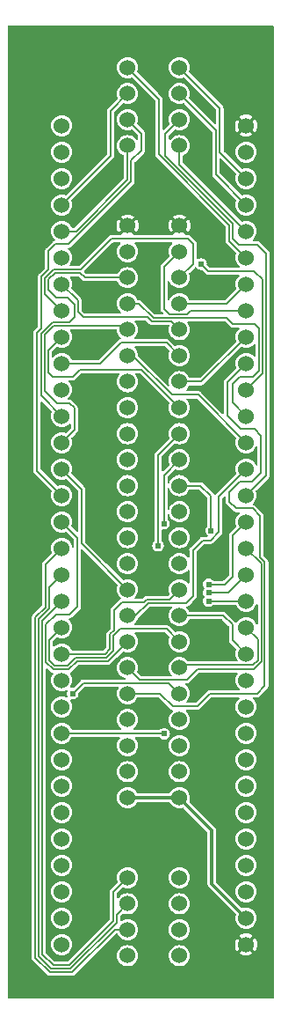
<source format=gtl>
%TF.GenerationSoftware,KiCad,Pcbnew,7.0.8*%
%TF.CreationDate,2024-03-17T19:54:23-04:00*%
%TF.ProjectId,snes-umd,736e6573-2d75-46d6-942e-6b696361645f,0.1*%
%TF.SameCoordinates,Original*%
%TF.FileFunction,Copper,L1,Top*%
%TF.FilePolarity,Positive*%
%FSLAX46Y46*%
G04 Gerber Fmt 4.6, Leading zero omitted, Abs format (unit mm)*
G04 Created by KiCad (PCBNEW 7.0.8) date 2024-03-17 19:54:23*
%MOMM*%
%LPD*%
G01*
G04 APERTURE LIST*
%TA.AperFunction,ComponentPad*%
%ADD10C,1.524000*%
%TD*%
%TA.AperFunction,ViaPad*%
%ADD11C,0.609600*%
%TD*%
%TA.AperFunction,Conductor*%
%ADD12C,0.177800*%
%TD*%
%TA.AperFunction,Conductor*%
%ADD13C,0.304800*%
%TD*%
G04 APERTURE END LIST*
D10*
%TO.P,CON102,1,CLK_21.477MHz*%
%TO.N,/CLK*%
X142240000Y-60452000D03*
%TO.P,CON102,2,EXPAND*%
%TO.N,/EXPAND*%
X142240000Y-62952000D03*
%TO.P,CON102,3,PA6*%
%TO.N,/D14*%
X142240000Y-65452000D03*
%TO.P,CON102,4,~{PARD}*%
%TO.N,/~{PARD}*%
X142240000Y-67952000D03*
%TO.P,CON102,5,GND*%
%TO.N,GND*%
X142240000Y-75652000D03*
%TO.P,CON102,6,A11*%
%TO.N,/A11*%
X142240000Y-78152000D03*
%TO.P,CON102,7,A10*%
%TO.N,/A10*%
X142240000Y-80652000D03*
%TO.P,CON102,8,A9*%
%TO.N,/A9*%
X142240000Y-83152000D03*
%TO.P,CON102,9,A8*%
%TO.N,/A8*%
X142240000Y-85652000D03*
%TO.P,CON102,10,A7*%
%TO.N,/A7*%
X142240000Y-88152000D03*
%TO.P,CON102,11,A6*%
%TO.N,/A6*%
X142240000Y-90652000D03*
%TO.P,CON102,12,A5*%
%TO.N,/A5*%
X142240000Y-93152000D03*
%TO.P,CON102,13,A4*%
%TO.N,/A4*%
X142240000Y-95652000D03*
%TO.P,CON102,14,A3*%
%TO.N,/A3*%
X142240000Y-98152000D03*
%TO.P,CON102,15,A2*%
%TO.N,/A2*%
X142240000Y-100652000D03*
%TO.P,CON102,16,A1*%
%TO.N,/A1*%
X142240000Y-103152000D03*
%TO.P,CON102,17,A0*%
%TO.N,/A0*%
X142240000Y-105652000D03*
%TO.P,CON102,18,~{IRQ}*%
%TO.N,/~{IRQ}*%
X142240000Y-108152000D03*
%TO.P,CON102,19,D0*%
%TO.N,/D0*%
X142240000Y-110652000D03*
%TO.P,CON102,20,D1*%
%TO.N,/D1*%
X142240000Y-113152000D03*
%TO.P,CON102,21,D2*%
%TO.N,/D2*%
X142240000Y-115652000D03*
%TO.P,CON102,22,D3*%
%TO.N,/D3*%
X142240000Y-118152000D03*
%TO.P,CON102,23,~{RD}*%
%TO.N,/~{RD}*%
X142240000Y-120652000D03*
%TO.P,CON102,24,CIC_OUT*%
%TO.N,unconnected-(CON102-CIC_OUT-Pad24)*%
X142240000Y-123152000D03*
%TO.P,CON102,25,CIC_RST*%
%TO.N,unconnected-(CON102-CIC_RST-Pad25)*%
X142240000Y-125652000D03*
%TO.P,CON102,26,~{RESET}*%
%TO.N,/~{RESET}*%
X142240000Y-128152000D03*
%TO.P,CON102,27,Vcc*%
%TO.N,/5V_1*%
X142240000Y-130652000D03*
%TO.P,CON102,28,PA0*%
%TO.N,/D8*%
X142240000Y-138352000D03*
%TO.P,CON102,29,PA2*%
%TO.N,/D10*%
X142240000Y-140852000D03*
%TO.P,CON102,30,PA4*%
%TO.N,/D12*%
X142240000Y-143352000D03*
%TO.P,CON102,31,AUDIO_L*%
%TO.N,unconnected-(CON102-AUDIO_L-Pad31)*%
X142240000Y-145852000D03*
%TO.P,CON102,32,~{WRAM}*%
%TO.N,/~{WRAM}*%
X147240000Y-60452000D03*
%TO.P,CON102,33,REFRESH*%
%TO.N,/REFRESH*%
X147240000Y-62952000D03*
%TO.P,CON102,34,PA7*%
%TO.N,/D15*%
X147240000Y-65452000D03*
%TO.P,CON102,35,~{PAWR}*%
%TO.N,/~{PAWR}*%
X147240000Y-67952000D03*
%TO.P,CON102,36,GND*%
%TO.N,GND*%
X147240000Y-75652000D03*
%TO.P,CON102,37,A12*%
%TO.N,/A12*%
X147240000Y-78152000D03*
%TO.P,CON102,38,A13*%
%TO.N,/A13*%
X147240000Y-80652000D03*
%TO.P,CON102,39,A14*%
%TO.N,/A14*%
X147240000Y-83152000D03*
%TO.P,CON102,40,A15*%
%TO.N,/A15*%
X147240000Y-85652000D03*
%TO.P,CON102,41,BA0*%
%TO.N,/A16*%
X147240000Y-88152000D03*
%TO.P,CON102,42,BA1*%
%TO.N,/A17*%
X147240000Y-90652000D03*
%TO.P,CON102,43,BA2*%
%TO.N,/A18*%
X147240000Y-93152000D03*
%TO.P,CON102,44,BA3*%
%TO.N,/A19*%
X147240000Y-95652000D03*
%TO.P,CON102,45,BA4*%
%TO.N,/A20*%
X147240000Y-98152000D03*
%TO.P,CON102,46,BA5*%
%TO.N,/A21*%
X147240000Y-100652000D03*
%TO.P,CON102,47,BA6*%
%TO.N,/A22*%
X147240000Y-103152000D03*
%TO.P,CON102,48,BA7*%
%TO.N,/A23*%
X147240000Y-105652000D03*
%TO.P,CON102,49,~{CE}*%
%TO.N,/~{CE}*%
X147240000Y-108152000D03*
%TO.P,CON102,50,D4*%
%TO.N,/D4*%
X147240000Y-110652000D03*
%TO.P,CON102,51,D5*%
%TO.N,/D5*%
X147240000Y-113152000D03*
%TO.P,CON102,52,D6*%
%TO.N,/D6*%
X147240000Y-115652000D03*
%TO.P,CON102,53,D7*%
%TO.N,/D7*%
X147240000Y-118152000D03*
%TO.P,CON102,54,~{WR}*%
%TO.N,/~{WR}*%
X147240000Y-120652000D03*
%TO.P,CON102,55,CIC_IN*%
%TO.N,unconnected-(CON102-CIC_IN-Pad55)*%
X147240000Y-123152000D03*
%TO.P,CON102,56,CIC_CLK*%
%TO.N,unconnected-(CON102-CIC_CLK-Pad56)*%
X147240000Y-125652000D03*
%TO.P,CON102,57,CPU_CLK*%
%TO.N,unconnected-(CON102-CPU_CLK-Pad57)*%
X147240000Y-128152000D03*
%TO.P,CON102,58,Vcc*%
%TO.N,/5V_1*%
X147240000Y-130652000D03*
%TO.P,CON102,59,PA1*%
%TO.N,/D9*%
X147240000Y-138352000D03*
%TO.P,CON102,60,PA3*%
%TO.N,/D11*%
X147240000Y-140852000D03*
%TO.P,CON102,61,PA5*%
%TO.N,/D13*%
X147240000Y-143352000D03*
%TO.P,CON102,62,AUDIO_R*%
%TO.N,unconnected-(CON102-AUDIO_R-Pad62)*%
X147240000Y-145852000D03*
%TD*%
%TO.P,CON101,1,+3.3V*%
%TO.N,+3V3*%
X135890000Y-66040000D03*
%TO.P,CON101,2,SCL*%
%TO.N,/SCL*%
X135890000Y-68580000D03*
%TO.P,CON101,3,SDA*%
%TO.N,/SDA*%
X135890000Y-71120000D03*
%TO.P,CON101,4,MOSI/IO6*%
%TO.N,/EXPAND*%
X135890000Y-73660000D03*
%TO.P,CON101,5,SCK/IO4*%
%TO.N,/~{PARD}*%
X135890000Y-76200000D03*
%TO.P,CON101,6,TIMER*%
%TO.N,unconnected-(CON101A-TIMER-Pad6)*%
X135890000Y-78740000D03*
%TO.P,CON101,7,A15*%
%TO.N,/A15*%
X135890000Y-81280000D03*
%TO.P,CON101,8,A13*%
%TO.N,/A13*%
X135890000Y-83820000D03*
%TO.P,CON101,9,A18*%
%TO.N,/A18*%
X135890000Y-86360000D03*
%TO.P,CON101,10,A16*%
%TO.N,/A16*%
X135890000Y-88900000D03*
%TO.P,CON101,11,~{WR}*%
%TO.N,/~{WR}*%
X135890000Y-91440000D03*
%TO.P,CON101,12,A10*%
%TO.N,/A10*%
X135890000Y-93980000D03*
%TO.P,CON101,13,A8*%
%TO.N,/A8*%
X135890000Y-96520000D03*
%TO.P,CON101,14,D0*%
%TO.N,/D0*%
X135890000Y-99060000D03*
%TO.P,CON101,15,D14*%
%TO.N,/D14*%
X135890000Y-101600000D03*
%TO.P,CON101,16,D2*%
%TO.N,/D2*%
X135890000Y-104140000D03*
%TO.P,CON101,17,D12*%
%TO.N,/D12*%
X135890000Y-106680000D03*
%TO.P,CON101,18,D10*%
%TO.N,/D10*%
X135890000Y-109220000D03*
%TO.P,CON101,19,D8*%
%TO.N,/D8*%
X135890000Y-111760000D03*
%TO.P,CON101,20,D6*%
%TO.N,/D6*%
X135890000Y-114300000D03*
%TO.P,CON101,21,D4*%
%TO.N,/D4*%
X135890000Y-116840000D03*
%TO.P,CON101,22,IO0*%
%TO.N,unconnected-(CON101A-IO0-Pad22)*%
X135890000Y-119380000D03*
%TO.P,CON101,23,IO2*%
%TO.N,unconnected-(CON101A-IO2-Pad23)*%
X135890000Y-121920000D03*
%TO.P,CON101,24,~{CE0}*%
%TO.N,/~{CE}*%
X135890000Y-124460000D03*
%TO.P,CON101,25,~{CE2}*%
%TO.N,unconnected-(CON101A-~{CE2}-Pad25)*%
X135890000Y-127000000D03*
%TO.P,CON101,26,A5*%
%TO.N,/A5*%
X135890000Y-129540000D03*
%TO.P,CON101,27,A3*%
%TO.N,/A3*%
X135890000Y-132080000D03*
%TO.P,CON101,28,A1*%
%TO.N,/A1*%
X135890000Y-134620000D03*
%TO.P,CON101,29,A22*%
%TO.N,/A22*%
X135890000Y-137160000D03*
%TO.P,CON101,30,A20*%
%TO.N,/A20*%
X135890000Y-139700000D03*
%TO.P,CON101,31,A19*%
%TO.N,/A19*%
X135890000Y-142240000D03*
%TO.P,CON101,32,A23*%
%TO.N,/A23*%
X135890000Y-144780000D03*
%TO.P,CON101,33,GND*%
%TO.N,GND*%
X153670000Y-144780000D03*
%TO.P,CON101,34,+5V*%
%TO.N,/5V_1*%
X153670000Y-142240000D03*
%TO.P,CON101,35,A21*%
%TO.N,/A21*%
X153670000Y-139700000D03*
%TO.P,CON101,36,A0*%
%TO.N,/A0*%
X153670000Y-137160000D03*
%TO.P,CON101,37,A2*%
%TO.N,/A2*%
X153670000Y-134620000D03*
%TO.P,CON101,38,A4*%
%TO.N,/A4*%
X153670000Y-132080000D03*
%TO.P,CON101,39,~{CE3}*%
%TO.N,unconnected-(CON101B-~{CE3}-Pad39)*%
X153670000Y-129540000D03*
%TO.P,CON101,40,~{CE1}*%
%TO.N,unconnected-(CON101B-~{CE1}-Pad40)*%
X153670000Y-127000000D03*
%TO.P,CON101,41,A6*%
%TO.N,/A6*%
X153670000Y-124460000D03*
%TO.P,CON101,42,IO3*%
%TO.N,unconnected-(CON101B-IO3-Pad42)*%
X153670000Y-121920000D03*
%TO.P,CON101,43,IO1*%
%TO.N,unconnected-(CON101B-IO1-Pad43)*%
X153670000Y-119380000D03*
%TO.P,CON101,44,D5*%
%TO.N,/D5*%
X153670000Y-116840000D03*
%TO.P,CON101,45,D7*%
%TO.N,/D7*%
X153670000Y-114300000D03*
%TO.P,CON101,46,D9*%
%TO.N,/D9*%
X153670000Y-111760000D03*
%TO.P,CON101,47,D11*%
%TO.N,/D11*%
X153670000Y-109220000D03*
%TO.P,CON101,48,D3*%
%TO.N,/D3*%
X153670000Y-106680000D03*
%TO.P,CON101,49,D13*%
%TO.N,/D13*%
X153670000Y-104140000D03*
%TO.P,CON101,50,D15*%
%TO.N,/D15*%
X153670000Y-101600000D03*
%TO.P,CON101,51,D1*%
%TO.N,/D1*%
X153670000Y-99060000D03*
%TO.P,CON101,52,A7*%
%TO.N,/A7*%
X153670000Y-96520000D03*
%TO.P,CON101,53,A9*%
%TO.N,/A9*%
X153670000Y-93980000D03*
%TO.P,CON101,54,A11*%
%TO.N,/A11*%
X153670000Y-91440000D03*
%TO.P,CON101,55,~{RD}*%
%TO.N,/~{RD}*%
X153670000Y-88900000D03*
%TO.P,CON101,56,A17*%
%TO.N,/A17*%
X153670000Y-86360000D03*
%TO.P,CON101,57,A12*%
%TO.N,/A12*%
X153670000Y-83820000D03*
%TO.P,CON101,58,A14*%
%TO.N,/A14*%
X153670000Y-81280000D03*
%TO.P,CON101,59,CLK*%
%TO.N,/CLK*%
X153670000Y-78740000D03*
%TO.P,CON101,60,NSS/IO5*%
%TO.N,/~{PAWR}*%
X153670000Y-76200000D03*
%TO.P,CON101,61,MISO/IO7*%
%TO.N,/REFRESH*%
X153670000Y-73660000D03*
%TO.P,CON101,62,IO8*%
%TO.N,/~{WRAM}*%
X153670000Y-71120000D03*
%TO.P,CON101,63,+5V*%
%TO.N,/5V_0*%
X153670000Y-68580000D03*
%TO.P,CON101,64,GND*%
%TO.N,GND*%
X153670000Y-66040000D03*
%TD*%
D11*
%TO.N,GND*%
X155575000Y-149225000D03*
X131445000Y-149225000D03*
X140335000Y-105410000D03*
X149225000Y-107950000D03*
%TO.N,/D13*%
X150063200Y-110134400D03*
%TO.N,/D11*%
X150063200Y-110921800D03*
%TO.N,GND*%
X134061200Y-57683400D03*
X148590000Y-120015000D03*
X144145000Y-81280000D03*
X140335000Y-110490000D03*
X150495000Y-81280000D03*
X150495000Y-91440000D03*
X139065000Y-86360000D03*
X134035800Y-60934600D03*
X150495000Y-86360000D03*
X144145000Y-116840000D03*
%TO.N,/A11*%
X149326600Y-79349600D03*
%TO.N,/~{WR}*%
X136956800Y-120650000D03*
%TO.N,/A21*%
X150291800Y-104978200D03*
%TO.N,/A20*%
X145740067Y-104312629D03*
%TO.N,/A19*%
X145186400Y-106426000D03*
%TO.N,/D9*%
X150075900Y-111760000D03*
%TO.N,/~{CE}*%
X145770600Y-124510800D03*
%TD*%
D12*
%TO.N,/D12*%
X136906000Y-147447000D02*
X141001000Y-143352000D01*
X141001000Y-143352000D02*
X142240000Y-143352000D01*
X134747000Y-147447000D02*
X136906000Y-147447000D01*
X133350000Y-113334800D02*
X133350000Y-146050000D01*
X133350000Y-146050000D02*
X134747000Y-147447000D01*
X134340600Y-112344200D02*
X133350000Y-113334800D01*
X134340600Y-108229400D02*
X134340600Y-112344200D01*
X135890000Y-106680000D02*
X134340600Y-108229400D01*
%TO.N,/D10*%
X134683500Y-110426500D02*
X135890000Y-109220000D01*
X133680200Y-113487200D02*
X134683500Y-112483900D01*
X133680200Y-145897600D02*
X133680200Y-113487200D01*
X134899400Y-147116800D02*
X133680200Y-145897600D01*
X141198600Y-142671800D02*
X136753600Y-147116800D01*
X136753600Y-147116800D02*
X134899400Y-147116800D01*
X134683500Y-112483900D02*
X134683500Y-110426500D01*
X141198600Y-141893400D02*
X141198600Y-142671800D01*
X142240000Y-140852000D02*
X141198600Y-141893400D01*
%TO.N,/D8*%
X140867500Y-142535926D02*
X140867500Y-139724500D01*
X140867500Y-139724500D02*
X142240000Y-138352000D01*
X136616826Y-146786600D02*
X140867500Y-142535926D01*
X134035800Y-145745200D02*
X135077200Y-146786600D01*
X134035800Y-113614200D02*
X134035800Y-145745200D01*
X135890000Y-111760000D02*
X134035800Y-113614200D01*
X135077200Y-146786600D02*
X136616826Y-146786600D01*
%TO.N,/D14*%
X143586200Y-66798200D02*
X142240000Y-65452000D01*
X143586200Y-68402200D02*
X143586200Y-66798200D01*
X142595600Y-69392800D02*
X143586200Y-68402200D01*
X142595600Y-71399400D02*
X142595600Y-69392800D01*
X136550400Y-77444600D02*
X142595600Y-71399400D01*
X135255000Y-77444600D02*
X136550400Y-77444600D01*
X134645400Y-78054200D02*
X135255000Y-77444600D01*
X133959600Y-80543400D02*
X134645400Y-79857600D01*
X134645400Y-79857600D02*
X134645400Y-78054200D01*
X133959600Y-85496400D02*
X133959600Y-80543400D01*
X133527800Y-85928200D02*
X133959600Y-85496400D01*
X133527800Y-99237800D02*
X133527800Y-85928200D01*
X135890000Y-101600000D02*
X133527800Y-99237800D01*
%TO.N,/D4*%
X140081000Y-116840000D02*
X135890000Y-116840000D01*
X140563600Y-116357400D02*
X140081000Y-116840000D01*
X140563600Y-114935000D02*
X140563600Y-116357400D01*
X140944600Y-114554000D02*
X140563600Y-114935000D01*
X141681200Y-111887000D02*
X140944600Y-112623600D01*
X140944600Y-112623600D02*
X140944600Y-114554000D01*
X144094200Y-111607600D02*
X143814800Y-111887000D01*
X146284400Y-111607600D02*
X144094200Y-111607600D01*
X143814800Y-111887000D02*
X141681200Y-111887000D01*
X147240000Y-110652000D02*
X146284400Y-111607600D01*
%TO.N,/D1*%
X143016774Y-113152000D02*
X142240000Y-113152000D01*
X144230974Y-111937800D02*
X143016774Y-113152000D01*
X147904200Y-111937800D02*
X144230974Y-111937800D01*
X151053800Y-101676200D02*
X151053800Y-105105200D01*
X150241000Y-105918000D02*
X149479000Y-105918000D01*
X153670000Y-99060000D02*
X151053800Y-101676200D01*
X151053800Y-105105200D02*
X150241000Y-105918000D01*
X149479000Y-105918000D02*
X148539200Y-106857800D01*
X148539200Y-111302800D02*
X147904200Y-111937800D01*
X148539200Y-106857800D02*
X148539200Y-111302800D01*
%TO.N,/~{RD}*%
X151866600Y-90703400D02*
X153670000Y-88900000D01*
X151866600Y-93954600D02*
X151866600Y-90703400D01*
X155117800Y-95859600D02*
X154482800Y-95224600D01*
X155117800Y-99415600D02*
X155117800Y-95859600D01*
X154228800Y-100304600D02*
X155117800Y-99415600D01*
X153035000Y-100304600D02*
X154228800Y-100304600D01*
X152044400Y-102184200D02*
X152044400Y-101295200D01*
X152704800Y-102844600D02*
X152044400Y-102184200D01*
X154305000Y-102844600D02*
X152704800Y-102844600D01*
X155016200Y-103555800D02*
X154305000Y-102844600D01*
X155016200Y-107543600D02*
X155016200Y-103555800D01*
X152044400Y-101295200D02*
X153035000Y-100304600D01*
X155473400Y-108000800D02*
X155016200Y-107543600D01*
X145391600Y-120652000D02*
X146608800Y-121869200D01*
X146608800Y-121869200D02*
X148971000Y-121869200D01*
X153136600Y-95224600D02*
X151866600Y-93954600D01*
X150190200Y-120650000D02*
X154762200Y-120650000D01*
X154762200Y-120650000D02*
X155473400Y-119938800D01*
X142240000Y-120652000D02*
X145391600Y-120652000D01*
X148971000Y-121869200D02*
X150190200Y-120650000D01*
X155473400Y-119938800D02*
X155473400Y-108000800D01*
X154482800Y-95224600D02*
X153136600Y-95224600D01*
%TO.N,/~{WR}*%
X146236700Y-119648700D02*
X147240000Y-120652000D01*
X137958100Y-119648700D02*
X146236700Y-119648700D01*
X136956800Y-120650000D02*
X137958100Y-119648700D01*
%TO.N,/D3*%
X155143200Y-108153200D02*
X153670000Y-106680000D01*
X148996400Y-118287800D02*
X154406600Y-118287800D01*
X154406600Y-118287800D02*
X155143200Y-117551200D01*
X147965700Y-119318500D02*
X148996400Y-118287800D01*
X155143200Y-117551200D02*
X155143200Y-108153200D01*
X143406500Y-119318500D02*
X147965700Y-119318500D01*
X142240000Y-118152000D02*
X143406500Y-119318500D01*
%TO.N,/D2*%
X140391600Y-117500400D02*
X142240000Y-115652000D01*
X137388600Y-117500400D02*
X140391600Y-117500400D01*
X134366000Y-117586373D02*
X135092826Y-118313200D01*
X134366000Y-114020600D02*
X134366000Y-117586373D01*
X136652000Y-113055400D02*
X135331200Y-113055400D01*
X137414000Y-112293400D02*
X136652000Y-113055400D01*
X137414000Y-105664000D02*
X137414000Y-112293400D01*
X135890000Y-104140000D02*
X137414000Y-105664000D01*
%TO.N,/D6*%
X146015000Y-114427000D02*
X147240000Y-115652000D01*
X141554200Y-114427000D02*
X146015000Y-114427000D01*
%TO.N,/D2*%
X136575800Y-118313200D02*
X137388600Y-117500400D01*
%TO.N,/D6*%
X140893800Y-116509800D02*
X140893800Y-115087400D01*
X140233400Y-117170200D02*
X140893800Y-116509800D01*
X136464426Y-117957600D02*
X137251826Y-117170200D01*
%TO.N,/D2*%
X135092826Y-118313200D02*
X136575800Y-118313200D01*
%TO.N,/D6*%
X135204200Y-117957600D02*
X136464426Y-117957600D01*
X134696200Y-115493800D02*
X134696200Y-117449600D01*
X135890000Y-114300000D02*
X134696200Y-115493800D01*
X140893800Y-115087400D02*
X141554200Y-114427000D01*
X134696200Y-117449600D02*
X135204200Y-117957600D01*
X137251826Y-117170200D02*
X140233400Y-117170200D01*
%TO.N,/D2*%
X135331200Y-113055400D02*
X134366000Y-114020600D01*
%TO.N,/A15*%
X144160626Y-84429600D02*
X137972800Y-84429600D01*
X137972800Y-84429600D02*
X137464800Y-83921600D01*
X137464800Y-83921600D02*
X137464800Y-82854800D01*
X144592426Y-84861400D02*
X144160626Y-84429600D01*
X146449400Y-84861400D02*
X144592426Y-84861400D01*
X137464800Y-82854800D02*
X135890000Y-81280000D01*
X147240000Y-85652000D02*
X146449400Y-84861400D01*
%TO.N,/D7*%
X154813000Y-115443000D02*
X153670000Y-114300000D01*
X154813000Y-117414426D02*
X154813000Y-115443000D01*
X154320626Y-117906800D02*
X154813000Y-117414426D01*
X147240000Y-118152000D02*
X147485200Y-117906800D01*
X147485200Y-117906800D02*
X154320626Y-117906800D01*
%TO.N,/D13*%
X152374600Y-109397800D02*
X152374600Y-105435400D01*
X151638000Y-110134400D02*
X152374600Y-109397800D01*
X150063200Y-110134400D02*
X151638000Y-110134400D01*
X152374600Y-105435400D02*
X153670000Y-104140000D01*
%TO.N,/D11*%
X151968200Y-110921800D02*
X153670000Y-109220000D01*
X150063200Y-110921800D02*
X151968200Y-110921800D01*
%TO.N,/D5*%
X152349200Y-115519200D02*
X153670000Y-116840000D01*
X151480600Y-113152000D02*
X152349200Y-114020600D01*
X152349200Y-114020600D02*
X152349200Y-115519200D01*
X147240000Y-113152000D02*
X151480600Y-113152000D01*
%TO.N,/A11*%
X155244800Y-80797400D02*
X154457400Y-80010000D01*
X155244800Y-89865200D02*
X155244800Y-80797400D01*
X153670000Y-91440000D02*
X155244800Y-89865200D01*
X149987000Y-80010000D02*
X149326600Y-79349600D01*
X154457400Y-80010000D02*
X149987000Y-80010000D01*
%TO.N,/A10*%
X137134600Y-84455000D02*
X137134600Y-83210400D01*
X134620000Y-80822800D02*
X135255000Y-80187800D01*
X135356600Y-82575400D02*
X134620000Y-81838800D01*
X133908800Y-86020027D02*
X134991227Y-84937600D01*
X135255000Y-80187800D02*
X137693400Y-80187800D01*
X134991227Y-84937600D02*
X136652000Y-84937600D01*
X136652000Y-84937600D02*
X137134600Y-84455000D01*
X135890000Y-93980000D02*
X133908800Y-91998800D01*
X138157600Y-80652000D02*
X142240000Y-80652000D01*
X137134600Y-83210400D02*
X136499600Y-82575400D01*
X134620000Y-81838800D02*
X134620000Y-80822800D01*
X137693400Y-80187800D02*
X138157600Y-80652000D01*
X133908800Y-91998800D02*
X133908800Y-86020027D01*
X136499600Y-82575400D02*
X135356600Y-82575400D01*
%TO.N,/A9*%
X154914600Y-85496400D02*
X154508200Y-85090000D01*
X152349200Y-90855800D02*
X153035000Y-90170000D01*
X152349200Y-92659200D02*
X152349200Y-90855800D01*
X151815800Y-84531200D02*
X144729200Y-84531200D01*
X152374600Y-85090000D02*
X151815800Y-84531200D01*
X153670000Y-93980000D02*
X152349200Y-92659200D01*
X154914600Y-89611200D02*
X154914600Y-85496400D01*
X153035000Y-90170000D02*
X154355800Y-90170000D01*
X144729200Y-84531200D02*
X143350000Y-83152000D01*
X154355800Y-90170000D02*
X154914600Y-89611200D01*
X154508200Y-85090000D02*
X152374600Y-85090000D01*
X143350000Y-83152000D02*
X142240000Y-83152000D01*
%TO.N,/A8*%
X134239000Y-91541600D02*
X134239000Y-86156800D01*
X141855800Y-85267800D02*
X142240000Y-85652000D01*
X135128000Y-85267800D02*
X141855800Y-85267800D01*
X137109200Y-93192600D02*
X136677400Y-92760800D01*
X134239000Y-86156800D02*
X135128000Y-85267800D01*
X135890000Y-96520000D02*
X137109200Y-95300800D01*
X137109200Y-95300800D02*
X137109200Y-93192600D01*
X136677400Y-92760800D02*
X135458200Y-92760800D01*
X135458200Y-92760800D02*
X134239000Y-91541600D01*
%TO.N,/A7*%
X146507200Y-91922600D02*
X142736600Y-88152000D01*
X149072600Y-91922600D02*
X146507200Y-91922600D01*
X153670000Y-96520000D02*
X149072600Y-91922600D01*
X142736600Y-88152000D02*
X142240000Y-88152000D01*
%TO.N,/D0*%
X137820400Y-106232400D02*
X137820400Y-100990400D01*
X142240000Y-110652000D02*
X137820400Y-106232400D01*
X137820400Y-100990400D02*
X135890000Y-99060000D01*
%TO.N,/A21*%
X149293000Y-100652000D02*
X147240000Y-100652000D01*
X150291800Y-104978200D02*
X150291800Y-101650800D01*
X150291800Y-101650800D02*
X149293000Y-100652000D01*
%TO.N,/A20*%
X147240000Y-98152000D02*
X145740067Y-99651933D01*
X145740067Y-99651933D02*
X145740067Y-104312629D01*
%TO.N,/A19*%
X145193967Y-106418433D02*
X145186400Y-106426000D01*
X145193967Y-97698033D02*
X145193967Y-106418433D01*
X147240000Y-95652000D02*
X145193967Y-97698033D01*
%TO.N,/A18*%
X134569200Y-89738200D02*
X134569200Y-87680800D01*
X137007600Y-90170000D02*
X135001000Y-90170000D01*
X134569200Y-87680800D02*
X135890000Y-86360000D01*
X147240000Y-93152000D02*
X143572200Y-89484200D01*
X143572200Y-89484200D02*
X137693400Y-89484200D01*
X137693400Y-89484200D02*
X137007600Y-90170000D01*
X135001000Y-90170000D02*
X134569200Y-89738200D01*
%TO.N,/A17*%
X147240000Y-90652000D02*
X149378000Y-90652000D01*
X149378000Y-90652000D02*
X153670000Y-86360000D01*
%TO.N,/A16*%
X147240000Y-88152000D02*
X146006800Y-86918800D01*
X135890000Y-88900000D02*
X139623800Y-88900000D01*
X139623800Y-88900000D02*
X141605000Y-86918800D01*
X146006800Y-86918800D02*
X141605000Y-86918800D01*
%TO.N,/A14*%
X151798000Y-83152000D02*
X153670000Y-81280000D01*
X147240000Y-83152000D02*
X151798000Y-83152000D01*
%TO.N,/A13*%
X134289800Y-80686026D02*
X135118227Y-79857600D01*
X140665200Y-76911200D02*
X148082000Y-76911200D01*
X135118227Y-79857600D02*
X137718800Y-79857600D01*
X134289800Y-82219800D02*
X134289800Y-80686026D01*
X148564600Y-77393800D02*
X148564600Y-79327400D01*
X137718800Y-79857600D02*
X140665200Y-76911200D01*
X135890000Y-83820000D02*
X134289800Y-82219800D01*
X148082000Y-76911200D02*
X148564600Y-77393800D01*
X148564600Y-79327400D02*
X147240000Y-80652000D01*
%TO.N,/A12*%
X145770600Y-83667600D02*
X145770600Y-79621400D01*
X145770600Y-79621400D02*
X147240000Y-78152000D01*
X147980400Y-84201000D02*
X146304000Y-84201000D01*
X146304000Y-84201000D02*
X145770600Y-83667600D01*
X148361400Y-83820000D02*
X147980400Y-84201000D01*
X153670000Y-83820000D02*
X148361400Y-83820000D01*
D13*
%TO.N,/5V_1*%
X147240000Y-130652000D02*
X142240000Y-130652000D01*
X150368900Y-133780900D02*
X147240000Y-130652000D01*
X153670000Y-142240000D02*
X150368900Y-138938900D01*
X150368900Y-138938900D02*
X150368900Y-133780900D01*
D12*
%TO.N,/CLK*%
X152069800Y-77139800D02*
X152069800Y-75590400D01*
X152069800Y-75590400D02*
X145288000Y-68808600D01*
X145288000Y-68808600D02*
X145288000Y-63500000D01*
X145288000Y-63500000D02*
X142240000Y-60452000D01*
X153670000Y-78740000D02*
X152069800Y-77139800D01*
%TO.N,/D9*%
X153670000Y-111760000D02*
X150075900Y-111760000D01*
%TO.N,/~{CE}*%
X135890000Y-124460000D02*
X139446000Y-124460000D01*
X139446000Y-124460000D02*
X145719800Y-124460000D01*
X145719800Y-124460000D02*
X145770600Y-124510800D01*
%TO.N,/D15*%
X147240000Y-65452000D02*
X145897600Y-66794400D01*
X155600400Y-99669600D02*
X153670000Y-101600000D01*
X155600400Y-78333600D02*
X155600400Y-99669600D01*
X145897600Y-68935600D02*
X152400000Y-75438000D01*
X152958800Y-77470000D02*
X154736800Y-77470000D01*
X154736800Y-77470000D02*
X155600400Y-78333600D01*
X152400000Y-76911200D02*
X152958800Y-77470000D01*
X145897600Y-66794400D02*
X145897600Y-68935600D01*
X152400000Y-75438000D02*
X152400000Y-76911200D01*
%TO.N,/~{WRAM}*%
X151155400Y-68605400D02*
X153670000Y-71120000D01*
X151155400Y-64367400D02*
X151155400Y-68605400D01*
X147240000Y-60452000D02*
X151155400Y-64367400D01*
%TO.N,/EXPAND*%
X140589000Y-64603000D02*
X142240000Y-62952000D01*
X140589000Y-68961000D02*
X140589000Y-64603000D01*
X135890000Y-73660000D02*
X140589000Y-68961000D01*
%TO.N,/~{PARD}*%
X142240000Y-71247000D02*
X142240000Y-67952000D01*
X135890000Y-76200000D02*
X137287000Y-76200000D01*
X137287000Y-76200000D02*
X142240000Y-71247000D01*
%TO.N,/~{PAWR}*%
X153670000Y-76200000D02*
X147240000Y-69770000D01*
X147240000Y-69770000D02*
X147240000Y-67952000D01*
%TO.N,/REFRESH*%
X153670000Y-73660000D02*
X150749000Y-70739000D01*
X150749000Y-66461000D02*
X147240000Y-62952000D01*
X150749000Y-70739000D02*
X150749000Y-66461000D01*
%TD*%
%TA.AperFunction,Conductor*%
%TO.N,GND*%
G36*
X152840189Y-118651765D02*
G01*
X152870253Y-118703836D01*
X152859812Y-118763050D01*
X152851635Y-118774863D01*
X152820724Y-118812527D01*
X152726335Y-118989116D01*
X152726333Y-118989120D01*
X152668209Y-119180726D01*
X152668208Y-119180728D01*
X152668208Y-119180731D01*
X152648582Y-119380000D01*
X152668208Y-119579269D01*
X152668208Y-119579271D01*
X152668209Y-119579273D01*
X152670134Y-119585619D01*
X152726333Y-119770880D01*
X152820722Y-119947469D01*
X152947748Y-120102252D01*
X153006847Y-120150753D01*
X153037477Y-120202492D01*
X153027683Y-120261816D01*
X152982047Y-120300966D01*
X152951084Y-120306600D01*
X150207100Y-120306600D01*
X150203285Y-120306433D01*
X150184741Y-120304811D01*
X150159810Y-120302629D01*
X150159809Y-120302629D01*
X150117656Y-120313924D01*
X150113912Y-120314754D01*
X150070943Y-120322330D01*
X150070935Y-120322333D01*
X150067666Y-120324221D01*
X150046480Y-120332996D01*
X150042834Y-120333974D01*
X150007088Y-120359002D01*
X150003855Y-120361062D01*
X149966066Y-120382880D01*
X149966060Y-120382885D01*
X149938022Y-120416298D01*
X149935432Y-120419125D01*
X148854504Y-121500055D01*
X148800010Y-121525466D01*
X148792349Y-121525800D01*
X148022913Y-121525800D01*
X147966412Y-121505235D01*
X147936348Y-121453164D01*
X147946789Y-121393950D01*
X147960758Y-121375745D01*
X147962240Y-121374261D01*
X147962252Y-121374252D01*
X148089278Y-121219469D01*
X148183667Y-121042880D01*
X148241792Y-120851269D01*
X148261418Y-120652000D01*
X148241792Y-120452731D01*
X148183667Y-120261120D01*
X148089278Y-120084531D01*
X147962252Y-119929748D01*
X147825777Y-119817747D01*
X147795148Y-119766007D01*
X147804942Y-119706683D01*
X147850578Y-119667534D01*
X147881541Y-119661900D01*
X147948800Y-119661900D01*
X147952614Y-119662066D01*
X147988354Y-119665193D01*
X147996089Y-119665870D01*
X147996089Y-119665869D01*
X147996091Y-119665870D01*
X148038249Y-119654572D01*
X148041971Y-119653747D01*
X148084961Y-119646168D01*
X148088220Y-119644285D01*
X148109427Y-119635502D01*
X148109432Y-119635500D01*
X148113066Y-119634527D01*
X148148827Y-119609485D01*
X148152036Y-119607440D01*
X148189838Y-119585617D01*
X148217883Y-119552193D01*
X148220469Y-119549371D01*
X149112896Y-118656945D01*
X149167390Y-118631534D01*
X149175051Y-118631200D01*
X152783688Y-118631200D01*
X152840189Y-118651765D01*
G37*
%TD.AperFunction*%
%TA.AperFunction,Conductor*%
G36*
X146510588Y-112301765D02*
G01*
X146540652Y-112353836D01*
X146530211Y-112413050D01*
X146520163Y-112426143D01*
X146520488Y-112426410D01*
X146517749Y-112429746D01*
X146517748Y-112429748D01*
X146474659Y-112482253D01*
X146390722Y-112584530D01*
X146296335Y-112761116D01*
X146296333Y-112761120D01*
X146238209Y-112952726D01*
X146238208Y-112952728D01*
X146238208Y-112952731D01*
X146218582Y-113152000D01*
X146238208Y-113351269D01*
X146238208Y-113351271D01*
X146238209Y-113351273D01*
X146250153Y-113390645D01*
X146296333Y-113542880D01*
X146390722Y-113719469D01*
X146517748Y-113874252D01*
X146672531Y-114001278D01*
X146849120Y-114095667D01*
X147040731Y-114153792D01*
X147240000Y-114173418D01*
X147439269Y-114153792D01*
X147630880Y-114095667D01*
X147807469Y-114001278D01*
X147962252Y-113874252D01*
X148089278Y-113719469D01*
X148183667Y-113542880D01*
X148183667Y-113542879D01*
X148184210Y-113541864D01*
X148228981Y-113501729D01*
X148261731Y-113495400D01*
X151301949Y-113495400D01*
X151358450Y-113515965D01*
X151364104Y-113521145D01*
X151980055Y-114137096D01*
X152005466Y-114191590D01*
X152005800Y-114199251D01*
X152005800Y-115502300D01*
X152005633Y-115506114D01*
X152004082Y-115523841D01*
X152001829Y-115549589D01*
X152001829Y-115549591D01*
X152013122Y-115591738D01*
X152013952Y-115595481D01*
X152021531Y-115638461D01*
X152023416Y-115641725D01*
X152032195Y-115662917D01*
X152033173Y-115666568D01*
X152058203Y-115702313D01*
X152060264Y-115705548D01*
X152082084Y-115743339D01*
X152115498Y-115771377D01*
X152118326Y-115773968D01*
X152704706Y-116360347D01*
X152730117Y-116414841D01*
X152726666Y-116448018D01*
X152668209Y-116640724D01*
X152668208Y-116640729D01*
X152668208Y-116640731D01*
X152648582Y-116840000D01*
X152668208Y-117039269D01*
X152726333Y-117230880D01*
X152820722Y-117407469D01*
X152830791Y-117419738D01*
X152850737Y-117476461D01*
X152829556Y-117532733D01*
X152777159Y-117562226D01*
X152762842Y-117563400D01*
X148113510Y-117563400D01*
X148057009Y-117542835D01*
X148045562Y-117531263D01*
X147962252Y-117429748D01*
X147807469Y-117302722D01*
X147630880Y-117208333D01*
X147518398Y-117174211D01*
X147439273Y-117150209D01*
X147439271Y-117150208D01*
X147439269Y-117150208D01*
X147240000Y-117130582D01*
X147040731Y-117150208D01*
X147040728Y-117150208D01*
X147040726Y-117150209D01*
X146849120Y-117208333D01*
X146849116Y-117208335D01*
X146672530Y-117302722D01*
X146517750Y-117429746D01*
X146517746Y-117429750D01*
X146390722Y-117584530D01*
X146296335Y-117761116D01*
X146296333Y-117761120D01*
X146238209Y-117952726D01*
X146238208Y-117952728D01*
X146238208Y-117952731D01*
X146218582Y-118152000D01*
X146238208Y-118351269D01*
X146296333Y-118542880D01*
X146358256Y-118658730D01*
X146390722Y-118719469D01*
X146482611Y-118831437D01*
X146502558Y-118888159D01*
X146481378Y-118944433D01*
X146428981Y-118973926D01*
X146414663Y-118975100D01*
X143585151Y-118975100D01*
X143528650Y-118954535D01*
X143522996Y-118949355D01*
X143205292Y-118631651D01*
X143179881Y-118577157D01*
X143183332Y-118543979D01*
X143183663Y-118542886D01*
X143183667Y-118542880D01*
X143241792Y-118351269D01*
X143261418Y-118152000D01*
X143241792Y-117952731D01*
X143183667Y-117761120D01*
X143089278Y-117584531D01*
X142962252Y-117429748D01*
X142807469Y-117302722D01*
X142630880Y-117208333D01*
X142518398Y-117174211D01*
X142439273Y-117150209D01*
X142439271Y-117150208D01*
X142439269Y-117150208D01*
X142240000Y-117130582D01*
X142040731Y-117150208D01*
X142040728Y-117150208D01*
X142040726Y-117150209D01*
X141849120Y-117208333D01*
X141849116Y-117208335D01*
X141672530Y-117302722D01*
X141517750Y-117429746D01*
X141517746Y-117429750D01*
X141390722Y-117584530D01*
X141296335Y-117761116D01*
X141296333Y-117761120D01*
X141238209Y-117952726D01*
X141238208Y-117952728D01*
X141238208Y-117952731D01*
X141218582Y-118152000D01*
X141238208Y-118351269D01*
X141296333Y-118542880D01*
X141390722Y-118719469D01*
X141517748Y-118874252D01*
X141672531Y-119001278D01*
X141849120Y-119095667D01*
X141973129Y-119133285D01*
X142021227Y-119169366D01*
X142034880Y-119227923D01*
X142007699Y-119281556D01*
X141952403Y-119305169D01*
X141947612Y-119305300D01*
X137975000Y-119305300D01*
X137971185Y-119305133D01*
X137952641Y-119303511D01*
X137927710Y-119301329D01*
X137927709Y-119301329D01*
X137885556Y-119312624D01*
X137881812Y-119313454D01*
X137838843Y-119321030D01*
X137838835Y-119321033D01*
X137835566Y-119322921D01*
X137814380Y-119331696D01*
X137810734Y-119332674D01*
X137774988Y-119357702D01*
X137771755Y-119359762D01*
X137733966Y-119381580D01*
X137733960Y-119381585D01*
X137705922Y-119414998D01*
X137703331Y-119417825D01*
X137056804Y-120064353D01*
X137002310Y-120089764D01*
X136983177Y-120089346D01*
X136956802Y-120085874D01*
X136956800Y-120085874D01*
X136806116Y-120105711D01*
X136747414Y-120092697D01*
X136710811Y-120044995D01*
X136713434Y-119984925D01*
X136726694Y-119962802D01*
X136739278Y-119947469D01*
X136833667Y-119770880D01*
X136891792Y-119579269D01*
X136911418Y-119380000D01*
X136891792Y-119180731D01*
X136833667Y-118989120D01*
X136739278Y-118812531D01*
X136697876Y-118762083D01*
X136677930Y-118705362D01*
X136699110Y-118649089D01*
X136717772Y-118634936D01*
X136716864Y-118633640D01*
X136731519Y-118623378D01*
X136758927Y-118604185D01*
X136762136Y-118602140D01*
X136799938Y-118580317D01*
X136827983Y-118546893D01*
X136830569Y-118544071D01*
X137505096Y-117869545D01*
X137559590Y-117844134D01*
X137567251Y-117843800D01*
X140374700Y-117843800D01*
X140378514Y-117843966D01*
X140414254Y-117847093D01*
X140421989Y-117847770D01*
X140421989Y-117847769D01*
X140421991Y-117847770D01*
X140464149Y-117836472D01*
X140467871Y-117835647D01*
X140510861Y-117828068D01*
X140514120Y-117826185D01*
X140535327Y-117817402D01*
X140535332Y-117817400D01*
X140538966Y-117816427D01*
X140574727Y-117791385D01*
X140577936Y-117789340D01*
X140615738Y-117767517D01*
X140643783Y-117734093D01*
X140646369Y-117731271D01*
X141169307Y-117208333D01*
X141760347Y-116617292D01*
X141814840Y-116591882D01*
X141848017Y-116595333D01*
X142040724Y-116653790D01*
X142040731Y-116653792D01*
X142240000Y-116673418D01*
X142439269Y-116653792D01*
X142630880Y-116595667D01*
X142807469Y-116501278D01*
X142962252Y-116374252D01*
X143089278Y-116219469D01*
X143183667Y-116042880D01*
X143241792Y-115851269D01*
X143261418Y-115652000D01*
X143241792Y-115452731D01*
X143183667Y-115261120D01*
X143089278Y-115084531D01*
X142962252Y-114929748D01*
X142957986Y-114926247D01*
X142927357Y-114874510D01*
X142937149Y-114815186D01*
X142982783Y-114776035D01*
X143013749Y-114770400D01*
X145836349Y-114770400D01*
X145892850Y-114790965D01*
X145898504Y-114796145D01*
X146274706Y-115172347D01*
X146300117Y-115226841D01*
X146296666Y-115260018D01*
X146238209Y-115452724D01*
X146238208Y-115452729D01*
X146238208Y-115452731D01*
X146218582Y-115652000D01*
X146238208Y-115851269D01*
X146238208Y-115851271D01*
X146238209Y-115851273D01*
X146250985Y-115893388D01*
X146296333Y-116042880D01*
X146390722Y-116219469D01*
X146517748Y-116374252D01*
X146672531Y-116501278D01*
X146849120Y-116595667D01*
X147040731Y-116653792D01*
X147240000Y-116673418D01*
X147439269Y-116653792D01*
X147630880Y-116595667D01*
X147807469Y-116501278D01*
X147962252Y-116374252D01*
X148089278Y-116219469D01*
X148183667Y-116042880D01*
X148241792Y-115851269D01*
X148261418Y-115652000D01*
X148241792Y-115452731D01*
X148183667Y-115261120D01*
X148089278Y-115084531D01*
X147962252Y-114929748D01*
X147807469Y-114802722D01*
X147630880Y-114708333D01*
X147518398Y-114674211D01*
X147439273Y-114650209D01*
X147439271Y-114650208D01*
X147439269Y-114650208D01*
X147240000Y-114630582D01*
X147040731Y-114650208D01*
X147040729Y-114650208D01*
X147040724Y-114650209D01*
X146848018Y-114708666D01*
X146787980Y-114705388D01*
X146760347Y-114686706D01*
X146269766Y-114196124D01*
X146267181Y-114193304D01*
X146239138Y-114159883D01*
X146223619Y-114150923D01*
X146201348Y-114138064D01*
X146198113Y-114136003D01*
X146162368Y-114110973D01*
X146158717Y-114109995D01*
X146137525Y-114101216D01*
X146134261Y-114099331D01*
X146091281Y-114091752D01*
X146087538Y-114090922D01*
X146045390Y-114079629D01*
X146020458Y-114081811D01*
X146001914Y-114083433D01*
X145998100Y-114083600D01*
X142952824Y-114083600D01*
X142896323Y-114063035D01*
X142866259Y-114010964D01*
X142876700Y-113951750D01*
X142897061Y-113927752D01*
X142962252Y-113874252D01*
X143089278Y-113719469D01*
X143183667Y-113542880D01*
X143206943Y-113466147D01*
X143236863Y-113426260D01*
X143235019Y-113424062D01*
X143240910Y-113419118D01*
X143240909Y-113419118D01*
X143240912Y-113419117D01*
X143268957Y-113385693D01*
X143271543Y-113382871D01*
X144347470Y-112306945D01*
X144401964Y-112281534D01*
X144409625Y-112281200D01*
X146454087Y-112281200D01*
X146510588Y-112301765D01*
G37*
%TD.AperFunction*%
%TA.AperFunction,Conductor*%
G36*
X137889250Y-106791126D02*
G01*
X137907455Y-106805095D01*
X141274706Y-110172346D01*
X141300117Y-110226840D01*
X141296666Y-110260017D01*
X141238209Y-110452724D01*
X141238208Y-110452729D01*
X141238208Y-110452731D01*
X141218582Y-110652000D01*
X141238208Y-110851269D01*
X141238208Y-110851271D01*
X141238209Y-110851273D01*
X141262211Y-110930398D01*
X141296333Y-111042880D01*
X141390722Y-111219469D01*
X141517748Y-111374252D01*
X141570130Y-111417240D01*
X141600760Y-111468981D01*
X141590966Y-111528305D01*
X141545330Y-111567454D01*
X141537124Y-111570091D01*
X141533834Y-111570972D01*
X141498078Y-111596008D01*
X141494846Y-111598067D01*
X141457065Y-111619881D01*
X141457060Y-111619885D01*
X141429022Y-111653298D01*
X141426431Y-111656125D01*
X140713729Y-112368828D01*
X140710901Y-112371418D01*
X140677485Y-112399459D01*
X140677483Y-112399461D01*
X140655667Y-112437246D01*
X140653608Y-112440478D01*
X140628572Y-112476234D01*
X140628572Y-112476236D01*
X140627593Y-112479888D01*
X140618821Y-112501067D01*
X140616933Y-112504337D01*
X140616931Y-112504343D01*
X140609352Y-112547317D01*
X140608523Y-112551059D01*
X140597229Y-112593211D01*
X140598636Y-112609278D01*
X140601033Y-112636686D01*
X140601200Y-112640498D01*
X140601200Y-114375348D01*
X140580635Y-114431849D01*
X140575455Y-114437503D01*
X140332730Y-114680227D01*
X140329903Y-114682817D01*
X140296485Y-114710859D01*
X140296483Y-114710861D01*
X140274667Y-114748646D01*
X140272608Y-114751878D01*
X140247572Y-114787634D01*
X140247572Y-114787636D01*
X140246593Y-114791288D01*
X140237821Y-114812467D01*
X140235933Y-114815737D01*
X140235931Y-114815743D01*
X140228352Y-114858717D01*
X140227523Y-114862459D01*
X140216229Y-114904611D01*
X140218123Y-114926250D01*
X140220033Y-114948086D01*
X140220200Y-114951898D01*
X140220200Y-116178749D01*
X140199635Y-116235250D01*
X140194455Y-116240904D01*
X139964504Y-116470855D01*
X139910010Y-116496266D01*
X139902349Y-116496600D01*
X136911731Y-116496600D01*
X136855230Y-116476035D01*
X136834210Y-116450136D01*
X136810278Y-116405362D01*
X136739278Y-116272531D01*
X136612252Y-116117748D01*
X136457469Y-115990722D01*
X136280880Y-115896333D01*
X136168398Y-115862211D01*
X136089273Y-115838209D01*
X136089271Y-115838208D01*
X136089269Y-115838208D01*
X135890000Y-115818582D01*
X135690731Y-115838208D01*
X135690728Y-115838208D01*
X135690726Y-115838209D01*
X135499120Y-115896333D01*
X135499116Y-115896335D01*
X135322530Y-115990722D01*
X135183263Y-116105015D01*
X135126541Y-116124962D01*
X135070267Y-116103782D01*
X135040774Y-116051385D01*
X135039600Y-116037067D01*
X135039600Y-115672450D01*
X135060165Y-115615949D01*
X135065334Y-115610306D01*
X135410348Y-115265292D01*
X135464840Y-115239882D01*
X135498017Y-115243333D01*
X135690724Y-115301790D01*
X135690731Y-115301792D01*
X135890000Y-115321418D01*
X136089269Y-115301792D01*
X136280880Y-115243667D01*
X136457469Y-115149278D01*
X136612252Y-115022252D01*
X136739278Y-114867469D01*
X136833667Y-114690880D01*
X136891792Y-114499269D01*
X136911418Y-114300000D01*
X136891792Y-114100731D01*
X136833667Y-113909120D01*
X136739278Y-113732531D01*
X136612252Y-113577748D01*
X136612246Y-113577743D01*
X136612243Y-113577740D01*
X136584901Y-113555301D01*
X136554271Y-113503561D01*
X136564066Y-113444237D01*
X136609702Y-113405088D01*
X136648324Y-113399789D01*
X136678985Y-113402472D01*
X136682390Y-113402770D01*
X136682390Y-113402769D01*
X136682391Y-113402770D01*
X136724549Y-113391472D01*
X136728271Y-113390647D01*
X136771261Y-113383068D01*
X136774520Y-113381185D01*
X136795727Y-113372402D01*
X136795732Y-113372400D01*
X136799366Y-113371427D01*
X136835127Y-113346385D01*
X136838336Y-113344340D01*
X136876138Y-113322517D01*
X136904183Y-113289093D01*
X136906769Y-113286271D01*
X137274744Y-112918296D01*
X137644884Y-112548155D01*
X137647693Y-112545582D01*
X137681117Y-112517538D01*
X137702940Y-112479736D01*
X137704985Y-112476527D01*
X137730027Y-112440766D01*
X137731002Y-112437127D01*
X137739787Y-112415918D01*
X137741667Y-112412662D01*
X137741668Y-112412661D01*
X137749247Y-112369671D01*
X137750072Y-112365949D01*
X137761370Y-112323791D01*
X137757567Y-112280318D01*
X137757400Y-112276486D01*
X137757400Y-106867250D01*
X137777965Y-106810749D01*
X137830036Y-106780685D01*
X137889250Y-106791126D01*
G37*
%TD.AperFunction*%
%TA.AperFunction,Conductor*%
G36*
X151663517Y-101654848D02*
G01*
X151698005Y-101704101D01*
X151701000Y-101726851D01*
X151701000Y-102167300D01*
X151700833Y-102171114D01*
X151699282Y-102188841D01*
X151697029Y-102214589D01*
X151697029Y-102214591D01*
X151708322Y-102256738D01*
X151709152Y-102260481D01*
X151716731Y-102303461D01*
X151718616Y-102306725D01*
X151727395Y-102327917D01*
X151728373Y-102331568D01*
X151753403Y-102367313D01*
X151755464Y-102370548D01*
X151777284Y-102408339D01*
X151810698Y-102436377D01*
X151813526Y-102438968D01*
X152450032Y-103075474D01*
X152452623Y-103078302D01*
X152480662Y-103111717D01*
X152518449Y-103133533D01*
X152521677Y-103135589D01*
X152557434Y-103160627D01*
X152561069Y-103161600D01*
X152582280Y-103170386D01*
X152585539Y-103172268D01*
X152628528Y-103179848D01*
X152632263Y-103180677D01*
X152637912Y-103182190D01*
X152674410Y-103191970D01*
X152711597Y-103188716D01*
X152717883Y-103188167D01*
X152721715Y-103188000D01*
X152982034Y-103188000D01*
X153038535Y-103208565D01*
X153068599Y-103260636D01*
X153058158Y-103319850D01*
X153037798Y-103343845D01*
X153028754Y-103351269D01*
X152947750Y-103417746D01*
X152947746Y-103417750D01*
X152820722Y-103572530D01*
X152726335Y-103749116D01*
X152726333Y-103749120D01*
X152668209Y-103940726D01*
X152668208Y-103940728D01*
X152668208Y-103940731D01*
X152648582Y-104140000D01*
X152665584Y-104312629D01*
X152668209Y-104339275D01*
X152726666Y-104531980D01*
X152723388Y-104592018D01*
X152704706Y-104619651D01*
X152143729Y-105180628D01*
X152140901Y-105183218D01*
X152107485Y-105211259D01*
X152107483Y-105211261D01*
X152085667Y-105249046D01*
X152083608Y-105252278D01*
X152058572Y-105288034D01*
X152058572Y-105288036D01*
X152057593Y-105291688D01*
X152048821Y-105312867D01*
X152046933Y-105316137D01*
X152046931Y-105316143D01*
X152039352Y-105359117D01*
X152038523Y-105362859D01*
X152027229Y-105405011D01*
X152029296Y-105428629D01*
X152031033Y-105448486D01*
X152031200Y-105452298D01*
X152031200Y-109219149D01*
X152010635Y-109275650D01*
X152005455Y-109281304D01*
X151521504Y-109765255D01*
X151467010Y-109790666D01*
X151459349Y-109791000D01*
X150548029Y-109791000D01*
X150491528Y-109770435D01*
X150478293Y-109756609D01*
X150462103Y-109735510D01*
X150462100Y-109735507D01*
X150462097Y-109735503D01*
X150452512Y-109728148D01*
X150345270Y-109645857D01*
X150345263Y-109645853D01*
X150209207Y-109589496D01*
X150063200Y-109570274D01*
X149917192Y-109589496D01*
X149781136Y-109645853D01*
X149781129Y-109645857D01*
X149664309Y-109735497D01*
X149664297Y-109735509D01*
X149574657Y-109852329D01*
X149574653Y-109852336D01*
X149518296Y-109988392D01*
X149499074Y-110134399D01*
X149499074Y-110134400D01*
X149518296Y-110280407D01*
X149574652Y-110416462D01*
X149619255Y-110474590D01*
X149637335Y-110531935D01*
X149619255Y-110581610D01*
X149574652Y-110639737D01*
X149518296Y-110775792D01*
X149499074Y-110921799D01*
X149499074Y-110921800D01*
X149518296Y-111067807D01*
X149574653Y-111203863D01*
X149574654Y-111203865D01*
X149608204Y-111247587D01*
X149641206Y-111290597D01*
X149645094Y-111295663D01*
X149663175Y-111353008D01*
X149645095Y-111402683D01*
X149587356Y-111477930D01*
X149587353Y-111477936D01*
X149530996Y-111613992D01*
X149511774Y-111759999D01*
X149511774Y-111760000D01*
X149530996Y-111906007D01*
X149587353Y-112042063D01*
X149587357Y-112042070D01*
X149676997Y-112158890D01*
X149676999Y-112158892D01*
X149677003Y-112158897D01*
X149677007Y-112158900D01*
X149677009Y-112158902D01*
X149793829Y-112248542D01*
X149793834Y-112248545D01*
X149793837Y-112248547D01*
X149929893Y-112304904D01*
X150075900Y-112324126D01*
X150221907Y-112304904D01*
X150357963Y-112248547D01*
X150374271Y-112236034D01*
X150414820Y-112204919D01*
X150474797Y-112158897D01*
X150480735Y-112151159D01*
X150490993Y-112137791D01*
X150541703Y-112105484D01*
X150560729Y-112103400D01*
X152648269Y-112103400D01*
X152704770Y-112123965D01*
X152725790Y-112149864D01*
X152726332Y-112150879D01*
X152726333Y-112150880D01*
X152820722Y-112327469D01*
X152947748Y-112482252D01*
X153102531Y-112609278D01*
X153279120Y-112703667D01*
X153470731Y-112761792D01*
X153670000Y-112781418D01*
X153869269Y-112761792D01*
X154060880Y-112703667D01*
X154237469Y-112609278D01*
X154392252Y-112482252D01*
X154519278Y-112327469D01*
X154613667Y-112150880D01*
X154627785Y-112104336D01*
X154663866Y-112056239D01*
X154722422Y-112042586D01*
X154776055Y-112069766D01*
X154799669Y-112125063D01*
X154799800Y-112129854D01*
X154799800Y-113930145D01*
X154779235Y-113986646D01*
X154727164Y-114016710D01*
X154667950Y-114006269D01*
X154629301Y-113960209D01*
X154627785Y-113955662D01*
X154613667Y-113909120D01*
X154519278Y-113732531D01*
X154392252Y-113577748D01*
X154237469Y-113450722D01*
X154060880Y-113356333D01*
X153948398Y-113322211D01*
X153869273Y-113298209D01*
X153869271Y-113298208D01*
X153869269Y-113298208D01*
X153670000Y-113278582D01*
X153470731Y-113298208D01*
X153470728Y-113298208D01*
X153470726Y-113298209D01*
X153279120Y-113356333D01*
X153279116Y-113356335D01*
X153102530Y-113450722D01*
X152947750Y-113577746D01*
X152947746Y-113577750D01*
X152820722Y-113732530D01*
X152779273Y-113810076D01*
X152734501Y-113850211D01*
X152674406Y-113852178D01*
X152627107Y-113815057D01*
X152625627Y-113812588D01*
X152616317Y-113796461D01*
X152582899Y-113768421D01*
X152580071Y-113765830D01*
X151735366Y-112921124D01*
X151732781Y-112918304D01*
X151704738Y-112884883D01*
X151689219Y-112875923D01*
X151666948Y-112863064D01*
X151663713Y-112861003D01*
X151627968Y-112835973D01*
X151624317Y-112834995D01*
X151603125Y-112826216D01*
X151599861Y-112824331D01*
X151556881Y-112816752D01*
X151553138Y-112815922D01*
X151510990Y-112804629D01*
X151486058Y-112806811D01*
X151467514Y-112808433D01*
X151463700Y-112808600D01*
X148261731Y-112808600D01*
X148205230Y-112788035D01*
X148184210Y-112762136D01*
X148157412Y-112712000D01*
X148089278Y-112584531D01*
X147962252Y-112429748D01*
X147956115Y-112424711D01*
X147925486Y-112372973D01*
X147935280Y-112313649D01*
X147980916Y-112274499D01*
X147996609Y-112270202D01*
X148023461Y-112265468D01*
X148026720Y-112263585D01*
X148047927Y-112254802D01*
X148047932Y-112254800D01*
X148051566Y-112253827D01*
X148087327Y-112228785D01*
X148090536Y-112226740D01*
X148128338Y-112204917D01*
X148156383Y-112171493D01*
X148158969Y-112168671D01*
X148457428Y-111870212D01*
X148770084Y-111557555D01*
X148772893Y-111554982D01*
X148806317Y-111526938D01*
X148828140Y-111489136D01*
X148830185Y-111485927D01*
X148855227Y-111450166D01*
X148856201Y-111446529D01*
X148864986Y-111425319D01*
X148866868Y-111422061D01*
X148874449Y-111379062D01*
X148875271Y-111375354D01*
X148886570Y-111333190D01*
X148882767Y-111289717D01*
X148882600Y-111285885D01*
X148882600Y-107036451D01*
X148903165Y-106979950D01*
X148908345Y-106974296D01*
X149595496Y-106287145D01*
X149649990Y-106261734D01*
X149657651Y-106261400D01*
X150224100Y-106261400D01*
X150227914Y-106261566D01*
X150263654Y-106264693D01*
X150271389Y-106265370D01*
X150271389Y-106265369D01*
X150271391Y-106265370D01*
X150313549Y-106254072D01*
X150317271Y-106253247D01*
X150360261Y-106245668D01*
X150363520Y-106243785D01*
X150384727Y-106235002D01*
X150384732Y-106235000D01*
X150388366Y-106234027D01*
X150424127Y-106208985D01*
X150427336Y-106206940D01*
X150465138Y-106185117D01*
X150493183Y-106151693D01*
X150495769Y-106148871D01*
X150864144Y-105780496D01*
X151284684Y-105359955D01*
X151287493Y-105357382D01*
X151320917Y-105329338D01*
X151342740Y-105291536D01*
X151344785Y-105288327D01*
X151369827Y-105252566D01*
X151370802Y-105248927D01*
X151379587Y-105227718D01*
X151381467Y-105224462D01*
X151381468Y-105224461D01*
X151389047Y-105181471D01*
X151389872Y-105177749D01*
X151401170Y-105135591D01*
X151397367Y-105092118D01*
X151397200Y-105088286D01*
X151397200Y-101854851D01*
X151417765Y-101798350D01*
X151422945Y-101792696D01*
X151550945Y-101664696D01*
X151605439Y-101639285D01*
X151663517Y-101654848D01*
G37*
%TD.AperFunction*%
%TA.AperFunction,Conductor*%
G36*
X154526416Y-87033267D02*
G01*
X154565566Y-87078902D01*
X154571200Y-87109866D01*
X154571200Y-88150133D01*
X154550635Y-88206634D01*
X154498564Y-88236698D01*
X154439350Y-88226257D01*
X154415352Y-88205896D01*
X154392252Y-88177748D01*
X154237469Y-88050722D01*
X154060880Y-87956333D01*
X153925498Y-87915265D01*
X153869273Y-87898209D01*
X153869271Y-87898208D01*
X153869269Y-87898208D01*
X153670000Y-87878582D01*
X153470731Y-87898208D01*
X153470728Y-87898208D01*
X153470726Y-87898209D01*
X153279120Y-87956333D01*
X153279116Y-87956335D01*
X153102530Y-88050722D01*
X152947750Y-88177746D01*
X152947746Y-88177750D01*
X152820722Y-88332530D01*
X152726335Y-88509116D01*
X152726333Y-88509120D01*
X152668209Y-88700726D01*
X152668208Y-88700728D01*
X152668208Y-88700731D01*
X152648582Y-88900000D01*
X152667853Y-89095667D01*
X152668209Y-89099275D01*
X152726666Y-89291980D01*
X152723388Y-89352018D01*
X152704706Y-89379651D01*
X151635729Y-90448628D01*
X151632901Y-90451218D01*
X151599485Y-90479259D01*
X151599483Y-90479261D01*
X151577667Y-90517046D01*
X151575608Y-90520278D01*
X151550572Y-90556034D01*
X151550572Y-90556036D01*
X151549593Y-90559688D01*
X151540821Y-90580867D01*
X151538933Y-90584137D01*
X151538931Y-90584143D01*
X151531352Y-90627117D01*
X151530523Y-90630859D01*
X151519229Y-90673011D01*
X151521296Y-90696629D01*
X151523033Y-90716486D01*
X151523200Y-90720298D01*
X151523200Y-93675349D01*
X151502635Y-93731850D01*
X151450564Y-93761914D01*
X151391350Y-93751473D01*
X151373145Y-93737504D01*
X149327366Y-91691724D01*
X149324781Y-91688904D01*
X149296738Y-91655483D01*
X149268655Y-91639269D01*
X149258948Y-91633664D01*
X149255713Y-91631603D01*
X149219968Y-91606573D01*
X149216317Y-91605595D01*
X149195125Y-91596816D01*
X149191861Y-91594931D01*
X149148881Y-91587352D01*
X149145138Y-91586522D01*
X149102990Y-91575229D01*
X149078058Y-91577411D01*
X149059514Y-91579033D01*
X149055700Y-91579200D01*
X147958185Y-91579200D01*
X147901684Y-91558635D01*
X147871620Y-91506564D01*
X147882061Y-91447350D01*
X147902419Y-91423354D01*
X147962252Y-91374252D01*
X148089278Y-91219469D01*
X148183667Y-91042880D01*
X148183667Y-91042879D01*
X148184210Y-91041864D01*
X148228981Y-91001729D01*
X148261731Y-90995400D01*
X149361100Y-90995400D01*
X149364914Y-90995566D01*
X149400654Y-90998693D01*
X149408389Y-90999370D01*
X149408389Y-90999369D01*
X149408391Y-90999370D01*
X149450549Y-90988072D01*
X149454271Y-90987247D01*
X149497261Y-90979668D01*
X149500520Y-90977785D01*
X149521727Y-90969002D01*
X149521732Y-90969000D01*
X149525366Y-90968027D01*
X149561127Y-90942985D01*
X149564336Y-90940940D01*
X149602138Y-90919117D01*
X149630183Y-90885693D01*
X149632769Y-90882871D01*
X151395405Y-89120235D01*
X153190347Y-87325292D01*
X153244840Y-87299882D01*
X153278017Y-87303333D01*
X153470724Y-87361790D01*
X153470731Y-87361792D01*
X153670000Y-87381418D01*
X153869269Y-87361792D01*
X154060880Y-87303667D01*
X154237469Y-87209278D01*
X154392252Y-87082252D01*
X154415352Y-87054103D01*
X154467092Y-87023473D01*
X154526416Y-87033267D01*
G37*
%TD.AperFunction*%
%TA.AperFunction,Conductor*%
G36*
X144038476Y-84793565D02*
G01*
X144044130Y-84798745D01*
X144337658Y-85092274D01*
X144340249Y-85095102D01*
X144368288Y-85128517D01*
X144406078Y-85150335D01*
X144409315Y-85152397D01*
X144445058Y-85177425D01*
X144445060Y-85177426D01*
X144448694Y-85178399D01*
X144469901Y-85187183D01*
X144473165Y-85189068D01*
X144516169Y-85196650D01*
X144519886Y-85197474D01*
X144562035Y-85208769D01*
X144600089Y-85205439D01*
X144605496Y-85204967D01*
X144609328Y-85204800D01*
X146194898Y-85204800D01*
X146251399Y-85225365D01*
X146281463Y-85277436D01*
X146279013Y-85318217D01*
X146238209Y-85452726D01*
X146238208Y-85452728D01*
X146238208Y-85452731D01*
X146218582Y-85652000D01*
X146238208Y-85851269D01*
X146238208Y-85851271D01*
X146238209Y-85851273D01*
X146239540Y-85855659D01*
X146296333Y-86042880D01*
X146390722Y-86219469D01*
X146517748Y-86374252D01*
X146672531Y-86501278D01*
X146849120Y-86595667D01*
X147040731Y-86653792D01*
X147240000Y-86673418D01*
X147439269Y-86653792D01*
X147630880Y-86595667D01*
X147807469Y-86501278D01*
X147962252Y-86374252D01*
X148089278Y-86219469D01*
X148183667Y-86042880D01*
X148241792Y-85851269D01*
X148261418Y-85652000D01*
X148241792Y-85452731D01*
X148183667Y-85261120D01*
X148089278Y-85084531D01*
X148034892Y-85018261D01*
X148014946Y-84961541D01*
X148036126Y-84905268D01*
X148088523Y-84875774D01*
X148102841Y-84874600D01*
X151637149Y-84874600D01*
X151693650Y-84895165D01*
X151699304Y-84900345D01*
X152119832Y-85320874D01*
X152122423Y-85323702D01*
X152150462Y-85357117D01*
X152188249Y-85378933D01*
X152191477Y-85380989D01*
X152227234Y-85406027D01*
X152230869Y-85407000D01*
X152252080Y-85415786D01*
X152255339Y-85417668D01*
X152298328Y-85425248D01*
X152302063Y-85426077D01*
X152307712Y-85427590D01*
X152344210Y-85437370D01*
X152381397Y-85434116D01*
X152387683Y-85433567D01*
X152391515Y-85433400D01*
X152951084Y-85433400D01*
X153007585Y-85453965D01*
X153037649Y-85506036D01*
X153027208Y-85565250D01*
X153006849Y-85589245D01*
X152980097Y-85611200D01*
X152947750Y-85637746D01*
X152947746Y-85637750D01*
X152820722Y-85792530D01*
X152726335Y-85969116D01*
X152726333Y-85969120D01*
X152668209Y-86160726D01*
X152668208Y-86160728D01*
X152668208Y-86160731D01*
X152648582Y-86360000D01*
X152667771Y-86554835D01*
X152668209Y-86559275D01*
X152726666Y-86751980D01*
X152723388Y-86812018D01*
X152704706Y-86839651D01*
X149261504Y-90282855D01*
X149207010Y-90308266D01*
X149199349Y-90308600D01*
X148261731Y-90308600D01*
X148205230Y-90288035D01*
X148184210Y-90262136D01*
X148089277Y-90084530D01*
X147996322Y-89971263D01*
X147962252Y-89929748D01*
X147807469Y-89802722D01*
X147630880Y-89708333D01*
X147506993Y-89670752D01*
X147439273Y-89650209D01*
X147439271Y-89650208D01*
X147439269Y-89650208D01*
X147240000Y-89630582D01*
X147040731Y-89650208D01*
X147040728Y-89650208D01*
X147040726Y-89650209D01*
X146849120Y-89708333D01*
X146849116Y-89708335D01*
X146672530Y-89802722D01*
X146517750Y-89929746D01*
X146517746Y-89929750D01*
X146390722Y-90084530D01*
X146296335Y-90261116D01*
X146296333Y-90261120D01*
X146238209Y-90452726D01*
X146238208Y-90452728D01*
X146238208Y-90452731D01*
X146227822Y-90558184D01*
X146218582Y-90652000D01*
X146238209Y-90851275D01*
X146274243Y-90970061D01*
X146270965Y-91030098D01*
X146229863Y-91073983D01*
X146170168Y-91081181D01*
X146127973Y-91057732D01*
X143287163Y-88216922D01*
X143261752Y-88162428D01*
X143261418Y-88154767D01*
X143261418Y-88152003D01*
X143261234Y-88150133D01*
X143241792Y-87952731D01*
X143183667Y-87761120D01*
X143089278Y-87584531D01*
X142962252Y-87429748D01*
X142947993Y-87418046D01*
X142917365Y-87366307D01*
X142927160Y-87306983D01*
X142972796Y-87267834D01*
X143003758Y-87262200D01*
X145828149Y-87262200D01*
X145884650Y-87282765D01*
X145890304Y-87287945D01*
X146274706Y-87672347D01*
X146300117Y-87726841D01*
X146296666Y-87760018D01*
X146238209Y-87952724D01*
X146238208Y-87952729D01*
X146238208Y-87952731D01*
X146218582Y-88152000D01*
X146238208Y-88351269D01*
X146296333Y-88542880D01*
X146390722Y-88719469D01*
X146517748Y-88874252D01*
X146672531Y-89001278D01*
X146849120Y-89095667D01*
X147040731Y-89153792D01*
X147240000Y-89173418D01*
X147439269Y-89153792D01*
X147630880Y-89095667D01*
X147807469Y-89001278D01*
X147962252Y-88874252D01*
X148089278Y-88719469D01*
X148183667Y-88542880D01*
X148241792Y-88351269D01*
X148261418Y-88152000D01*
X148241792Y-87952731D01*
X148183667Y-87761120D01*
X148089278Y-87584531D01*
X147962252Y-87429748D01*
X147807469Y-87302722D01*
X147630880Y-87208333D01*
X147518398Y-87174211D01*
X147439273Y-87150209D01*
X147439271Y-87150208D01*
X147439269Y-87150208D01*
X147240000Y-87130582D01*
X147040731Y-87150208D01*
X147040729Y-87150208D01*
X147040724Y-87150209D01*
X146848018Y-87208666D01*
X146787980Y-87205388D01*
X146760347Y-87186706D01*
X146261566Y-86687924D01*
X146258976Y-86685098D01*
X146230938Y-86651683D01*
X146215419Y-86642723D01*
X146193148Y-86629864D01*
X146189913Y-86627803D01*
X146154168Y-86602773D01*
X146150517Y-86601795D01*
X146129325Y-86593016D01*
X146126061Y-86591131D01*
X146083081Y-86583552D01*
X146079338Y-86582722D01*
X146037190Y-86571429D01*
X146012258Y-86573611D01*
X145993714Y-86575233D01*
X145989900Y-86575400D01*
X142962816Y-86575400D01*
X142906315Y-86554835D01*
X142876251Y-86502764D01*
X142886692Y-86443550D01*
X142907053Y-86419552D01*
X142962252Y-86374252D01*
X143089278Y-86219469D01*
X143183667Y-86042880D01*
X143241792Y-85851269D01*
X143261418Y-85652000D01*
X143241792Y-85452731D01*
X143183667Y-85261120D01*
X143089278Y-85084531D01*
X142962252Y-84929748D01*
X142961152Y-84928845D01*
X142960867Y-84928364D01*
X142959198Y-84926695D01*
X142959625Y-84926267D01*
X142930524Y-84877104D01*
X142940321Y-84817780D01*
X142985958Y-84778633D01*
X143016918Y-84773000D01*
X143981975Y-84773000D01*
X144038476Y-84793565D01*
G37*
%TD.AperFunction*%
%TA.AperFunction,Conductor*%
G36*
X141191397Y-85631765D02*
G01*
X141221461Y-85683836D01*
X141222370Y-85690465D01*
X141238208Y-85851269D01*
X141238208Y-85851271D01*
X141238209Y-85851273D01*
X141239540Y-85855659D01*
X141296333Y-86042880D01*
X141390722Y-86219469D01*
X141517748Y-86374252D01*
X141572947Y-86419552D01*
X141580586Y-86425821D01*
X141611216Y-86477562D01*
X141601422Y-86536886D01*
X141555786Y-86576035D01*
X141547567Y-86578675D01*
X141532457Y-86582723D01*
X141528716Y-86583552D01*
X141485743Y-86591131D01*
X141485741Y-86591131D01*
X141485739Y-86591132D01*
X141482476Y-86593016D01*
X141482467Y-86593021D01*
X141461288Y-86601793D01*
X141457636Y-86602772D01*
X141457634Y-86602772D01*
X141421878Y-86627808D01*
X141418646Y-86629867D01*
X141380865Y-86651681D01*
X141380860Y-86651685D01*
X141352822Y-86685098D01*
X141350231Y-86687925D01*
X139507304Y-88530855D01*
X139452810Y-88556266D01*
X139445149Y-88556600D01*
X136911731Y-88556600D01*
X136855230Y-88536035D01*
X136834210Y-88510136D01*
X136791200Y-88429670D01*
X136739278Y-88332531D01*
X136612252Y-88177748D01*
X136457469Y-88050722D01*
X136280880Y-87956333D01*
X136145498Y-87915265D01*
X136089273Y-87898209D01*
X136089271Y-87898208D01*
X136089269Y-87898208D01*
X135890000Y-87878582D01*
X135690731Y-87898208D01*
X135690728Y-87898208D01*
X135690726Y-87898209D01*
X135499120Y-87956333D01*
X135499116Y-87956335D01*
X135322530Y-88050722D01*
X135167750Y-88177746D01*
X135167746Y-88177750D01*
X135068448Y-88298747D01*
X135016707Y-88329377D01*
X134957383Y-88319583D01*
X134918234Y-88273947D01*
X134912600Y-88242984D01*
X134912600Y-87859450D01*
X134933165Y-87802949D01*
X134938345Y-87797295D01*
X135151110Y-87584530D01*
X135410347Y-87325292D01*
X135464840Y-87299882D01*
X135498017Y-87303333D01*
X135690724Y-87361790D01*
X135690731Y-87361792D01*
X135890000Y-87381418D01*
X136089269Y-87361792D01*
X136280880Y-87303667D01*
X136457469Y-87209278D01*
X136612252Y-87082252D01*
X136739278Y-86927469D01*
X136833667Y-86750880D01*
X136891792Y-86559269D01*
X136911418Y-86360000D01*
X136891792Y-86160731D01*
X136833667Y-85969120D01*
X136739278Y-85792531D01*
X136732677Y-85784488D01*
X136708365Y-85754863D01*
X136688417Y-85698141D01*
X136709597Y-85641868D01*
X136761993Y-85612374D01*
X136776312Y-85611200D01*
X141134896Y-85611200D01*
X141191397Y-85631765D01*
G37*
%TD.AperFunction*%
%TA.AperFunction,Conductor*%
G36*
X141542004Y-77275165D02*
G01*
X141572068Y-77327236D01*
X141561627Y-77386450D01*
X141541267Y-77410446D01*
X141527003Y-77422152D01*
X141517750Y-77429746D01*
X141517746Y-77429750D01*
X141390722Y-77584530D01*
X141296335Y-77761116D01*
X141296333Y-77761120D01*
X141238209Y-77952726D01*
X141238208Y-77952728D01*
X141238208Y-77952731D01*
X141218582Y-78152000D01*
X141238208Y-78351269D01*
X141296333Y-78542880D01*
X141390722Y-78719469D01*
X141517748Y-78874252D01*
X141672531Y-79001278D01*
X141849120Y-79095667D01*
X142040731Y-79153792D01*
X142240000Y-79173418D01*
X142439269Y-79153792D01*
X142630880Y-79095667D01*
X142807469Y-79001278D01*
X142962252Y-78874252D01*
X143089278Y-78719469D01*
X143183667Y-78542880D01*
X143241792Y-78351269D01*
X143261418Y-78152000D01*
X143241792Y-77952731D01*
X143183667Y-77761120D01*
X143089278Y-77584531D01*
X142962252Y-77429748D01*
X142938733Y-77410446D01*
X142908104Y-77358707D01*
X142917898Y-77299383D01*
X142963534Y-77260234D01*
X142994497Y-77254600D01*
X146485503Y-77254600D01*
X146542004Y-77275165D01*
X146572068Y-77327236D01*
X146561627Y-77386450D01*
X146541267Y-77410446D01*
X146527003Y-77422152D01*
X146517750Y-77429746D01*
X146517746Y-77429750D01*
X146390722Y-77584530D01*
X146296335Y-77761116D01*
X146296333Y-77761120D01*
X146238209Y-77952726D01*
X146238208Y-77952728D01*
X146238208Y-77952731D01*
X146218582Y-78152000D01*
X146238132Y-78350499D01*
X146238209Y-78351275D01*
X146296666Y-78543980D01*
X146293388Y-78604018D01*
X146274706Y-78631651D01*
X145539729Y-79366628D01*
X145536901Y-79369218D01*
X145503485Y-79397259D01*
X145503483Y-79397261D01*
X145481667Y-79435046D01*
X145479608Y-79438278D01*
X145454572Y-79474034D01*
X145454572Y-79474036D01*
X145453593Y-79477688D01*
X145444821Y-79498867D01*
X145442933Y-79502137D01*
X145442931Y-79502143D01*
X145435352Y-79545117D01*
X145434523Y-79548859D01*
X145423229Y-79591011D01*
X145425296Y-79614629D01*
X145427033Y-79634486D01*
X145427200Y-79638298D01*
X145427200Y-83650700D01*
X145427033Y-83654514D01*
X145425482Y-83672241D01*
X145423229Y-83697989D01*
X145423229Y-83697991D01*
X145434522Y-83740138D01*
X145435352Y-83743881D01*
X145442931Y-83786861D01*
X145444816Y-83790125D01*
X145453595Y-83811317D01*
X145454573Y-83814968D01*
X145479603Y-83850713D01*
X145481664Y-83853948D01*
X145503484Y-83891739D01*
X145536898Y-83919777D01*
X145539726Y-83922368D01*
X145655104Y-84037745D01*
X145680515Y-84092239D01*
X145664952Y-84150317D01*
X145615699Y-84184805D01*
X145592949Y-84187800D01*
X144907851Y-84187800D01*
X144851350Y-84167235D01*
X144845696Y-84162055D01*
X143604766Y-82921124D01*
X143602181Y-82918304D01*
X143574138Y-82884883D01*
X143558619Y-82875923D01*
X143536348Y-82863064D01*
X143533113Y-82861003D01*
X143497368Y-82835973D01*
X143493717Y-82834995D01*
X143472525Y-82826216D01*
X143469261Y-82824331D01*
X143426281Y-82816752D01*
X143422538Y-82815922D01*
X143380390Y-82804629D01*
X143355458Y-82806811D01*
X143336914Y-82808433D01*
X143333100Y-82808600D01*
X143261731Y-82808600D01*
X143205230Y-82788035D01*
X143184210Y-82762136D01*
X143168254Y-82732284D01*
X143089278Y-82584531D01*
X142962252Y-82429748D01*
X142807469Y-82302722D01*
X142630880Y-82208333D01*
X142518398Y-82174211D01*
X142439273Y-82150209D01*
X142439271Y-82150208D01*
X142439269Y-82150208D01*
X142240000Y-82130582D01*
X142040731Y-82150208D01*
X142040728Y-82150208D01*
X142040726Y-82150209D01*
X141849120Y-82208333D01*
X141849116Y-82208335D01*
X141672530Y-82302722D01*
X141517750Y-82429746D01*
X141517746Y-82429750D01*
X141390722Y-82584530D01*
X141296335Y-82761116D01*
X141296333Y-82761120D01*
X141238209Y-82952726D01*
X141238208Y-82952728D01*
X141238208Y-82952731D01*
X141218582Y-83152000D01*
X141238208Y-83351269D01*
X141238208Y-83351271D01*
X141238209Y-83351273D01*
X141254193Y-83403964D01*
X141296333Y-83542880D01*
X141390722Y-83719469D01*
X141517748Y-83874252D01*
X141573221Y-83919777D01*
X141586107Y-83930352D01*
X141616737Y-83982093D01*
X141606943Y-84041417D01*
X141561307Y-84080566D01*
X141530344Y-84086200D01*
X138151451Y-84086200D01*
X138094950Y-84065635D01*
X138089296Y-84060455D01*
X137833945Y-83805104D01*
X137808534Y-83750610D01*
X137808200Y-83742949D01*
X137808200Y-82871699D01*
X137808366Y-82867887D01*
X137812170Y-82824410D01*
X137806870Y-82804629D01*
X137800877Y-82782263D01*
X137800046Y-82778519D01*
X137792468Y-82735539D01*
X137790586Y-82732280D01*
X137781800Y-82711069D01*
X137780827Y-82707434D01*
X137755789Y-82671677D01*
X137753733Y-82668449D01*
X137731917Y-82630662D01*
X137698499Y-82602621D01*
X137695671Y-82600030D01*
X136855292Y-81759651D01*
X136829881Y-81705157D01*
X136833332Y-81671979D01*
X136833663Y-81670886D01*
X136833667Y-81670880D01*
X136891792Y-81479269D01*
X136911418Y-81280000D01*
X136891792Y-81080731D01*
X136833667Y-80889120D01*
X136739278Y-80712531D01*
X136708365Y-80674863D01*
X136688417Y-80618141D01*
X136709597Y-80561868D01*
X136761993Y-80532374D01*
X136776312Y-80531200D01*
X137514749Y-80531200D01*
X137571250Y-80551765D01*
X137576904Y-80556945D01*
X137902832Y-80882874D01*
X137905423Y-80885702D01*
X137933461Y-80919117D01*
X137971250Y-80940934D01*
X137974485Y-80942995D01*
X138010234Y-80968027D01*
X138013876Y-80969002D01*
X138035074Y-80977783D01*
X138038339Y-80979668D01*
X138081309Y-80987244D01*
X138085055Y-80988075D01*
X138102866Y-80992846D01*
X138127209Y-80999370D01*
X138164396Y-80996116D01*
X138170682Y-80995567D01*
X138174514Y-80995400D01*
X141218269Y-80995400D01*
X141274770Y-81015965D01*
X141295790Y-81041864D01*
X141296332Y-81042879D01*
X141296333Y-81042880D01*
X141390722Y-81219469D01*
X141517748Y-81374252D01*
X141672531Y-81501278D01*
X141849120Y-81595667D01*
X142040731Y-81653792D01*
X142240000Y-81673418D01*
X142439269Y-81653792D01*
X142630880Y-81595667D01*
X142807469Y-81501278D01*
X142962252Y-81374252D01*
X143089278Y-81219469D01*
X143183667Y-81042880D01*
X143241792Y-80851269D01*
X143261418Y-80652000D01*
X143241792Y-80452731D01*
X143183667Y-80261120D01*
X143089278Y-80084531D01*
X142962252Y-79929748D01*
X142807469Y-79802722D01*
X142630880Y-79708333D01*
X142480219Y-79662630D01*
X142439273Y-79650209D01*
X142439271Y-79650208D01*
X142439269Y-79650208D01*
X142240000Y-79630582D01*
X142040731Y-79650208D01*
X142040728Y-79650208D01*
X142040726Y-79650209D01*
X141849120Y-79708333D01*
X141849116Y-79708335D01*
X141672530Y-79802722D01*
X141517750Y-79929746D01*
X141517746Y-79929750D01*
X141390722Y-80084530D01*
X141295790Y-80262136D01*
X141251019Y-80302271D01*
X141218269Y-80308600D01*
X138336251Y-80308600D01*
X138279750Y-80288035D01*
X138274096Y-80282855D01*
X138088796Y-80097555D01*
X138063385Y-80043061D01*
X138078948Y-79984983D01*
X138088796Y-79973245D01*
X140781696Y-77280345D01*
X140836190Y-77254934D01*
X140843851Y-77254600D01*
X141485503Y-77254600D01*
X141542004Y-77275165D01*
G37*
%TD.AperFunction*%
%TA.AperFunction,Conductor*%
G36*
X148839773Y-79640588D02*
G01*
X148859091Y-79659081D01*
X148906653Y-79721064D01*
X148927703Y-79748497D01*
X148927707Y-79748500D01*
X148927709Y-79748502D01*
X149044529Y-79838142D01*
X149044534Y-79838145D01*
X149044537Y-79838147D01*
X149180593Y-79894504D01*
X149326600Y-79913726D01*
X149352976Y-79910253D01*
X149411677Y-79923266D01*
X149426605Y-79935246D01*
X149732232Y-80240874D01*
X149734823Y-80243702D01*
X149762862Y-80277117D01*
X149800649Y-80298933D01*
X149803877Y-80300989D01*
X149839634Y-80326027D01*
X149843269Y-80327000D01*
X149864480Y-80335786D01*
X149867739Y-80337668D01*
X149910728Y-80345248D01*
X149914463Y-80346077D01*
X149920112Y-80347590D01*
X149956610Y-80357370D01*
X149993797Y-80354116D01*
X150000083Y-80353567D01*
X150003915Y-80353400D01*
X152951084Y-80353400D01*
X153007585Y-80373965D01*
X153037649Y-80426036D01*
X153027208Y-80485250D01*
X153006849Y-80509245D01*
X152980097Y-80531200D01*
X152947750Y-80557746D01*
X152947746Y-80557750D01*
X152820722Y-80712530D01*
X152726335Y-80889116D01*
X152726333Y-80889120D01*
X152668209Y-81080726D01*
X152668208Y-81080728D01*
X152668208Y-81080731D01*
X152654544Y-81219469D01*
X152648582Y-81280000D01*
X152668209Y-81479275D01*
X152726666Y-81671980D01*
X152723388Y-81732018D01*
X152704706Y-81759651D01*
X151681504Y-82782855D01*
X151627010Y-82808266D01*
X151619349Y-82808600D01*
X148261731Y-82808600D01*
X148205230Y-82788035D01*
X148184210Y-82762136D01*
X148168254Y-82732284D01*
X148089278Y-82584531D01*
X147962252Y-82429748D01*
X147807469Y-82302722D01*
X147630880Y-82208333D01*
X147518398Y-82174211D01*
X147439273Y-82150209D01*
X147439271Y-82150208D01*
X147439269Y-82150208D01*
X147240000Y-82130582D01*
X147040731Y-82150208D01*
X147040728Y-82150208D01*
X147040726Y-82150209D01*
X146849120Y-82208333D01*
X146849116Y-82208335D01*
X146672530Y-82302722D01*
X146517750Y-82429746D01*
X146517746Y-82429750D01*
X146390722Y-82584530D01*
X146317107Y-82722254D01*
X146296333Y-82761120D01*
X146288169Y-82788035D01*
X146286015Y-82795135D01*
X146249934Y-82843233D01*
X146191377Y-82856886D01*
X146137744Y-82829705D01*
X146114131Y-82774409D01*
X146114000Y-82769618D01*
X146114000Y-81034381D01*
X146134565Y-80977880D01*
X146186636Y-80947816D01*
X146245850Y-80958257D01*
X146284499Y-81004317D01*
X146286010Y-81008851D01*
X146296333Y-81042880D01*
X146390722Y-81219469D01*
X146517748Y-81374252D01*
X146672531Y-81501278D01*
X146849120Y-81595667D01*
X147040731Y-81653792D01*
X147240000Y-81673418D01*
X147439269Y-81653792D01*
X147630880Y-81595667D01*
X147807469Y-81501278D01*
X147962252Y-81374252D01*
X148089278Y-81219469D01*
X148183667Y-81042880D01*
X148241792Y-80851269D01*
X148261418Y-80652000D01*
X148241792Y-80452731D01*
X148229089Y-80410854D01*
X148183333Y-80260017D01*
X148186611Y-80199979D01*
X148205291Y-80172348D01*
X148727203Y-79650436D01*
X148781695Y-79625026D01*
X148839773Y-79640588D01*
G37*
%TD.AperFunction*%
%TA.AperFunction,Conductor*%
G36*
X156305101Y-56409065D02*
G01*
X156335165Y-56461136D01*
X156336500Y-56476400D01*
X156336500Y-149898600D01*
X156315935Y-149955101D01*
X156263864Y-149985165D01*
X156248600Y-149986500D01*
X130771400Y-149986500D01*
X130714899Y-149965935D01*
X130684835Y-149913864D01*
X130683500Y-149898600D01*
X130683500Y-146080391D01*
X133002629Y-146080391D01*
X133013922Y-146122538D01*
X133014752Y-146126281D01*
X133022331Y-146169261D01*
X133024216Y-146172525D01*
X133032995Y-146193717D01*
X133033973Y-146197368D01*
X133059003Y-146233113D01*
X133061064Y-146236348D01*
X133082884Y-146274139D01*
X133116298Y-146302177D01*
X133119126Y-146304768D01*
X134492232Y-147677874D01*
X134494823Y-147680702D01*
X134522862Y-147714117D01*
X134560652Y-147735935D01*
X134563889Y-147737997D01*
X134599632Y-147763025D01*
X134599634Y-147763026D01*
X134603268Y-147763999D01*
X134624475Y-147772783D01*
X134627739Y-147774668D01*
X134670743Y-147782250D01*
X134674460Y-147783074D01*
X134716609Y-147794369D01*
X134757198Y-147790818D01*
X134760070Y-147790567D01*
X134763902Y-147790400D01*
X136889100Y-147790400D01*
X136892914Y-147790566D01*
X136928654Y-147793693D01*
X136936389Y-147794370D01*
X136936389Y-147794369D01*
X136936391Y-147794370D01*
X136978549Y-147783072D01*
X136982271Y-147782247D01*
X137025261Y-147774668D01*
X137028520Y-147772785D01*
X137049727Y-147764002D01*
X137049742Y-147763998D01*
X137053366Y-147763027D01*
X137089127Y-147737985D01*
X137092336Y-147735940D01*
X137130138Y-147714117D01*
X137158183Y-147680693D01*
X137160769Y-147677871D01*
X138986640Y-145852000D01*
X141218582Y-145852000D01*
X141238208Y-146051269D01*
X141238208Y-146051271D01*
X141238209Y-146051273D01*
X141247042Y-146080391D01*
X141296333Y-146242880D01*
X141390722Y-146419469D01*
X141517748Y-146574252D01*
X141672531Y-146701278D01*
X141849120Y-146795667D01*
X142040731Y-146853792D01*
X142240000Y-146873418D01*
X142439269Y-146853792D01*
X142630880Y-146795667D01*
X142807469Y-146701278D01*
X142962252Y-146574252D01*
X143089278Y-146419469D01*
X143183667Y-146242880D01*
X143241792Y-146051269D01*
X143261418Y-145852000D01*
X146218582Y-145852000D01*
X146238208Y-146051269D01*
X146238208Y-146051271D01*
X146238209Y-146051273D01*
X146247042Y-146080391D01*
X146296333Y-146242880D01*
X146390722Y-146419469D01*
X146517748Y-146574252D01*
X146672531Y-146701278D01*
X146849120Y-146795667D01*
X147040731Y-146853792D01*
X147240000Y-146873418D01*
X147439269Y-146853792D01*
X147630880Y-146795667D01*
X147807469Y-146701278D01*
X147962252Y-146574252D01*
X148089278Y-146419469D01*
X148183667Y-146242880D01*
X148241792Y-146051269D01*
X148261418Y-145852000D01*
X148241792Y-145652731D01*
X148183667Y-145461120D01*
X148089278Y-145284531D01*
X147962252Y-145129748D01*
X147807469Y-145002722D01*
X147630880Y-144908333D01*
X147518398Y-144874211D01*
X147439273Y-144850209D01*
X147439271Y-144850208D01*
X147439269Y-144850208D01*
X147240000Y-144830582D01*
X147040731Y-144850208D01*
X147040728Y-144850208D01*
X147040726Y-144850209D01*
X146849120Y-144908333D01*
X146849116Y-144908335D01*
X146672530Y-145002722D01*
X146517750Y-145129746D01*
X146517746Y-145129750D01*
X146390722Y-145284530D01*
X146296335Y-145461116D01*
X146296333Y-145461120D01*
X146238209Y-145652726D01*
X146238208Y-145652728D01*
X146238208Y-145652731D01*
X146218582Y-145852000D01*
X143261418Y-145852000D01*
X143241792Y-145652731D01*
X143183667Y-145461120D01*
X143089278Y-145284531D01*
X142962252Y-145129748D01*
X142807469Y-145002722D01*
X142630880Y-144908333D01*
X142518398Y-144874211D01*
X142439273Y-144850209D01*
X142439271Y-144850208D01*
X142439269Y-144850208D01*
X142240000Y-144830582D01*
X142040731Y-144850208D01*
X142040728Y-144850208D01*
X142040726Y-144850209D01*
X141849120Y-144908333D01*
X141849116Y-144908335D01*
X141672530Y-145002722D01*
X141517750Y-145129746D01*
X141517746Y-145129750D01*
X141390722Y-145284530D01*
X141296335Y-145461116D01*
X141296333Y-145461120D01*
X141238209Y-145652726D01*
X141238208Y-145652728D01*
X141238208Y-145652731D01*
X141218582Y-145852000D01*
X138986640Y-145852000D01*
X140058641Y-144780000D01*
X152598038Y-144780000D01*
X152618636Y-144989135D01*
X152679633Y-145190216D01*
X152778698Y-145375553D01*
X152814859Y-145419613D01*
X153218067Y-145016405D01*
X153282131Y-145116090D01*
X153392530Y-145211752D01*
X153434572Y-145230952D01*
X153030384Y-145635140D01*
X153074446Y-145671301D01*
X153074445Y-145671301D01*
X153259783Y-145770366D01*
X153460864Y-145831363D01*
X153670000Y-145851961D01*
X153879135Y-145831363D01*
X154080216Y-145770366D01*
X154265548Y-145671304D01*
X154309613Y-145635139D01*
X153905426Y-145230952D01*
X153947470Y-145211752D01*
X154057869Y-145116090D01*
X154121932Y-145016405D01*
X154525139Y-145419613D01*
X154561304Y-145375548D01*
X154660366Y-145190216D01*
X154721363Y-144989135D01*
X154741961Y-144780000D01*
X154721363Y-144570864D01*
X154660366Y-144369783D01*
X154561301Y-144184446D01*
X154525140Y-144140384D01*
X154121931Y-144543593D01*
X154057869Y-144443910D01*
X153947470Y-144348248D01*
X153905425Y-144329047D01*
X154309613Y-143924859D01*
X154265553Y-143888698D01*
X154265554Y-143888698D01*
X154080216Y-143789633D01*
X153879135Y-143728636D01*
X153670000Y-143708038D01*
X153460864Y-143728636D01*
X153259783Y-143789633D01*
X153074449Y-143888696D01*
X153030385Y-143924858D01*
X153434574Y-144329047D01*
X153392530Y-144348248D01*
X153282131Y-144443910D01*
X153218067Y-144543594D01*
X152814858Y-144140385D01*
X152778696Y-144184449D01*
X152679633Y-144369783D01*
X152618636Y-144570864D01*
X152598038Y-144780000D01*
X140058641Y-144780000D01*
X141117496Y-143721145D01*
X141171990Y-143695734D01*
X141179651Y-143695400D01*
X141218269Y-143695400D01*
X141274770Y-143715965D01*
X141295790Y-143741864D01*
X141296332Y-143742879D01*
X141296333Y-143742880D01*
X141390722Y-143919469D01*
X141517748Y-144074252D01*
X141672531Y-144201278D01*
X141849120Y-144295667D01*
X142040731Y-144353792D01*
X142240000Y-144373418D01*
X142439269Y-144353792D01*
X142630880Y-144295667D01*
X142807469Y-144201278D01*
X142962252Y-144074252D01*
X143089278Y-143919469D01*
X143183667Y-143742880D01*
X143241792Y-143551269D01*
X143261418Y-143352000D01*
X146218582Y-143352000D01*
X146238208Y-143551269D01*
X146296333Y-143742880D01*
X146390722Y-143919469D01*
X146517748Y-144074252D01*
X146672531Y-144201278D01*
X146849120Y-144295667D01*
X147040731Y-144353792D01*
X147240000Y-144373418D01*
X147439269Y-144353792D01*
X147630880Y-144295667D01*
X147807469Y-144201278D01*
X147962252Y-144074252D01*
X148089278Y-143919469D01*
X148183667Y-143742880D01*
X148241792Y-143551269D01*
X148261418Y-143352000D01*
X148241792Y-143152731D01*
X148183667Y-142961120D01*
X148089278Y-142784531D01*
X147962252Y-142629748D01*
X147807469Y-142502722D01*
X147630880Y-142408333D01*
X147462566Y-142357275D01*
X147439273Y-142350209D01*
X147439271Y-142350208D01*
X147439269Y-142350208D01*
X147240000Y-142330582D01*
X147040731Y-142350208D01*
X147040728Y-142350208D01*
X147040726Y-142350209D01*
X146849120Y-142408333D01*
X146849116Y-142408335D01*
X146672530Y-142502722D01*
X146517750Y-142629746D01*
X146517746Y-142629750D01*
X146390722Y-142784530D01*
X146296335Y-142961116D01*
X146296333Y-142961120D01*
X146238209Y-143152726D01*
X146238208Y-143152728D01*
X146238208Y-143152731D01*
X146218582Y-143352000D01*
X143261418Y-143352000D01*
X143241792Y-143152731D01*
X143183667Y-142961120D01*
X143089278Y-142784531D01*
X142962252Y-142629748D01*
X142807469Y-142502722D01*
X142630880Y-142408333D01*
X142462566Y-142357275D01*
X142439273Y-142350209D01*
X142439271Y-142350208D01*
X142439269Y-142350208D01*
X142240000Y-142330582D01*
X142040731Y-142350208D01*
X142040728Y-142350208D01*
X142040726Y-142350209D01*
X141849120Y-142408333D01*
X141849116Y-142408335D01*
X141671336Y-142503361D01*
X141611812Y-142511859D01*
X141560752Y-142480108D01*
X141542000Y-142425840D01*
X141542000Y-142072050D01*
X141562565Y-142015549D01*
X141567735Y-142009905D01*
X141760347Y-141817292D01*
X141814841Y-141791882D01*
X141848018Y-141795333D01*
X142040724Y-141853790D01*
X142040731Y-141853792D01*
X142240000Y-141873418D01*
X142439269Y-141853792D01*
X142630880Y-141795667D01*
X142807469Y-141701278D01*
X142962252Y-141574252D01*
X143089278Y-141419469D01*
X143183667Y-141242880D01*
X143241792Y-141051269D01*
X143261418Y-140852000D01*
X146218582Y-140852000D01*
X146238208Y-141051269D01*
X146296333Y-141242880D01*
X146390722Y-141419469D01*
X146517748Y-141574252D01*
X146672531Y-141701278D01*
X146849120Y-141795667D01*
X147040731Y-141853792D01*
X147240000Y-141873418D01*
X147439269Y-141853792D01*
X147630880Y-141795667D01*
X147807469Y-141701278D01*
X147962252Y-141574252D01*
X148089278Y-141419469D01*
X148183667Y-141242880D01*
X148241792Y-141051269D01*
X148261418Y-140852000D01*
X148241792Y-140652731D01*
X148183667Y-140461120D01*
X148089278Y-140284531D01*
X147962252Y-140129748D01*
X147807469Y-140002722D01*
X147630880Y-139908333D01*
X147493771Y-139866741D01*
X147439273Y-139850209D01*
X147439271Y-139850208D01*
X147439269Y-139850208D01*
X147240000Y-139830582D01*
X147040731Y-139850208D01*
X147040728Y-139850208D01*
X147040726Y-139850209D01*
X146849120Y-139908333D01*
X146849116Y-139908335D01*
X146672530Y-140002722D01*
X146517750Y-140129746D01*
X146517746Y-140129750D01*
X146390722Y-140284530D01*
X146296335Y-140461116D01*
X146296333Y-140461120D01*
X146238209Y-140652726D01*
X146238208Y-140652728D01*
X146238208Y-140652731D01*
X146218582Y-140852000D01*
X143261418Y-140852000D01*
X143241792Y-140652731D01*
X143183667Y-140461120D01*
X143089278Y-140284531D01*
X142962252Y-140129748D01*
X142807469Y-140002722D01*
X142630880Y-139908333D01*
X142493771Y-139866741D01*
X142439273Y-139850209D01*
X142439271Y-139850208D01*
X142439269Y-139850208D01*
X142240000Y-139830582D01*
X142040731Y-139850208D01*
X142040728Y-139850208D01*
X142040726Y-139850209D01*
X141849120Y-139908333D01*
X141849116Y-139908335D01*
X141672530Y-140002722D01*
X141517750Y-140129746D01*
X141517746Y-140129750D01*
X141390722Y-140284530D01*
X141376321Y-140311474D01*
X141331550Y-140351609D01*
X141271455Y-140353576D01*
X141224155Y-140316455D01*
X141210900Y-140270038D01*
X141210900Y-139903150D01*
X141231465Y-139846649D01*
X141236634Y-139841006D01*
X141760348Y-139317292D01*
X141814840Y-139291882D01*
X141848017Y-139295333D01*
X142040724Y-139353790D01*
X142040731Y-139353792D01*
X142240000Y-139373418D01*
X142439269Y-139353792D01*
X142630880Y-139295667D01*
X142807469Y-139201278D01*
X142962252Y-139074252D01*
X143089278Y-138919469D01*
X143183667Y-138742880D01*
X143241792Y-138551269D01*
X143261418Y-138352000D01*
X146218582Y-138352000D01*
X146238208Y-138551269D01*
X146296333Y-138742880D01*
X146390722Y-138919469D01*
X146517748Y-139074252D01*
X146672531Y-139201278D01*
X146849120Y-139295667D01*
X147040731Y-139353792D01*
X147240000Y-139373418D01*
X147439269Y-139353792D01*
X147630880Y-139295667D01*
X147807469Y-139201278D01*
X147962252Y-139074252D01*
X148089278Y-138919469D01*
X148183667Y-138742880D01*
X148241792Y-138551269D01*
X148261418Y-138352000D01*
X148241792Y-138152731D01*
X148183667Y-137961120D01*
X148089278Y-137784531D01*
X147962252Y-137629748D01*
X147807469Y-137502722D01*
X147630880Y-137408333D01*
X147518398Y-137374211D01*
X147439273Y-137350209D01*
X147439271Y-137350208D01*
X147439269Y-137350208D01*
X147240000Y-137330582D01*
X147040731Y-137350208D01*
X147040728Y-137350208D01*
X147040726Y-137350209D01*
X146849120Y-137408333D01*
X146849116Y-137408335D01*
X146672530Y-137502722D01*
X146517750Y-137629746D01*
X146517746Y-137629750D01*
X146390722Y-137784530D01*
X146296335Y-137961116D01*
X146296333Y-137961120D01*
X146238209Y-138152726D01*
X146238208Y-138152728D01*
X146238208Y-138152731D01*
X146218582Y-138352000D01*
X143261418Y-138352000D01*
X143241792Y-138152731D01*
X143183667Y-137961120D01*
X143089278Y-137784531D01*
X142962252Y-137629748D01*
X142807469Y-137502722D01*
X142630880Y-137408333D01*
X142518398Y-137374211D01*
X142439273Y-137350209D01*
X142439271Y-137350208D01*
X142439269Y-137350208D01*
X142240000Y-137330582D01*
X142040731Y-137350208D01*
X142040728Y-137350208D01*
X142040726Y-137350209D01*
X141849120Y-137408333D01*
X141849116Y-137408335D01*
X141672530Y-137502722D01*
X141517750Y-137629746D01*
X141517746Y-137629750D01*
X141390722Y-137784530D01*
X141296335Y-137961116D01*
X141296333Y-137961120D01*
X141238209Y-138152726D01*
X141238208Y-138152728D01*
X141238208Y-138152731D01*
X141237316Y-138161790D01*
X141218582Y-138352000D01*
X141238209Y-138551275D01*
X141296666Y-138743980D01*
X141293388Y-138804018D01*
X141274706Y-138831651D01*
X140636629Y-139469728D01*
X140633801Y-139472318D01*
X140600385Y-139500359D01*
X140600383Y-139500361D01*
X140578567Y-139538146D01*
X140576508Y-139541378D01*
X140551472Y-139577134D01*
X140551472Y-139577136D01*
X140550493Y-139580788D01*
X140541721Y-139601967D01*
X140539833Y-139605237D01*
X140539831Y-139605243D01*
X140532252Y-139648217D01*
X140531423Y-139651959D01*
X140520129Y-139694111D01*
X140520645Y-139700000D01*
X140523933Y-139737586D01*
X140524100Y-139741398D01*
X140524100Y-142357275D01*
X140503535Y-142413776D01*
X140498355Y-142419430D01*
X136500330Y-146417455D01*
X136445836Y-146442866D01*
X136438175Y-146443200D01*
X135255851Y-146443200D01*
X135199350Y-146422635D01*
X135193696Y-146417455D01*
X134404945Y-145628704D01*
X134379534Y-145574210D01*
X134379200Y-145566549D01*
X134379200Y-144780000D01*
X134868582Y-144780000D01*
X134888208Y-144979269D01*
X134888208Y-144979271D01*
X134888209Y-144979273D01*
X134895322Y-145002722D01*
X134946333Y-145170880D01*
X135040722Y-145347469D01*
X135167748Y-145502252D01*
X135322531Y-145629278D01*
X135499120Y-145723667D01*
X135690731Y-145781792D01*
X135890000Y-145801418D01*
X136089269Y-145781792D01*
X136280880Y-145723667D01*
X136457469Y-145629278D01*
X136612252Y-145502252D01*
X136739278Y-145347469D01*
X136833667Y-145170880D01*
X136891792Y-144979269D01*
X136911418Y-144780000D01*
X136891792Y-144580731D01*
X136833667Y-144389120D01*
X136739278Y-144212531D01*
X136612252Y-144057748D01*
X136457469Y-143930722D01*
X136280880Y-143836333D01*
X136126932Y-143789633D01*
X136089273Y-143778209D01*
X136089271Y-143778208D01*
X136089269Y-143778208D01*
X135890000Y-143758582D01*
X135690731Y-143778208D01*
X135690728Y-143778208D01*
X135690726Y-143778209D01*
X135499120Y-143836333D01*
X135499116Y-143836335D01*
X135322530Y-143930722D01*
X135167750Y-144057746D01*
X135167746Y-144057750D01*
X135040722Y-144212530D01*
X134946335Y-144389116D01*
X134946333Y-144389120D01*
X134888209Y-144580726D01*
X134888208Y-144580728D01*
X134888208Y-144580731D01*
X134868582Y-144780000D01*
X134379200Y-144780000D01*
X134379200Y-142240000D01*
X134868582Y-142240000D01*
X134888208Y-142439269D01*
X134946333Y-142630880D01*
X135040722Y-142807469D01*
X135167748Y-142962252D01*
X135322531Y-143089278D01*
X135499120Y-143183667D01*
X135690731Y-143241792D01*
X135890000Y-143261418D01*
X136089269Y-143241792D01*
X136280880Y-143183667D01*
X136457469Y-143089278D01*
X136612252Y-142962252D01*
X136739278Y-142807469D01*
X136833667Y-142630880D01*
X136891792Y-142439269D01*
X136911418Y-142240000D01*
X136891792Y-142040731D01*
X136833667Y-141849120D01*
X136739278Y-141672531D01*
X136612252Y-141517748D01*
X136457469Y-141390722D01*
X136280880Y-141296333D01*
X136140685Y-141253805D01*
X136089273Y-141238209D01*
X136089271Y-141238208D01*
X136089269Y-141238208D01*
X135890000Y-141218582D01*
X135690731Y-141238208D01*
X135690728Y-141238208D01*
X135690726Y-141238209D01*
X135499120Y-141296333D01*
X135499116Y-141296335D01*
X135322530Y-141390722D01*
X135167750Y-141517746D01*
X135167746Y-141517750D01*
X135040722Y-141672530D01*
X134946335Y-141849116D01*
X134946333Y-141849120D01*
X134888209Y-142040726D01*
X134888208Y-142040728D01*
X134888208Y-142040731D01*
X134868582Y-142240000D01*
X134379200Y-142240000D01*
X134379200Y-139700000D01*
X134868582Y-139700000D01*
X134888208Y-139899269D01*
X134888208Y-139899271D01*
X134888209Y-139899273D01*
X134890958Y-139908335D01*
X134946333Y-140090880D01*
X135040722Y-140267469D01*
X135167748Y-140422252D01*
X135322531Y-140549278D01*
X135499120Y-140643667D01*
X135690731Y-140701792D01*
X135890000Y-140721418D01*
X136089269Y-140701792D01*
X136280880Y-140643667D01*
X136457469Y-140549278D01*
X136612252Y-140422252D01*
X136739278Y-140267469D01*
X136833667Y-140090880D01*
X136891792Y-139899269D01*
X136911418Y-139700000D01*
X136891792Y-139500731D01*
X136833667Y-139309120D01*
X136739278Y-139132531D01*
X136612252Y-138977748D01*
X136457469Y-138850722D01*
X136280880Y-138756333D01*
X136168398Y-138722211D01*
X136089273Y-138698209D01*
X136089271Y-138698208D01*
X136089269Y-138698208D01*
X135890000Y-138678582D01*
X135690731Y-138698208D01*
X135690728Y-138698208D01*
X135690726Y-138698209D01*
X135499120Y-138756333D01*
X135499116Y-138756335D01*
X135322530Y-138850722D01*
X135167750Y-138977746D01*
X135167746Y-138977750D01*
X135040722Y-139132530D01*
X134946335Y-139309116D01*
X134946333Y-139309120D01*
X134888209Y-139500726D01*
X134888208Y-139500728D01*
X134888208Y-139500731D01*
X134868582Y-139700000D01*
X134379200Y-139700000D01*
X134379200Y-137160000D01*
X134868582Y-137160000D01*
X134888208Y-137359269D01*
X134888208Y-137359271D01*
X134888209Y-137359273D01*
X134903092Y-137408335D01*
X134946333Y-137550880D01*
X135040722Y-137727469D01*
X135167748Y-137882252D01*
X135322531Y-138009278D01*
X135499120Y-138103667D01*
X135690731Y-138161792D01*
X135890000Y-138181418D01*
X136089269Y-138161792D01*
X136280880Y-138103667D01*
X136457469Y-138009278D01*
X136612252Y-137882252D01*
X136739278Y-137727469D01*
X136833667Y-137550880D01*
X136891792Y-137359269D01*
X136911418Y-137160000D01*
X136891792Y-136960731D01*
X136833667Y-136769120D01*
X136739278Y-136592531D01*
X136612252Y-136437748D01*
X136457469Y-136310722D01*
X136280880Y-136216333D01*
X136168398Y-136182211D01*
X136089273Y-136158209D01*
X136089271Y-136158208D01*
X136089269Y-136158208D01*
X135890000Y-136138582D01*
X135690731Y-136158208D01*
X135690728Y-136158208D01*
X135690726Y-136158209D01*
X135499120Y-136216333D01*
X135499116Y-136216335D01*
X135322530Y-136310722D01*
X135167750Y-136437746D01*
X135167746Y-136437750D01*
X135040722Y-136592530D01*
X134946335Y-136769116D01*
X134946333Y-136769120D01*
X134888209Y-136960726D01*
X134888208Y-136960728D01*
X134888208Y-136960731D01*
X134868582Y-137160000D01*
X134379200Y-137160000D01*
X134379200Y-134620000D01*
X134868582Y-134620000D01*
X134888208Y-134819269D01*
X134946333Y-135010880D01*
X135040722Y-135187469D01*
X135167748Y-135342252D01*
X135322531Y-135469278D01*
X135499120Y-135563667D01*
X135690731Y-135621792D01*
X135890000Y-135641418D01*
X136089269Y-135621792D01*
X136280880Y-135563667D01*
X136457469Y-135469278D01*
X136612252Y-135342252D01*
X136739278Y-135187469D01*
X136833667Y-135010880D01*
X136891792Y-134819269D01*
X136911418Y-134620000D01*
X136891792Y-134420731D01*
X136833667Y-134229120D01*
X136739278Y-134052531D01*
X136612252Y-133897748D01*
X136457469Y-133770722D01*
X136280880Y-133676333D01*
X136110690Y-133624706D01*
X136089273Y-133618209D01*
X136089271Y-133618208D01*
X136089269Y-133618208D01*
X135890000Y-133598582D01*
X135690731Y-133618208D01*
X135690728Y-133618208D01*
X135690726Y-133618209D01*
X135499120Y-133676333D01*
X135499116Y-133676335D01*
X135322530Y-133770722D01*
X135167750Y-133897746D01*
X135167746Y-133897750D01*
X135040722Y-134052530D01*
X134946335Y-134229116D01*
X134946333Y-134229120D01*
X134888209Y-134420726D01*
X134888208Y-134420728D01*
X134888208Y-134420731D01*
X134868582Y-134620000D01*
X134379200Y-134620000D01*
X134379200Y-132080000D01*
X134868582Y-132080000D01*
X134888208Y-132279269D01*
X134946333Y-132470880D01*
X135040722Y-132647469D01*
X135167748Y-132802252D01*
X135322531Y-132929278D01*
X135499120Y-133023667D01*
X135690731Y-133081792D01*
X135890000Y-133101418D01*
X136089269Y-133081792D01*
X136280880Y-133023667D01*
X136457469Y-132929278D01*
X136612252Y-132802252D01*
X136739278Y-132647469D01*
X136833667Y-132470880D01*
X136891792Y-132279269D01*
X136911418Y-132080000D01*
X136891792Y-131880731D01*
X136833667Y-131689120D01*
X136739278Y-131512531D01*
X136612252Y-131357748D01*
X136457469Y-131230722D01*
X136280880Y-131136333D01*
X136093413Y-131079465D01*
X136089273Y-131078209D01*
X136089271Y-131078208D01*
X136089269Y-131078208D01*
X135890000Y-131058582D01*
X135690731Y-131078208D01*
X135690728Y-131078208D01*
X135690726Y-131078209D01*
X135499120Y-131136333D01*
X135499116Y-131136335D01*
X135322530Y-131230722D01*
X135167750Y-131357746D01*
X135167746Y-131357750D01*
X135040722Y-131512530D01*
X134946335Y-131689116D01*
X134946333Y-131689120D01*
X134888209Y-131880726D01*
X134888208Y-131880728D01*
X134888208Y-131880731D01*
X134868582Y-132080000D01*
X134379200Y-132080000D01*
X134379200Y-130652000D01*
X141218582Y-130652000D01*
X141238208Y-130851269D01*
X141296333Y-131042880D01*
X141390722Y-131219469D01*
X141517748Y-131374252D01*
X141672531Y-131501278D01*
X141849120Y-131595667D01*
X142040731Y-131653792D01*
X142240000Y-131673418D01*
X142439269Y-131653792D01*
X142630880Y-131595667D01*
X142807469Y-131501278D01*
X142962252Y-131374252D01*
X143089278Y-131219469D01*
X143150268Y-131105363D01*
X143195039Y-131065229D01*
X143227789Y-131058900D01*
X146252211Y-131058900D01*
X146308712Y-131079465D01*
X146329730Y-131105362D01*
X146390722Y-131219469D01*
X146517748Y-131374252D01*
X146672531Y-131501278D01*
X146849120Y-131595667D01*
X147040731Y-131653792D01*
X147240000Y-131673418D01*
X147439269Y-131653792D01*
X147563079Y-131616234D01*
X147623117Y-131619512D01*
X147650751Y-131638194D01*
X149936255Y-133923698D01*
X149961666Y-133978192D01*
X149962000Y-133985853D01*
X149962000Y-139003345D01*
X149969882Y-139027607D01*
X149973100Y-139041014D01*
X149977090Y-139066205D01*
X149988668Y-139088927D01*
X149993946Y-139101670D01*
X150001827Y-139125927D01*
X150001832Y-139125935D01*
X150016824Y-139146570D01*
X150024029Y-139158327D01*
X150035608Y-139181051D01*
X150047071Y-139192514D01*
X150058534Y-139203978D01*
X152683805Y-141829249D01*
X152709216Y-141883743D01*
X152705765Y-141916920D01*
X152668209Y-142040724D01*
X152668208Y-142040729D01*
X152668208Y-142040731D01*
X152648582Y-142240000D01*
X152668208Y-142439269D01*
X152726333Y-142630880D01*
X152820722Y-142807469D01*
X152947748Y-142962252D01*
X153102531Y-143089278D01*
X153279120Y-143183667D01*
X153470731Y-143241792D01*
X153670000Y-143261418D01*
X153869269Y-143241792D01*
X154060880Y-143183667D01*
X154237469Y-143089278D01*
X154392252Y-142962252D01*
X154519278Y-142807469D01*
X154613667Y-142630880D01*
X154671792Y-142439269D01*
X154691418Y-142240000D01*
X154671792Y-142040731D01*
X154613667Y-141849120D01*
X154519278Y-141672531D01*
X154392252Y-141517748D01*
X154237469Y-141390722D01*
X154060880Y-141296333D01*
X153920685Y-141253805D01*
X153869273Y-141238209D01*
X153869271Y-141238208D01*
X153869269Y-141238208D01*
X153670000Y-141218582D01*
X153470731Y-141238208D01*
X153470729Y-141238208D01*
X153470724Y-141238209D01*
X153346920Y-141275765D01*
X153286882Y-141272487D01*
X153259249Y-141253805D01*
X151705444Y-139700000D01*
X152648582Y-139700000D01*
X152668208Y-139899269D01*
X152668208Y-139899271D01*
X152668209Y-139899273D01*
X152670958Y-139908335D01*
X152726333Y-140090880D01*
X152820722Y-140267469D01*
X152947748Y-140422252D01*
X153102531Y-140549278D01*
X153279120Y-140643667D01*
X153470731Y-140701792D01*
X153670000Y-140721418D01*
X153869269Y-140701792D01*
X154060880Y-140643667D01*
X154237469Y-140549278D01*
X154392252Y-140422252D01*
X154519278Y-140267469D01*
X154613667Y-140090880D01*
X154671792Y-139899269D01*
X154691418Y-139700000D01*
X154671792Y-139500731D01*
X154613667Y-139309120D01*
X154519278Y-139132531D01*
X154392252Y-138977748D01*
X154237469Y-138850722D01*
X154060880Y-138756333D01*
X153948398Y-138722211D01*
X153869273Y-138698209D01*
X153869271Y-138698208D01*
X153869269Y-138698208D01*
X153670000Y-138678582D01*
X153470731Y-138698208D01*
X153470728Y-138698208D01*
X153470726Y-138698209D01*
X153279120Y-138756333D01*
X153279116Y-138756335D01*
X153102530Y-138850722D01*
X152947750Y-138977746D01*
X152947746Y-138977750D01*
X152820722Y-139132530D01*
X152726335Y-139309116D01*
X152726333Y-139309120D01*
X152668209Y-139500726D01*
X152668208Y-139500728D01*
X152668208Y-139500731D01*
X152648582Y-139700000D01*
X151705444Y-139700000D01*
X150801545Y-138796101D01*
X150776134Y-138741607D01*
X150775800Y-138733946D01*
X150775800Y-137160000D01*
X152648582Y-137160000D01*
X152668208Y-137359269D01*
X152668208Y-137359271D01*
X152668209Y-137359273D01*
X152683092Y-137408335D01*
X152726333Y-137550880D01*
X152820722Y-137727469D01*
X152947748Y-137882252D01*
X153102531Y-138009278D01*
X153279120Y-138103667D01*
X153470731Y-138161792D01*
X153670000Y-138181418D01*
X153869269Y-138161792D01*
X154060880Y-138103667D01*
X154237469Y-138009278D01*
X154392252Y-137882252D01*
X154519278Y-137727469D01*
X154613667Y-137550880D01*
X154671792Y-137359269D01*
X154691418Y-137160000D01*
X154671792Y-136960731D01*
X154613667Y-136769120D01*
X154519278Y-136592531D01*
X154392252Y-136437748D01*
X154237469Y-136310722D01*
X154060880Y-136216333D01*
X153948398Y-136182211D01*
X153869273Y-136158209D01*
X153869271Y-136158208D01*
X153869269Y-136158208D01*
X153670000Y-136138582D01*
X153470731Y-136158208D01*
X153470728Y-136158208D01*
X153470726Y-136158209D01*
X153279120Y-136216333D01*
X153279116Y-136216335D01*
X153102530Y-136310722D01*
X152947750Y-136437746D01*
X152947746Y-136437750D01*
X152820722Y-136592530D01*
X152726335Y-136769116D01*
X152726333Y-136769120D01*
X152668209Y-136960726D01*
X152668208Y-136960728D01*
X152668208Y-136960731D01*
X152648582Y-137160000D01*
X150775800Y-137160000D01*
X150775800Y-134620000D01*
X152648582Y-134620000D01*
X152668208Y-134819269D01*
X152726333Y-135010880D01*
X152820722Y-135187469D01*
X152947748Y-135342252D01*
X153102531Y-135469278D01*
X153279120Y-135563667D01*
X153470731Y-135621792D01*
X153670000Y-135641418D01*
X153869269Y-135621792D01*
X154060880Y-135563667D01*
X154237469Y-135469278D01*
X154392252Y-135342252D01*
X154519278Y-135187469D01*
X154613667Y-135010880D01*
X154671792Y-134819269D01*
X154691418Y-134620000D01*
X154671792Y-134420731D01*
X154613667Y-134229120D01*
X154519278Y-134052531D01*
X154392252Y-133897748D01*
X154237469Y-133770722D01*
X154060880Y-133676333D01*
X153890690Y-133624706D01*
X153869273Y-133618209D01*
X153869271Y-133618208D01*
X153869269Y-133618208D01*
X153670000Y-133598582D01*
X153470731Y-133618208D01*
X153470728Y-133618208D01*
X153470726Y-133618209D01*
X153279120Y-133676333D01*
X153279116Y-133676335D01*
X153102530Y-133770722D01*
X152947750Y-133897746D01*
X152947746Y-133897750D01*
X152820722Y-134052530D01*
X152726335Y-134229116D01*
X152726333Y-134229120D01*
X152668209Y-134420726D01*
X152668208Y-134420728D01*
X152668208Y-134420731D01*
X152648582Y-134620000D01*
X150775800Y-134620000D01*
X150775800Y-133716453D01*
X150767919Y-133692199D01*
X150764699Y-133678785D01*
X150760709Y-133653593D01*
X150760709Y-133653592D01*
X150749130Y-133630868D01*
X150743850Y-133618122D01*
X150735970Y-133593868D01*
X150720971Y-133573224D01*
X150713768Y-133561469D01*
X150702192Y-133538749D01*
X150611051Y-133447608D01*
X149243443Y-132080000D01*
X152648582Y-132080000D01*
X152668208Y-132279269D01*
X152726333Y-132470880D01*
X152820722Y-132647469D01*
X152947748Y-132802252D01*
X153102531Y-132929278D01*
X153279120Y-133023667D01*
X153470731Y-133081792D01*
X153670000Y-133101418D01*
X153869269Y-133081792D01*
X154060880Y-133023667D01*
X154237469Y-132929278D01*
X154392252Y-132802252D01*
X154519278Y-132647469D01*
X154613667Y-132470880D01*
X154671792Y-132279269D01*
X154691418Y-132080000D01*
X154671792Y-131880731D01*
X154613667Y-131689120D01*
X154519278Y-131512531D01*
X154392252Y-131357748D01*
X154237469Y-131230722D01*
X154060880Y-131136333D01*
X153873413Y-131079465D01*
X153869273Y-131078209D01*
X153869271Y-131078208D01*
X153869269Y-131078208D01*
X153670000Y-131058582D01*
X153470731Y-131078208D01*
X153470728Y-131078208D01*
X153470726Y-131078209D01*
X153279120Y-131136333D01*
X153279116Y-131136335D01*
X153102530Y-131230722D01*
X152947750Y-131357746D01*
X152947746Y-131357750D01*
X152820722Y-131512530D01*
X152726335Y-131689116D01*
X152726333Y-131689120D01*
X152668209Y-131880726D01*
X152668208Y-131880728D01*
X152668208Y-131880731D01*
X152648582Y-132080000D01*
X149243443Y-132080000D01*
X148226194Y-131062751D01*
X148200783Y-131008257D01*
X148204234Y-130975079D01*
X148241792Y-130851269D01*
X148261418Y-130652000D01*
X148241792Y-130452731D01*
X148183667Y-130261120D01*
X148089278Y-130084531D01*
X147962252Y-129929748D01*
X147807469Y-129802722D01*
X147630880Y-129708333D01*
X147518398Y-129674211D01*
X147439273Y-129650209D01*
X147439271Y-129650208D01*
X147439269Y-129650208D01*
X147240000Y-129630582D01*
X147040731Y-129650208D01*
X147040728Y-129650208D01*
X147040726Y-129650209D01*
X146849120Y-129708333D01*
X146849116Y-129708335D01*
X146672530Y-129802722D01*
X146517750Y-129929746D01*
X146517746Y-129929750D01*
X146390722Y-130084530D01*
X146329732Y-130198636D01*
X146284961Y-130238771D01*
X146252211Y-130245100D01*
X143227789Y-130245100D01*
X143171288Y-130224535D01*
X143150268Y-130198636D01*
X143089278Y-130084531D01*
X142962252Y-129929748D01*
X142807469Y-129802722D01*
X142630880Y-129708333D01*
X142518398Y-129674211D01*
X142439273Y-129650209D01*
X142439271Y-129650208D01*
X142439269Y-129650208D01*
X142240000Y-129630582D01*
X142040731Y-129650208D01*
X142040728Y-129650208D01*
X142040726Y-129650209D01*
X141849120Y-129708333D01*
X141849116Y-129708335D01*
X141672530Y-129802722D01*
X141517750Y-129929746D01*
X141517746Y-129929750D01*
X141390722Y-130084530D01*
X141296335Y-130261116D01*
X141296333Y-130261120D01*
X141238209Y-130452726D01*
X141238208Y-130452728D01*
X141238208Y-130452731D01*
X141218582Y-130652000D01*
X134379200Y-130652000D01*
X134379200Y-129540000D01*
X134868582Y-129540000D01*
X134888208Y-129739269D01*
X134946333Y-129930880D01*
X135040722Y-130107469D01*
X135167748Y-130262252D01*
X135322531Y-130389278D01*
X135499120Y-130483667D01*
X135690731Y-130541792D01*
X135890000Y-130561418D01*
X136089269Y-130541792D01*
X136280880Y-130483667D01*
X136457469Y-130389278D01*
X136612252Y-130262252D01*
X136739278Y-130107469D01*
X136833667Y-129930880D01*
X136891792Y-129739269D01*
X136911418Y-129540000D01*
X152648582Y-129540000D01*
X152668208Y-129739269D01*
X152726333Y-129930880D01*
X152820722Y-130107469D01*
X152947748Y-130262252D01*
X153102531Y-130389278D01*
X153279120Y-130483667D01*
X153470731Y-130541792D01*
X153670000Y-130561418D01*
X153869269Y-130541792D01*
X154060880Y-130483667D01*
X154237469Y-130389278D01*
X154392252Y-130262252D01*
X154519278Y-130107469D01*
X154613667Y-129930880D01*
X154671792Y-129739269D01*
X154691418Y-129540000D01*
X154671792Y-129340731D01*
X154613667Y-129149120D01*
X154519278Y-128972531D01*
X154392252Y-128817748D01*
X154237469Y-128690722D01*
X154060880Y-128596333D01*
X153948398Y-128562211D01*
X153869273Y-128538209D01*
X153869271Y-128538208D01*
X153869269Y-128538208D01*
X153670000Y-128518582D01*
X153470731Y-128538208D01*
X153470728Y-128538208D01*
X153470726Y-128538209D01*
X153279120Y-128596333D01*
X153279116Y-128596335D01*
X153102530Y-128690722D01*
X152947750Y-128817746D01*
X152947746Y-128817750D01*
X152820722Y-128972530D01*
X152726335Y-129149116D01*
X152726333Y-129149120D01*
X152668209Y-129340726D01*
X152668208Y-129340728D01*
X152668208Y-129340731D01*
X152648582Y-129540000D01*
X136911418Y-129540000D01*
X136891792Y-129340731D01*
X136833667Y-129149120D01*
X136739278Y-128972531D01*
X136612252Y-128817748D01*
X136457469Y-128690722D01*
X136280880Y-128596333D01*
X136168398Y-128562211D01*
X136089273Y-128538209D01*
X136089271Y-128538208D01*
X136089269Y-128538208D01*
X135890000Y-128518582D01*
X135690731Y-128538208D01*
X135690728Y-128538208D01*
X135690726Y-128538209D01*
X135499120Y-128596333D01*
X135499116Y-128596335D01*
X135322530Y-128690722D01*
X135167750Y-128817746D01*
X135167746Y-128817750D01*
X135040722Y-128972530D01*
X134946335Y-129149116D01*
X134946333Y-129149120D01*
X134888209Y-129340726D01*
X134888208Y-129340728D01*
X134888208Y-129340731D01*
X134868582Y-129540000D01*
X134379200Y-129540000D01*
X134379200Y-128152000D01*
X141218582Y-128152000D01*
X141238208Y-128351269D01*
X141296333Y-128542880D01*
X141390722Y-128719469D01*
X141517748Y-128874252D01*
X141672531Y-129001278D01*
X141849120Y-129095667D01*
X142040731Y-129153792D01*
X142240000Y-129173418D01*
X142439269Y-129153792D01*
X142630880Y-129095667D01*
X142807469Y-129001278D01*
X142962252Y-128874252D01*
X143089278Y-128719469D01*
X143183667Y-128542880D01*
X143241792Y-128351269D01*
X143261418Y-128152000D01*
X146218582Y-128152000D01*
X146238208Y-128351269D01*
X146296333Y-128542880D01*
X146390722Y-128719469D01*
X146517748Y-128874252D01*
X146672531Y-129001278D01*
X146849120Y-129095667D01*
X147040731Y-129153792D01*
X147240000Y-129173418D01*
X147439269Y-129153792D01*
X147630880Y-129095667D01*
X147807469Y-129001278D01*
X147962252Y-128874252D01*
X148089278Y-128719469D01*
X148183667Y-128542880D01*
X148241792Y-128351269D01*
X148261418Y-128152000D01*
X148241792Y-127952731D01*
X148183667Y-127761120D01*
X148089278Y-127584531D01*
X147962252Y-127429748D01*
X147807469Y-127302722D01*
X147630880Y-127208333D01*
X147518398Y-127174211D01*
X147439273Y-127150209D01*
X147439271Y-127150208D01*
X147439269Y-127150208D01*
X147240000Y-127130582D01*
X147040731Y-127150208D01*
X147040728Y-127150208D01*
X147040726Y-127150209D01*
X146849120Y-127208333D01*
X146849116Y-127208335D01*
X146672530Y-127302722D01*
X146517750Y-127429746D01*
X146517746Y-127429750D01*
X146390722Y-127584530D01*
X146296335Y-127761116D01*
X146296333Y-127761120D01*
X146238209Y-127952726D01*
X146238208Y-127952728D01*
X146238208Y-127952731D01*
X146218582Y-128152000D01*
X143261418Y-128152000D01*
X143241792Y-127952731D01*
X143183667Y-127761120D01*
X143089278Y-127584531D01*
X142962252Y-127429748D01*
X142807469Y-127302722D01*
X142630880Y-127208333D01*
X142518398Y-127174211D01*
X142439273Y-127150209D01*
X142439271Y-127150208D01*
X142439269Y-127150208D01*
X142240000Y-127130582D01*
X142040731Y-127150208D01*
X142040728Y-127150208D01*
X142040726Y-127150209D01*
X141849120Y-127208333D01*
X141849116Y-127208335D01*
X141672530Y-127302722D01*
X141517750Y-127429746D01*
X141517746Y-127429750D01*
X141390722Y-127584530D01*
X141296335Y-127761116D01*
X141296333Y-127761120D01*
X141238209Y-127952726D01*
X141238208Y-127952728D01*
X141238208Y-127952731D01*
X141218582Y-128152000D01*
X134379200Y-128152000D01*
X134379200Y-127000000D01*
X134868582Y-127000000D01*
X134888208Y-127199269D01*
X134888208Y-127199271D01*
X134888209Y-127199273D01*
X134890958Y-127208335D01*
X134946333Y-127390880D01*
X135040722Y-127567469D01*
X135167748Y-127722252D01*
X135322531Y-127849278D01*
X135499120Y-127943667D01*
X135690731Y-128001792D01*
X135890000Y-128021418D01*
X136089269Y-128001792D01*
X136280880Y-127943667D01*
X136457469Y-127849278D01*
X136612252Y-127722252D01*
X136739278Y-127567469D01*
X136833667Y-127390880D01*
X136891792Y-127199269D01*
X136911418Y-127000000D01*
X152648582Y-127000000D01*
X152668208Y-127199269D01*
X152668208Y-127199271D01*
X152668209Y-127199273D01*
X152670958Y-127208335D01*
X152726333Y-127390880D01*
X152820722Y-127567469D01*
X152947748Y-127722252D01*
X153102531Y-127849278D01*
X153279120Y-127943667D01*
X153470731Y-128001792D01*
X153670000Y-128021418D01*
X153869269Y-128001792D01*
X154060880Y-127943667D01*
X154237469Y-127849278D01*
X154392252Y-127722252D01*
X154519278Y-127567469D01*
X154613667Y-127390880D01*
X154671792Y-127199269D01*
X154691418Y-127000000D01*
X154671792Y-126800731D01*
X154613667Y-126609120D01*
X154519278Y-126432531D01*
X154392252Y-126277748D01*
X154237469Y-126150722D01*
X154060880Y-126056333D01*
X153948398Y-126022211D01*
X153869273Y-125998209D01*
X153869271Y-125998208D01*
X153869269Y-125998208D01*
X153670000Y-125978582D01*
X153470731Y-125998208D01*
X153470728Y-125998208D01*
X153470726Y-125998209D01*
X153279120Y-126056333D01*
X153279116Y-126056335D01*
X153102530Y-126150722D01*
X152947750Y-126277746D01*
X152947746Y-126277750D01*
X152820722Y-126432530D01*
X152726335Y-126609116D01*
X152726333Y-126609120D01*
X152668209Y-126800726D01*
X152668208Y-126800728D01*
X152668208Y-126800731D01*
X152648582Y-127000000D01*
X136911418Y-127000000D01*
X136891792Y-126800731D01*
X136833667Y-126609120D01*
X136739278Y-126432531D01*
X136612252Y-126277748D01*
X136457469Y-126150722D01*
X136280880Y-126056333D01*
X136168398Y-126022211D01*
X136089273Y-125998209D01*
X136089271Y-125998208D01*
X136089269Y-125998208D01*
X135890000Y-125978582D01*
X135690731Y-125998208D01*
X135690728Y-125998208D01*
X135690726Y-125998209D01*
X135499120Y-126056333D01*
X135499116Y-126056335D01*
X135322530Y-126150722D01*
X135167750Y-126277746D01*
X135167746Y-126277750D01*
X135040722Y-126432530D01*
X134946335Y-126609116D01*
X134946333Y-126609120D01*
X134888209Y-126800726D01*
X134888208Y-126800728D01*
X134888208Y-126800731D01*
X134868582Y-127000000D01*
X134379200Y-127000000D01*
X134379200Y-124460000D01*
X134868582Y-124460000D01*
X134888208Y-124659269D01*
X134888208Y-124659271D01*
X134888209Y-124659273D01*
X134903092Y-124708335D01*
X134946333Y-124850880D01*
X135040722Y-125027469D01*
X135167748Y-125182252D01*
X135322531Y-125309278D01*
X135499120Y-125403667D01*
X135690731Y-125461792D01*
X135890000Y-125481418D01*
X136089269Y-125461792D01*
X136280880Y-125403667D01*
X136457469Y-125309278D01*
X136612252Y-125182252D01*
X136739278Y-125027469D01*
X136833667Y-124850880D01*
X136833667Y-124850879D01*
X136834210Y-124849864D01*
X136878981Y-124809729D01*
X136911731Y-124803400D01*
X139415959Y-124803400D01*
X141435591Y-124803400D01*
X141492092Y-124823965D01*
X141522156Y-124876036D01*
X141511715Y-124935250D01*
X141503543Y-124947055D01*
X141460634Y-124999342D01*
X141390722Y-125084530D01*
X141296335Y-125261116D01*
X141296333Y-125261120D01*
X141238209Y-125452726D01*
X141238208Y-125452728D01*
X141238208Y-125452731D01*
X141218582Y-125652000D01*
X141238208Y-125851269D01*
X141296333Y-126042880D01*
X141390722Y-126219469D01*
X141517748Y-126374252D01*
X141672531Y-126501278D01*
X141849120Y-126595667D01*
X142040731Y-126653792D01*
X142240000Y-126673418D01*
X142439269Y-126653792D01*
X142630880Y-126595667D01*
X142807469Y-126501278D01*
X142962252Y-126374252D01*
X143089278Y-126219469D01*
X143183667Y-126042880D01*
X143241792Y-125851269D01*
X143261418Y-125652000D01*
X146218582Y-125652000D01*
X146238208Y-125851269D01*
X146296333Y-126042880D01*
X146390722Y-126219469D01*
X146517748Y-126374252D01*
X146672531Y-126501278D01*
X146849120Y-126595667D01*
X147040731Y-126653792D01*
X147240000Y-126673418D01*
X147439269Y-126653792D01*
X147630880Y-126595667D01*
X147807469Y-126501278D01*
X147962252Y-126374252D01*
X148089278Y-126219469D01*
X148183667Y-126042880D01*
X148241792Y-125851269D01*
X148261418Y-125652000D01*
X148241792Y-125452731D01*
X148183667Y-125261120D01*
X148089278Y-125084531D01*
X147962252Y-124929748D01*
X147807469Y-124802722D01*
X147630880Y-124708333D01*
X147518398Y-124674211D01*
X147439273Y-124650209D01*
X147439271Y-124650208D01*
X147439269Y-124650208D01*
X147240000Y-124630582D01*
X147040731Y-124650208D01*
X147040728Y-124650208D01*
X147040726Y-124650209D01*
X146849120Y-124708333D01*
X146849116Y-124708335D01*
X146672530Y-124802722D01*
X146517750Y-124929746D01*
X146517746Y-124929750D01*
X146390722Y-125084530D01*
X146296335Y-125261116D01*
X146296333Y-125261120D01*
X146238209Y-125452726D01*
X146238208Y-125452728D01*
X146238208Y-125452731D01*
X146218582Y-125652000D01*
X143261418Y-125652000D01*
X143241792Y-125452731D01*
X143183667Y-125261120D01*
X143089278Y-125084531D01*
X142976460Y-124947061D01*
X142956514Y-124890341D01*
X142977694Y-124834068D01*
X143030091Y-124804574D01*
X143044409Y-124803400D01*
X145246791Y-124803400D01*
X145303292Y-124823965D01*
X145316524Y-124837787D01*
X145371703Y-124909697D01*
X145488537Y-124999347D01*
X145624593Y-125055704D01*
X145770600Y-125074926D01*
X145916607Y-125055704D01*
X146052663Y-124999347D01*
X146169497Y-124909697D01*
X146235282Y-124823965D01*
X146259142Y-124792870D01*
X146259143Y-124792868D01*
X146259147Y-124792863D01*
X146315504Y-124656807D01*
X146334726Y-124510800D01*
X146328038Y-124460000D01*
X152648582Y-124460000D01*
X152668208Y-124659269D01*
X152668208Y-124659271D01*
X152668209Y-124659273D01*
X152683092Y-124708335D01*
X152726333Y-124850880D01*
X152820722Y-125027469D01*
X152947748Y-125182252D01*
X153102531Y-125309278D01*
X153279120Y-125403667D01*
X153470731Y-125461792D01*
X153670000Y-125481418D01*
X153869269Y-125461792D01*
X154060880Y-125403667D01*
X154237469Y-125309278D01*
X154392252Y-125182252D01*
X154519278Y-125027469D01*
X154613667Y-124850880D01*
X154671792Y-124659269D01*
X154691418Y-124460000D01*
X154671792Y-124260731D01*
X154613667Y-124069120D01*
X154519278Y-123892531D01*
X154392252Y-123737748D01*
X154237469Y-123610722D01*
X154060880Y-123516333D01*
X153948398Y-123482211D01*
X153869273Y-123458209D01*
X153869271Y-123458208D01*
X153869269Y-123458208D01*
X153670000Y-123438582D01*
X153470731Y-123458208D01*
X153470728Y-123458208D01*
X153470726Y-123458209D01*
X153279120Y-123516333D01*
X153279116Y-123516335D01*
X153102530Y-123610722D01*
X152947750Y-123737746D01*
X152947746Y-123737750D01*
X152820722Y-123892530D01*
X152726335Y-124069116D01*
X152726333Y-124069120D01*
X152668209Y-124260726D01*
X152668208Y-124260728D01*
X152668208Y-124260731D01*
X152648582Y-124460000D01*
X146328038Y-124460000D01*
X146315504Y-124364793D01*
X146259147Y-124228737D01*
X146259145Y-124228734D01*
X146259142Y-124228729D01*
X146169502Y-124111909D01*
X146169500Y-124111907D01*
X146169497Y-124111903D01*
X146169492Y-124111899D01*
X146169490Y-124111897D01*
X146052670Y-124022257D01*
X146052663Y-124022253D01*
X145916607Y-123965896D01*
X145770600Y-123946674D01*
X145624592Y-123965896D01*
X145488536Y-124022253D01*
X145488535Y-124022254D01*
X145430104Y-124067089D01*
X145392863Y-124095667D01*
X145389254Y-124098436D01*
X145335744Y-124116600D01*
X142912613Y-124116600D01*
X142856112Y-124096035D01*
X142826048Y-124043964D01*
X142836489Y-123984750D01*
X142856848Y-123960753D01*
X142962252Y-123874252D01*
X143089278Y-123719469D01*
X143183667Y-123542880D01*
X143241792Y-123351269D01*
X143261418Y-123152000D01*
X143241792Y-122952731D01*
X143183667Y-122761120D01*
X143089278Y-122584531D01*
X142962252Y-122429748D01*
X142807469Y-122302722D01*
X142630880Y-122208333D01*
X142518398Y-122174211D01*
X142439273Y-122150209D01*
X142439271Y-122150208D01*
X142439269Y-122150208D01*
X142240000Y-122130582D01*
X142040731Y-122150208D01*
X142040728Y-122150208D01*
X142040726Y-122150209D01*
X141849120Y-122208333D01*
X141849116Y-122208335D01*
X141672530Y-122302722D01*
X141517750Y-122429746D01*
X141517746Y-122429750D01*
X141390722Y-122584530D01*
X141296335Y-122761116D01*
X141296333Y-122761120D01*
X141238209Y-122952726D01*
X141238208Y-122952728D01*
X141238208Y-122952731D01*
X141218582Y-123152000D01*
X141238208Y-123351269D01*
X141296333Y-123542880D01*
X141390722Y-123719469D01*
X141517748Y-123874252D01*
X141623150Y-123960752D01*
X141653780Y-124012493D01*
X141643986Y-124071817D01*
X141598350Y-124110966D01*
X141567387Y-124116600D01*
X136911731Y-124116600D01*
X136855230Y-124096035D01*
X136834210Y-124070136D01*
X136808618Y-124022257D01*
X136739278Y-123892531D01*
X136612252Y-123737748D01*
X136457469Y-123610722D01*
X136280880Y-123516333D01*
X136168398Y-123482211D01*
X136089273Y-123458209D01*
X136089271Y-123458208D01*
X136089269Y-123458208D01*
X135890000Y-123438582D01*
X135690731Y-123458208D01*
X135690728Y-123458208D01*
X135690726Y-123458209D01*
X135499120Y-123516333D01*
X135499116Y-123516335D01*
X135322530Y-123610722D01*
X135167750Y-123737746D01*
X135167746Y-123737750D01*
X135040722Y-123892530D01*
X134946335Y-124069116D01*
X134946333Y-124069120D01*
X134888209Y-124260726D01*
X134888208Y-124260728D01*
X134888208Y-124260731D01*
X134868582Y-124460000D01*
X134379200Y-124460000D01*
X134379200Y-118297424D01*
X134399765Y-118240923D01*
X134451836Y-118210859D01*
X134511050Y-118221300D01*
X134529255Y-118235269D01*
X134838058Y-118544074D01*
X134840649Y-118546902D01*
X134868687Y-118580317D01*
X134906476Y-118602134D01*
X134909711Y-118604195D01*
X134945460Y-118629227D01*
X134949102Y-118630202D01*
X134970300Y-118638983D01*
X134973565Y-118640868D01*
X135007238Y-118646805D01*
X135059310Y-118676867D01*
X135079876Y-118733368D01*
X135059924Y-118789132D01*
X135040724Y-118812527D01*
X134946335Y-118989116D01*
X134946333Y-118989120D01*
X134888209Y-119180726D01*
X134888208Y-119180728D01*
X134888208Y-119180731D01*
X134868582Y-119380000D01*
X134888208Y-119579269D01*
X134888208Y-119579271D01*
X134888209Y-119579273D01*
X134890134Y-119585619D01*
X134946333Y-119770880D01*
X135040722Y-119947469D01*
X135167748Y-120102252D01*
X135322531Y-120229278D01*
X135499120Y-120323667D01*
X135690731Y-120381792D01*
X135890000Y-120401418D01*
X136089269Y-120381792D01*
X136280880Y-120323667D01*
X136328430Y-120298250D01*
X136387951Y-120289752D01*
X136439012Y-120321502D01*
X136457718Y-120378646D01*
X136451074Y-120409409D01*
X136411896Y-120503992D01*
X136392674Y-120649999D01*
X136392674Y-120650000D01*
X136411896Y-120796007D01*
X136451074Y-120890590D01*
X136453697Y-120950660D01*
X136417094Y-120998362D01*
X136358392Y-121011376D01*
X136328431Y-121001749D01*
X136280880Y-120976333D01*
X136134966Y-120932070D01*
X136089273Y-120918209D01*
X136089271Y-120918208D01*
X136089269Y-120918208D01*
X135890000Y-120898582D01*
X135690731Y-120918208D01*
X135690728Y-120918208D01*
X135690726Y-120918209D01*
X135499120Y-120976333D01*
X135499116Y-120976335D01*
X135322530Y-121070722D01*
X135167750Y-121197746D01*
X135167746Y-121197750D01*
X135040722Y-121352530D01*
X134946335Y-121529116D01*
X134946333Y-121529120D01*
X134888209Y-121720726D01*
X134888208Y-121720728D01*
X134888208Y-121720731D01*
X134868582Y-121920000D01*
X134888208Y-122119269D01*
X134888208Y-122119271D01*
X134888209Y-122119273D01*
X134900623Y-122160195D01*
X134946333Y-122310880D01*
X135040722Y-122487469D01*
X135167748Y-122642252D01*
X135322531Y-122769278D01*
X135499120Y-122863667D01*
X135690731Y-122921792D01*
X135890000Y-122941418D01*
X136089269Y-122921792D01*
X136280880Y-122863667D01*
X136457469Y-122769278D01*
X136612252Y-122642252D01*
X136739278Y-122487469D01*
X136833667Y-122310880D01*
X136891792Y-122119269D01*
X136911418Y-121920000D01*
X136891792Y-121720731D01*
X136833667Y-121529120D01*
X136739278Y-121352531D01*
X136726694Y-121337198D01*
X136706748Y-121280477D01*
X136727928Y-121224204D01*
X136780325Y-121194710D01*
X136806116Y-121194288D01*
X136810792Y-121194903D01*
X136810793Y-121194904D01*
X136956800Y-121214126D01*
X137102807Y-121194904D01*
X137238863Y-121138547D01*
X137355697Y-121048897D01*
X137411796Y-120975787D01*
X137445342Y-120932070D01*
X137445343Y-120932068D01*
X137445347Y-120932063D01*
X137501704Y-120796007D01*
X137520926Y-120650000D01*
X137517453Y-120623621D01*
X137530466Y-120564920D01*
X137542441Y-120549998D01*
X138074596Y-120017845D01*
X138129090Y-119992434D01*
X138136751Y-119992100D01*
X141293475Y-119992100D01*
X141349976Y-120012665D01*
X141380040Y-120064736D01*
X141370996Y-120121435D01*
X141343783Y-120172347D01*
X141296335Y-120261116D01*
X141296333Y-120261120D01*
X141238209Y-120452726D01*
X141238208Y-120452728D01*
X141238208Y-120452731D01*
X141218582Y-120652000D01*
X141238208Y-120851269D01*
X141238208Y-120851271D01*
X141238209Y-120851273D01*
X141258514Y-120918208D01*
X141296333Y-121042880D01*
X141390722Y-121219469D01*
X141517748Y-121374252D01*
X141672531Y-121501278D01*
X141849120Y-121595667D01*
X142040731Y-121653792D01*
X142240000Y-121673418D01*
X142439269Y-121653792D01*
X142630880Y-121595667D01*
X142807469Y-121501278D01*
X142962252Y-121374252D01*
X143089278Y-121219469D01*
X143183667Y-121042880D01*
X143183667Y-121042879D01*
X143184210Y-121041864D01*
X143228981Y-121001729D01*
X143261731Y-120995400D01*
X145212949Y-120995400D01*
X145269450Y-121015965D01*
X145275104Y-121021145D01*
X146354032Y-122100074D01*
X146356623Y-122102902D01*
X146384661Y-122136317D01*
X146422450Y-122158134D01*
X146425685Y-122160195D01*
X146461434Y-122185227D01*
X146465076Y-122186202D01*
X146486274Y-122194983D01*
X146489539Y-122196868D01*
X146532509Y-122204444D01*
X146536255Y-122205275D01*
X146558582Y-122211257D01*
X146563206Y-122212496D01*
X146612459Y-122246984D01*
X146628022Y-122305062D01*
X146602611Y-122359556D01*
X146596219Y-122365349D01*
X146517750Y-122429746D01*
X146517746Y-122429750D01*
X146390722Y-122584530D01*
X146296335Y-122761116D01*
X146296333Y-122761120D01*
X146238209Y-122952726D01*
X146238208Y-122952728D01*
X146238208Y-122952731D01*
X146218582Y-123152000D01*
X146238208Y-123351269D01*
X146296333Y-123542880D01*
X146390722Y-123719469D01*
X146517748Y-123874252D01*
X146672531Y-124001278D01*
X146849120Y-124095667D01*
X147040731Y-124153792D01*
X147240000Y-124173418D01*
X147439269Y-124153792D01*
X147630880Y-124095667D01*
X147807469Y-124001278D01*
X147962252Y-123874252D01*
X148089278Y-123719469D01*
X148183667Y-123542880D01*
X148241792Y-123351269D01*
X148261418Y-123152000D01*
X148241792Y-122952731D01*
X148183667Y-122761120D01*
X148089278Y-122584531D01*
X147962252Y-122429748D01*
X147887554Y-122368446D01*
X147856926Y-122316708D01*
X147866720Y-122257383D01*
X147912356Y-122218234D01*
X147943319Y-122212600D01*
X148954100Y-122212600D01*
X148957914Y-122212766D01*
X148993654Y-122215893D01*
X149001389Y-122216570D01*
X149001389Y-122216569D01*
X149001391Y-122216570D01*
X149043549Y-122205272D01*
X149047271Y-122204447D01*
X149090261Y-122196868D01*
X149093520Y-122194985D01*
X149114727Y-122186202D01*
X149114732Y-122186200D01*
X149118366Y-122185227D01*
X149154127Y-122160185D01*
X149157336Y-122158140D01*
X149195138Y-122136317D01*
X149223183Y-122102893D01*
X149225769Y-122100071D01*
X150306696Y-121019145D01*
X150361190Y-120993734D01*
X150368851Y-120993400D01*
X152951084Y-120993400D01*
X153007585Y-121013965D01*
X153037649Y-121066036D01*
X153027208Y-121125250D01*
X153006849Y-121149245D01*
X152965054Y-121183545D01*
X152947750Y-121197746D01*
X152947746Y-121197750D01*
X152820722Y-121352530D01*
X152726335Y-121529116D01*
X152726333Y-121529120D01*
X152668209Y-121720726D01*
X152668208Y-121720728D01*
X152668208Y-121720731D01*
X152648582Y-121920000D01*
X152668208Y-122119269D01*
X152668208Y-122119271D01*
X152668209Y-122119273D01*
X152680623Y-122160195D01*
X152726333Y-122310880D01*
X152820722Y-122487469D01*
X152947748Y-122642252D01*
X153102531Y-122769278D01*
X153279120Y-122863667D01*
X153470731Y-122921792D01*
X153670000Y-122941418D01*
X153869269Y-122921792D01*
X154060880Y-122863667D01*
X154237469Y-122769278D01*
X154392252Y-122642252D01*
X154519278Y-122487469D01*
X154613667Y-122310880D01*
X154671792Y-122119269D01*
X154691418Y-121920000D01*
X154671792Y-121720731D01*
X154613667Y-121529120D01*
X154519278Y-121352531D01*
X154392252Y-121197748D01*
X154333152Y-121149246D01*
X154302523Y-121097508D01*
X154312317Y-121038184D01*
X154357953Y-120999034D01*
X154388916Y-120993400D01*
X154745300Y-120993400D01*
X154749114Y-120993566D01*
X154784854Y-120996693D01*
X154792589Y-120997370D01*
X154792589Y-120997369D01*
X154792591Y-120997370D01*
X154834749Y-120986072D01*
X154838471Y-120985247D01*
X154881461Y-120977668D01*
X154884720Y-120975785D01*
X154905927Y-120967002D01*
X154905932Y-120967000D01*
X154909566Y-120966027D01*
X154945327Y-120940985D01*
X154948536Y-120938940D01*
X154986338Y-120917117D01*
X155014383Y-120883693D01*
X155016969Y-120880871D01*
X155347847Y-120549993D01*
X155704284Y-120193555D01*
X155707093Y-120190982D01*
X155740517Y-120162938D01*
X155762340Y-120125136D01*
X155764385Y-120121927D01*
X155789427Y-120086166D01*
X155790402Y-120082527D01*
X155799187Y-120061318D01*
X155801067Y-120058062D01*
X155801068Y-120058061D01*
X155808647Y-120015071D01*
X155809472Y-120011349D01*
X155820770Y-119969191D01*
X155816967Y-119925718D01*
X155816800Y-119921886D01*
X155816800Y-108017687D01*
X155816966Y-108013875D01*
X155820769Y-107970409D01*
X155809474Y-107928260D01*
X155808650Y-107924543D01*
X155801068Y-107881539D01*
X155799183Y-107878275D01*
X155790399Y-107857068D01*
X155789426Y-107853434D01*
X155764395Y-107817687D01*
X155762335Y-107814452D01*
X155740518Y-107776662D01*
X155707099Y-107748621D01*
X155704271Y-107746030D01*
X155385345Y-107427104D01*
X155359934Y-107372610D01*
X155359600Y-107364949D01*
X155359600Y-103572699D01*
X155359766Y-103568886D01*
X155363570Y-103525409D01*
X155352275Y-103483255D01*
X155351444Y-103479509D01*
X155343868Y-103436539D01*
X155341983Y-103433274D01*
X155333202Y-103412074D01*
X155332227Y-103408434D01*
X155307195Y-103372685D01*
X155305134Y-103369450D01*
X155283317Y-103331662D01*
X155249899Y-103303621D01*
X155247071Y-103301030D01*
X154559766Y-102613724D01*
X154557181Y-102610904D01*
X154529138Y-102577483D01*
X154513619Y-102568523D01*
X154491348Y-102555664D01*
X154488113Y-102553603D01*
X154452368Y-102528573D01*
X154448717Y-102527595D01*
X154427525Y-102518816D01*
X154424260Y-102516931D01*
X154424261Y-102516931D01*
X154390959Y-102511059D01*
X154338888Y-102480995D01*
X154318324Y-102424493D01*
X154338890Y-102367993D01*
X154350450Y-102356556D01*
X154392252Y-102322252D01*
X154519278Y-102167469D01*
X154613667Y-101990880D01*
X154671792Y-101799269D01*
X154691418Y-101600000D01*
X154671792Y-101400731D01*
X154671152Y-101398621D01*
X154613333Y-101208017D01*
X154616611Y-101147979D01*
X154635290Y-101120349D01*
X155831284Y-99924355D01*
X155834093Y-99921782D01*
X155867517Y-99893738D01*
X155889340Y-99855936D01*
X155891385Y-99852727D01*
X155916427Y-99816966D01*
X155917402Y-99813327D01*
X155926187Y-99792118D01*
X155928067Y-99788862D01*
X155928068Y-99788861D01*
X155935647Y-99745871D01*
X155936472Y-99742149D01*
X155947770Y-99699991D01*
X155943967Y-99656518D01*
X155943800Y-99652686D01*
X155943800Y-78350499D01*
X155943966Y-78346686D01*
X155947770Y-78303209D01*
X155938783Y-78269670D01*
X155936475Y-78261055D01*
X155935644Y-78257309D01*
X155928068Y-78214339D01*
X155926183Y-78211074D01*
X155917402Y-78189874D01*
X155916427Y-78186234D01*
X155891395Y-78150485D01*
X155889334Y-78147250D01*
X155867517Y-78109462D01*
X155834099Y-78081421D01*
X155831271Y-78078830D01*
X154991566Y-77239124D01*
X154988981Y-77236304D01*
X154960938Y-77202883D01*
X154945419Y-77193923D01*
X154923148Y-77181064D01*
X154919913Y-77179003D01*
X154884168Y-77153973D01*
X154880517Y-77152995D01*
X154859325Y-77144216D01*
X154856061Y-77142331D01*
X154813081Y-77134752D01*
X154809338Y-77133922D01*
X154767190Y-77122629D01*
X154742258Y-77124811D01*
X154723714Y-77126433D01*
X154719900Y-77126600D01*
X154388916Y-77126600D01*
X154332415Y-77106035D01*
X154302351Y-77053964D01*
X154312792Y-76994750D01*
X154333150Y-76970754D01*
X154392252Y-76922252D01*
X154519278Y-76767469D01*
X154613667Y-76590880D01*
X154671792Y-76399269D01*
X154691418Y-76200000D01*
X154671792Y-76000731D01*
X154613667Y-75809120D01*
X154519278Y-75632531D01*
X154392252Y-75477748D01*
X154237469Y-75350722D01*
X154060880Y-75256333D01*
X153941925Y-75220248D01*
X153869273Y-75198209D01*
X153869271Y-75198208D01*
X153869269Y-75198208D01*
X153670000Y-75178582D01*
X153470731Y-75198208D01*
X153470729Y-75198208D01*
X153470724Y-75198209D01*
X153278018Y-75256666D01*
X153217980Y-75253388D01*
X153190347Y-75234706D01*
X147609145Y-69653504D01*
X147583734Y-69599010D01*
X147583400Y-69591349D01*
X147583400Y-68973730D01*
X147603965Y-68917229D01*
X147629864Y-68896209D01*
X147630875Y-68895668D01*
X147630880Y-68895667D01*
X147807469Y-68801278D01*
X147962252Y-68674252D01*
X148089278Y-68519469D01*
X148183667Y-68342880D01*
X148241792Y-68151269D01*
X148261418Y-67952000D01*
X148241792Y-67752731D01*
X148183667Y-67561120D01*
X148089278Y-67384531D01*
X147962252Y-67229748D01*
X147807469Y-67102722D01*
X147630880Y-67008333D01*
X147514568Y-66973050D01*
X147439273Y-66950209D01*
X147439271Y-66950208D01*
X147439269Y-66950208D01*
X147240000Y-66930582D01*
X147040731Y-66950208D01*
X147040728Y-66950208D01*
X147040726Y-66950209D01*
X146849120Y-67008333D01*
X146849116Y-67008335D01*
X146672530Y-67102722D01*
X146517750Y-67229746D01*
X146517746Y-67229750D01*
X146396848Y-67377066D01*
X146345107Y-67407696D01*
X146285783Y-67397902D01*
X146246634Y-67352266D01*
X146241000Y-67321303D01*
X146241000Y-66973050D01*
X146261565Y-66916549D01*
X146266745Y-66910895D01*
X146511989Y-66665651D01*
X146760347Y-66417292D01*
X146814840Y-66391882D01*
X146848017Y-66395333D01*
X147040724Y-66453790D01*
X147040731Y-66453792D01*
X147240000Y-66473418D01*
X147439269Y-66453792D01*
X147630880Y-66395667D01*
X147807469Y-66301278D01*
X147962252Y-66174252D01*
X148089278Y-66019469D01*
X148183667Y-65842880D01*
X148241792Y-65651269D01*
X148261418Y-65452000D01*
X148241792Y-65252731D01*
X148183667Y-65061120D01*
X148089278Y-64884531D01*
X147962252Y-64729748D01*
X147807469Y-64602722D01*
X147630880Y-64508333D01*
X147457163Y-64455636D01*
X147439273Y-64450209D01*
X147439271Y-64450208D01*
X147439269Y-64450208D01*
X147240000Y-64430582D01*
X147040731Y-64450208D01*
X147040728Y-64450208D01*
X147040726Y-64450209D01*
X146849120Y-64508333D01*
X146849116Y-64508335D01*
X146672530Y-64602722D01*
X146517750Y-64729746D01*
X146517746Y-64729750D01*
X146390722Y-64884530D01*
X146296335Y-65061116D01*
X146296333Y-65061120D01*
X146238209Y-65252726D01*
X146238208Y-65252728D01*
X146238208Y-65252731D01*
X146218582Y-65452000D01*
X146237996Y-65649120D01*
X146238209Y-65651275D01*
X146296666Y-65843980D01*
X146293388Y-65904018D01*
X146274706Y-65931651D01*
X145781455Y-66424903D01*
X145726961Y-66450314D01*
X145668883Y-66434752D01*
X145634395Y-66385498D01*
X145631400Y-66362748D01*
X145631400Y-63516898D01*
X145631566Y-63513086D01*
X145635370Y-63469609D01*
X145625199Y-63431651D01*
X145624075Y-63427455D01*
X145623244Y-63423709D01*
X145615668Y-63380739D01*
X145613783Y-63377474D01*
X145605002Y-63356274D01*
X145604027Y-63352634D01*
X145578995Y-63316885D01*
X145576934Y-63313650D01*
X145555117Y-63275862D01*
X145521699Y-63247821D01*
X145518871Y-63245230D01*
X145225641Y-62952000D01*
X146218582Y-62952000D01*
X146238208Y-63151269D01*
X146296333Y-63342880D01*
X146390722Y-63519469D01*
X146517748Y-63674252D01*
X146672531Y-63801278D01*
X146849120Y-63895667D01*
X147040731Y-63953792D01*
X147240000Y-63973418D01*
X147439269Y-63953792D01*
X147630880Y-63895667D01*
X147630886Y-63895663D01*
X147631979Y-63895332D01*
X147692017Y-63898609D01*
X147719651Y-63917292D01*
X150379855Y-66577496D01*
X150405266Y-66631990D01*
X150405600Y-66639651D01*
X150405600Y-70722100D01*
X150405433Y-70725914D01*
X150403882Y-70743641D01*
X150401629Y-70769389D01*
X150401629Y-70769391D01*
X150412922Y-70811538D01*
X150413752Y-70815281D01*
X150421331Y-70858261D01*
X150423216Y-70861525D01*
X150431995Y-70882717D01*
X150432973Y-70886368D01*
X150458003Y-70922113D01*
X150460064Y-70925348D01*
X150481884Y-70963139D01*
X150515298Y-70991177D01*
X150518126Y-70993768D01*
X152704706Y-73180347D01*
X152730117Y-73234841D01*
X152726666Y-73268018D01*
X152668209Y-73460724D01*
X152668208Y-73460729D01*
X152668208Y-73460731D01*
X152648582Y-73660000D01*
X152668208Y-73859269D01*
X152726333Y-74050880D01*
X152820722Y-74227469D01*
X152947748Y-74382252D01*
X153102531Y-74509278D01*
X153279120Y-74603667D01*
X153470731Y-74661792D01*
X153670000Y-74681418D01*
X153869269Y-74661792D01*
X154060880Y-74603667D01*
X154237469Y-74509278D01*
X154392252Y-74382252D01*
X154519278Y-74227469D01*
X154613667Y-74050880D01*
X154671792Y-73859269D01*
X154691418Y-73660000D01*
X154671792Y-73460731D01*
X154613667Y-73269120D01*
X154519278Y-73092531D01*
X154392252Y-72937748D01*
X154237469Y-72810722D01*
X154060880Y-72716333D01*
X153948398Y-72682211D01*
X153869273Y-72658209D01*
X153869271Y-72658208D01*
X153869269Y-72658208D01*
X153670000Y-72638582D01*
X153470731Y-72658208D01*
X153470729Y-72658208D01*
X153470724Y-72658209D01*
X153278018Y-72716666D01*
X153217980Y-72713388D01*
X153190347Y-72694706D01*
X151118145Y-70622504D01*
X151092734Y-70568010D01*
X151092400Y-70560349D01*
X151092400Y-69240251D01*
X151112965Y-69183750D01*
X151165036Y-69153686D01*
X151224250Y-69164127D01*
X151242455Y-69178096D01*
X152704706Y-70640347D01*
X152730117Y-70694841D01*
X152726666Y-70728018D01*
X152668209Y-70920724D01*
X152668208Y-70920729D01*
X152668208Y-70920731D01*
X152648582Y-71120000D01*
X152668208Y-71319269D01*
X152726333Y-71510880D01*
X152820722Y-71687469D01*
X152947748Y-71842252D01*
X153102531Y-71969278D01*
X153279120Y-72063667D01*
X153470731Y-72121792D01*
X153670000Y-72141418D01*
X153869269Y-72121792D01*
X154060880Y-72063667D01*
X154237469Y-71969278D01*
X154392252Y-71842252D01*
X154519278Y-71687469D01*
X154613667Y-71510880D01*
X154671792Y-71319269D01*
X154691418Y-71120000D01*
X154671792Y-70920731D01*
X154613667Y-70729120D01*
X154519278Y-70552531D01*
X154392252Y-70397748D01*
X154237469Y-70270722D01*
X154060880Y-70176333D01*
X153948398Y-70142211D01*
X153869273Y-70118209D01*
X153869271Y-70118208D01*
X153869269Y-70118208D01*
X153670000Y-70098582D01*
X153470731Y-70118208D01*
X153470729Y-70118208D01*
X153470724Y-70118209D01*
X153278018Y-70176666D01*
X153217980Y-70173388D01*
X153190347Y-70154706D01*
X151615641Y-68580000D01*
X152648582Y-68580000D01*
X152668208Y-68779269D01*
X152668208Y-68779271D01*
X152668209Y-68779273D01*
X152686324Y-68838989D01*
X152726333Y-68970880D01*
X152820722Y-69147469D01*
X152947748Y-69302252D01*
X153102531Y-69429278D01*
X153279120Y-69523667D01*
X153470731Y-69581792D01*
X153670000Y-69601418D01*
X153869269Y-69581792D01*
X154060880Y-69523667D01*
X154237469Y-69429278D01*
X154392252Y-69302252D01*
X154519278Y-69147469D01*
X154613667Y-68970880D01*
X154671792Y-68779269D01*
X154691418Y-68580000D01*
X154671792Y-68380731D01*
X154613667Y-68189120D01*
X154519278Y-68012531D01*
X154392252Y-67857748D01*
X154237469Y-67730722D01*
X154060880Y-67636333D01*
X153948398Y-67602211D01*
X153869273Y-67578209D01*
X153869271Y-67578208D01*
X153869269Y-67578208D01*
X153670000Y-67558582D01*
X153470731Y-67578208D01*
X153470728Y-67578208D01*
X153470726Y-67578209D01*
X153279120Y-67636333D01*
X153279116Y-67636335D01*
X153102530Y-67730722D01*
X152947750Y-67857746D01*
X152947746Y-67857750D01*
X152820722Y-68012530D01*
X152726335Y-68189116D01*
X152726333Y-68189120D01*
X152668209Y-68380726D01*
X152668208Y-68380728D01*
X152668208Y-68380731D01*
X152648582Y-68580000D01*
X151615641Y-68580000D01*
X151524545Y-68488904D01*
X151499134Y-68434410D01*
X151498800Y-68426749D01*
X151498800Y-66040000D01*
X152598038Y-66040000D01*
X152618636Y-66249135D01*
X152679633Y-66450216D01*
X152778698Y-66635553D01*
X152814859Y-66679613D01*
X153218067Y-66276405D01*
X153282131Y-66376090D01*
X153392530Y-66471752D01*
X153434572Y-66490952D01*
X153030384Y-66895140D01*
X153074446Y-66931301D01*
X153074445Y-66931301D01*
X153259783Y-67030366D01*
X153460864Y-67091363D01*
X153670000Y-67111961D01*
X153879135Y-67091363D01*
X154080216Y-67030366D01*
X154265548Y-66931304D01*
X154309613Y-66895139D01*
X153905426Y-66490952D01*
X153947470Y-66471752D01*
X154057869Y-66376090D01*
X154121932Y-66276405D01*
X154525139Y-66679613D01*
X154561304Y-66635548D01*
X154660366Y-66450216D01*
X154721363Y-66249135D01*
X154741961Y-66040000D01*
X154721363Y-65830864D01*
X154660366Y-65629783D01*
X154561301Y-65444446D01*
X154525140Y-65400384D01*
X154121931Y-65803593D01*
X154057869Y-65703910D01*
X153947470Y-65608248D01*
X153905425Y-65589047D01*
X154309613Y-65184859D01*
X154265553Y-65148698D01*
X154265554Y-65148698D01*
X154080216Y-65049633D01*
X153879135Y-64988636D01*
X153670000Y-64968038D01*
X153460864Y-64988636D01*
X153259783Y-65049633D01*
X153074449Y-65148696D01*
X153030385Y-65184858D01*
X153434574Y-65589047D01*
X153392530Y-65608248D01*
X153282131Y-65703910D01*
X153218067Y-65803594D01*
X152814858Y-65400385D01*
X152778696Y-65444449D01*
X152679633Y-65629783D01*
X152618636Y-65830864D01*
X152598038Y-66040000D01*
X151498800Y-66040000D01*
X151498800Y-64384299D01*
X151498966Y-64380486D01*
X151502770Y-64337009D01*
X151491475Y-64294855D01*
X151490644Y-64291109D01*
X151483068Y-64248139D01*
X151481183Y-64244874D01*
X151472402Y-64223674D01*
X151471427Y-64220034D01*
X151446395Y-64184285D01*
X151444334Y-64181050D01*
X151422517Y-64143262D01*
X151389099Y-64115221D01*
X151386271Y-64112630D01*
X148205292Y-60931651D01*
X148179881Y-60877157D01*
X148183332Y-60843979D01*
X148183663Y-60842886D01*
X148183667Y-60842880D01*
X148241792Y-60651269D01*
X148261418Y-60452000D01*
X148241792Y-60252731D01*
X148183667Y-60061120D01*
X148089278Y-59884531D01*
X147962252Y-59729748D01*
X147807469Y-59602722D01*
X147630880Y-59508333D01*
X147518398Y-59474211D01*
X147439273Y-59450209D01*
X147439271Y-59450208D01*
X147439269Y-59450208D01*
X147240000Y-59430582D01*
X147040731Y-59450208D01*
X147040728Y-59450208D01*
X147040726Y-59450209D01*
X146849120Y-59508333D01*
X146849116Y-59508335D01*
X146672530Y-59602722D01*
X146517750Y-59729746D01*
X146517746Y-59729750D01*
X146390722Y-59884530D01*
X146296335Y-60061116D01*
X146296333Y-60061120D01*
X146238209Y-60252726D01*
X146238208Y-60252728D01*
X146238208Y-60252731D01*
X146218582Y-60452000D01*
X146238208Y-60651269D01*
X146296333Y-60842880D01*
X146390722Y-61019469D01*
X146517748Y-61174252D01*
X146672531Y-61301278D01*
X146849120Y-61395667D01*
X147040731Y-61453792D01*
X147240000Y-61473418D01*
X147439269Y-61453792D01*
X147630880Y-61395667D01*
X147630886Y-61395663D01*
X147631979Y-61395332D01*
X147692017Y-61398609D01*
X147719651Y-61417292D01*
X150786255Y-64483896D01*
X150811666Y-64538390D01*
X150812000Y-64546051D01*
X150812000Y-65826149D01*
X150791435Y-65882650D01*
X150739364Y-65912714D01*
X150680150Y-65902273D01*
X150661945Y-65888304D01*
X148205292Y-63431651D01*
X148179881Y-63377157D01*
X148183332Y-63343979D01*
X148183663Y-63342886D01*
X148183667Y-63342880D01*
X148241792Y-63151269D01*
X148261418Y-62952000D01*
X148241792Y-62752731D01*
X148183667Y-62561120D01*
X148089278Y-62384531D01*
X147962252Y-62229748D01*
X147807469Y-62102722D01*
X147630880Y-62008333D01*
X147518398Y-61974211D01*
X147439273Y-61950209D01*
X147439271Y-61950208D01*
X147439269Y-61950208D01*
X147240000Y-61930582D01*
X147040731Y-61950208D01*
X147040728Y-61950208D01*
X147040726Y-61950209D01*
X146849120Y-62008333D01*
X146849116Y-62008335D01*
X146672530Y-62102722D01*
X146517750Y-62229746D01*
X146517746Y-62229750D01*
X146390722Y-62384530D01*
X146296335Y-62561116D01*
X146296333Y-62561120D01*
X146238209Y-62752726D01*
X146238208Y-62752728D01*
X146238208Y-62752731D01*
X146218582Y-62952000D01*
X145225641Y-62952000D01*
X143205292Y-60931651D01*
X143179881Y-60877157D01*
X143183332Y-60843979D01*
X143183663Y-60842886D01*
X143183667Y-60842880D01*
X143241792Y-60651269D01*
X143261418Y-60452000D01*
X143241792Y-60252731D01*
X143183667Y-60061120D01*
X143089278Y-59884531D01*
X142962252Y-59729748D01*
X142807469Y-59602722D01*
X142630880Y-59508333D01*
X142518398Y-59474211D01*
X142439273Y-59450209D01*
X142439271Y-59450208D01*
X142439269Y-59450208D01*
X142240000Y-59430582D01*
X142040731Y-59450208D01*
X142040728Y-59450208D01*
X142040726Y-59450209D01*
X141849120Y-59508333D01*
X141849116Y-59508335D01*
X141672530Y-59602722D01*
X141517750Y-59729746D01*
X141517746Y-59729750D01*
X141390722Y-59884530D01*
X141296335Y-60061116D01*
X141296333Y-60061120D01*
X141238209Y-60252726D01*
X141238208Y-60252728D01*
X141238208Y-60252731D01*
X141218582Y-60452000D01*
X141238208Y-60651269D01*
X141296333Y-60842880D01*
X141390722Y-61019469D01*
X141517748Y-61174252D01*
X141672531Y-61301278D01*
X141849120Y-61395667D01*
X142040731Y-61453792D01*
X142240000Y-61473418D01*
X142439269Y-61453792D01*
X142630880Y-61395667D01*
X142630886Y-61395663D01*
X142631979Y-61395332D01*
X142692017Y-61398609D01*
X142719651Y-61417292D01*
X144918855Y-63616496D01*
X144944266Y-63670990D01*
X144944600Y-63678651D01*
X144944600Y-68791700D01*
X144944433Y-68795514D01*
X144943930Y-68801277D01*
X144940629Y-68838989D01*
X144940629Y-68838991D01*
X144951922Y-68881138D01*
X144952752Y-68884881D01*
X144960331Y-68927861D01*
X144962216Y-68931125D01*
X144970995Y-68952317D01*
X144971973Y-68955968D01*
X144997003Y-68991713D01*
X144999064Y-68994948D01*
X145020884Y-69032739D01*
X145054298Y-69060777D01*
X145057126Y-69063368D01*
X151700655Y-75706896D01*
X151726066Y-75761390D01*
X151726400Y-75769051D01*
X151726400Y-77122900D01*
X151726233Y-77126714D01*
X151724703Y-77144216D01*
X151722429Y-77170189D01*
X151722429Y-77170191D01*
X151733722Y-77212338D01*
X151734552Y-77216081D01*
X151742131Y-77259061D01*
X151744016Y-77262325D01*
X151752795Y-77283517D01*
X151753773Y-77287168D01*
X151778803Y-77322913D01*
X151780864Y-77326148D01*
X151802684Y-77363939D01*
X151836098Y-77391977D01*
X151838926Y-77394568D01*
X152704706Y-78260347D01*
X152730117Y-78314841D01*
X152726666Y-78348018D01*
X152668209Y-78540724D01*
X152668208Y-78540729D01*
X152668208Y-78540731D01*
X152648582Y-78740000D01*
X152668208Y-78939269D01*
X152668208Y-78939271D01*
X152668209Y-78939273D01*
X152687018Y-79001277D01*
X152726333Y-79130880D01*
X152820722Y-79307469D01*
X152947748Y-79462252D01*
X153006847Y-79510753D01*
X153037477Y-79562492D01*
X153027683Y-79621816D01*
X152982047Y-79660966D01*
X152951084Y-79666600D01*
X150165651Y-79666600D01*
X150109150Y-79646035D01*
X150103496Y-79640855D01*
X149912246Y-79449605D01*
X149886835Y-79395111D01*
X149887252Y-79375979D01*
X149890726Y-79349600D01*
X149871504Y-79203593D01*
X149815147Y-79067537D01*
X149815145Y-79067534D01*
X149815142Y-79067529D01*
X149725502Y-78950709D01*
X149725500Y-78950707D01*
X149725497Y-78950703D01*
X149725492Y-78950699D01*
X149725490Y-78950697D01*
X149608670Y-78861057D01*
X149608663Y-78861053D01*
X149472607Y-78804696D01*
X149326600Y-78785474D01*
X149180592Y-78804696D01*
X149044532Y-78861054D01*
X149039847Y-78863760D01*
X148980633Y-78874199D01*
X148928563Y-78844134D01*
X148908000Y-78787635D01*
X148908000Y-77410687D01*
X148908166Y-77406875D01*
X148911969Y-77363409D01*
X148900674Y-77321260D01*
X148899850Y-77317543D01*
X148892268Y-77274539D01*
X148890383Y-77271275D01*
X148881599Y-77250068D01*
X148880626Y-77246434D01*
X148875507Y-77239124D01*
X148855597Y-77210689D01*
X148853535Y-77207452D01*
X148831718Y-77169662D01*
X148801392Y-77144216D01*
X148798294Y-77141617D01*
X148795471Y-77139030D01*
X148336766Y-76680324D01*
X148334176Y-76677498D01*
X148306138Y-76644083D01*
X148290619Y-76635123D01*
X148268348Y-76622264D01*
X148265113Y-76620203D01*
X148229368Y-76595173D01*
X148225717Y-76594195D01*
X148204525Y-76585416D01*
X148201261Y-76583531D01*
X148158281Y-76575952D01*
X148154538Y-76575122D01*
X148112390Y-76563829D01*
X148087458Y-76566011D01*
X148068914Y-76567633D01*
X148065100Y-76567800D01*
X147968958Y-76567800D01*
X147912457Y-76547235D01*
X147902549Y-76530075D01*
X147475426Y-76102952D01*
X147517470Y-76083752D01*
X147627869Y-75988090D01*
X147691932Y-75888405D01*
X148095139Y-76291613D01*
X148131304Y-76247548D01*
X148230366Y-76062216D01*
X148291363Y-75861135D01*
X148311961Y-75652000D01*
X148291363Y-75442864D01*
X148230366Y-75241783D01*
X148131301Y-75056446D01*
X148095140Y-75012384D01*
X147691931Y-75415593D01*
X147627869Y-75315910D01*
X147517470Y-75220248D01*
X147475425Y-75201047D01*
X147879613Y-74796859D01*
X147835553Y-74760698D01*
X147835554Y-74760698D01*
X147650216Y-74661633D01*
X147449135Y-74600636D01*
X147240000Y-74580038D01*
X147030864Y-74600636D01*
X146829783Y-74661633D01*
X146644449Y-74760696D01*
X146600385Y-74796858D01*
X147004574Y-75201047D01*
X146962530Y-75220248D01*
X146852131Y-75315910D01*
X146788067Y-75415594D01*
X146384858Y-75012385D01*
X146348696Y-75056449D01*
X146249633Y-75241783D01*
X146188636Y-75442864D01*
X146168038Y-75652000D01*
X146188636Y-75861135D01*
X146249633Y-76062216D01*
X146348698Y-76247553D01*
X146384859Y-76291613D01*
X146788067Y-75888405D01*
X146852131Y-75988090D01*
X146962530Y-76083752D01*
X147004572Y-76102952D01*
X146584011Y-76523513D01*
X146581069Y-76533027D01*
X146530536Y-76565611D01*
X146511041Y-76567800D01*
X142968958Y-76567800D01*
X142912457Y-76547235D01*
X142902549Y-76530075D01*
X142475426Y-76102952D01*
X142517470Y-76083752D01*
X142627869Y-75988090D01*
X142691932Y-75888405D01*
X143095139Y-76291613D01*
X143131304Y-76247548D01*
X143230366Y-76062216D01*
X143291363Y-75861135D01*
X143311961Y-75652000D01*
X143291363Y-75442864D01*
X143230366Y-75241783D01*
X143131301Y-75056446D01*
X143095140Y-75012384D01*
X142691931Y-75415593D01*
X142627869Y-75315910D01*
X142517470Y-75220248D01*
X142475425Y-75201047D01*
X142879613Y-74796859D01*
X142835553Y-74760698D01*
X142835554Y-74760698D01*
X142650216Y-74661633D01*
X142449135Y-74600636D01*
X142240000Y-74580038D01*
X142030864Y-74600636D01*
X141829783Y-74661633D01*
X141644449Y-74760696D01*
X141600385Y-74796858D01*
X142004574Y-75201047D01*
X141962530Y-75220248D01*
X141852131Y-75315910D01*
X141788067Y-75415594D01*
X141384858Y-75012385D01*
X141348696Y-75056449D01*
X141249633Y-75241783D01*
X141188636Y-75442864D01*
X141168038Y-75652000D01*
X141188636Y-75861135D01*
X141249633Y-76062216D01*
X141348698Y-76247553D01*
X141384859Y-76291613D01*
X141788067Y-75888405D01*
X141852131Y-75988090D01*
X141962530Y-76083752D01*
X142004572Y-76102952D01*
X141584011Y-76523513D01*
X141581069Y-76533027D01*
X141530536Y-76565611D01*
X141511041Y-76567800D01*
X140682100Y-76567800D01*
X140678285Y-76567633D01*
X140660558Y-76566082D01*
X140634811Y-76563829D01*
X140592659Y-76575123D01*
X140588917Y-76575952D01*
X140545943Y-76583531D01*
X140545941Y-76583531D01*
X140545939Y-76583532D01*
X140542676Y-76585416D01*
X140542667Y-76585421D01*
X140521488Y-76594193D01*
X140517836Y-76595172D01*
X140517834Y-76595172D01*
X140482078Y-76620208D01*
X140478846Y-76622267D01*
X140441065Y-76644081D01*
X140441060Y-76644085D01*
X140413022Y-76677498D01*
X140410431Y-76680325D01*
X137602304Y-79488455D01*
X137547810Y-79513866D01*
X137540149Y-79514200D01*
X136755467Y-79514200D01*
X136698966Y-79493635D01*
X136668902Y-79441564D01*
X136679343Y-79382350D01*
X136687514Y-79370543D01*
X136739278Y-79307469D01*
X136833667Y-79130880D01*
X136891792Y-78939269D01*
X136911418Y-78740000D01*
X136891792Y-78540731D01*
X136833667Y-78349120D01*
X136739278Y-78172531D01*
X136612252Y-78017748D01*
X136527215Y-77947960D01*
X136496586Y-77896221D01*
X136506380Y-77836897D01*
X136552016Y-77797748D01*
X136575319Y-77792448D01*
X136580786Y-77791969D01*
X136580791Y-77791970D01*
X136622949Y-77780672D01*
X136626671Y-77779847D01*
X136669661Y-77772268D01*
X136672920Y-77770385D01*
X136694127Y-77761602D01*
X136694132Y-77761600D01*
X136697766Y-77760627D01*
X136733527Y-77735585D01*
X136736736Y-77733540D01*
X136774538Y-77711717D01*
X136802583Y-77678293D01*
X136805169Y-77675471D01*
X139799223Y-74681417D01*
X142826484Y-71654155D01*
X142829293Y-71651582D01*
X142862717Y-71623538D01*
X142884540Y-71585736D01*
X142886585Y-71582527D01*
X142911627Y-71546766D01*
X142912602Y-71543127D01*
X142921387Y-71521918D01*
X142923267Y-71518662D01*
X142923268Y-71518661D01*
X142930847Y-71475671D01*
X142931672Y-71471949D01*
X142942970Y-71429791D01*
X142939167Y-71386318D01*
X142939000Y-71382486D01*
X142939000Y-69571450D01*
X142959565Y-69514949D01*
X142964734Y-69509306D01*
X143817084Y-68656955D01*
X143819893Y-68654382D01*
X143853317Y-68626338D01*
X143875140Y-68588536D01*
X143877185Y-68585327D01*
X143902227Y-68549566D01*
X143903202Y-68545927D01*
X143911987Y-68524718D01*
X143913867Y-68521462D01*
X143913868Y-68521461D01*
X143921447Y-68478471D01*
X143922272Y-68474749D01*
X143933570Y-68432591D01*
X143929766Y-68389114D01*
X143929600Y-68385300D01*
X143929600Y-66815098D01*
X143929766Y-66811286D01*
X143933570Y-66767809D01*
X143922276Y-66725660D01*
X143921445Y-66721915D01*
X143913868Y-66678939D01*
X143911983Y-66675675D01*
X143903199Y-66654468D01*
X143902226Y-66650834D01*
X143877185Y-66615072D01*
X143875141Y-66611863D01*
X143872604Y-66607469D01*
X143853317Y-66574062D01*
X143819895Y-66546017D01*
X143817066Y-66543426D01*
X143205292Y-65931651D01*
X143179881Y-65877157D01*
X143183332Y-65843979D01*
X143183663Y-65842886D01*
X143183667Y-65842880D01*
X143241792Y-65651269D01*
X143261418Y-65452000D01*
X143241792Y-65252731D01*
X143183667Y-65061120D01*
X143089278Y-64884531D01*
X142962252Y-64729748D01*
X142807469Y-64602722D01*
X142630880Y-64508333D01*
X142457163Y-64455636D01*
X142439273Y-64450209D01*
X142439271Y-64450208D01*
X142439269Y-64450208D01*
X142240000Y-64430582D01*
X142040731Y-64450208D01*
X142040728Y-64450208D01*
X142040726Y-64450209D01*
X141849120Y-64508333D01*
X141849116Y-64508335D01*
X141672530Y-64602722D01*
X141517750Y-64729746D01*
X141517746Y-64729750D01*
X141390722Y-64884530D01*
X141296335Y-65061116D01*
X141296333Y-65061120D01*
X141238209Y-65252726D01*
X141238208Y-65252728D01*
X141238208Y-65252731D01*
X141218582Y-65452000D01*
X141238208Y-65651269D01*
X141296333Y-65842880D01*
X141390722Y-66019469D01*
X141517748Y-66174252D01*
X141672531Y-66301278D01*
X141849120Y-66395667D01*
X142040731Y-66453792D01*
X142240000Y-66473418D01*
X142439269Y-66453792D01*
X142630880Y-66395667D01*
X142630886Y-66395663D01*
X142631979Y-66395332D01*
X142692017Y-66398609D01*
X142719651Y-66417292D01*
X143217055Y-66914695D01*
X143242466Y-66969189D01*
X143242800Y-66976850D01*
X143242800Y-67325934D01*
X143222235Y-67382435D01*
X143170164Y-67412499D01*
X143110950Y-67402058D01*
X143086952Y-67381697D01*
X142962252Y-67229748D01*
X142807469Y-67102722D01*
X142630880Y-67008333D01*
X142514568Y-66973050D01*
X142439273Y-66950209D01*
X142439271Y-66950208D01*
X142439269Y-66950208D01*
X142240000Y-66930582D01*
X142040731Y-66950208D01*
X142040728Y-66950208D01*
X142040726Y-66950209D01*
X141849120Y-67008333D01*
X141849116Y-67008335D01*
X141672530Y-67102722D01*
X141517750Y-67229746D01*
X141517746Y-67229750D01*
X141390722Y-67384530D01*
X141296335Y-67561116D01*
X141296333Y-67561120D01*
X141238209Y-67752726D01*
X141238208Y-67752728D01*
X141238208Y-67752731D01*
X141218582Y-67952000D01*
X141238208Y-68151269D01*
X141296333Y-68342880D01*
X141390722Y-68519469D01*
X141517748Y-68674252D01*
X141672531Y-68801278D01*
X141849120Y-68895667D01*
X141849124Y-68895668D01*
X141850136Y-68896209D01*
X141890271Y-68940980D01*
X141896600Y-68973730D01*
X141896600Y-71068349D01*
X141876035Y-71124850D01*
X141870855Y-71130504D01*
X137170504Y-75830855D01*
X137116010Y-75856266D01*
X137108349Y-75856600D01*
X136911731Y-75856600D01*
X136855230Y-75836035D01*
X136834210Y-75810136D01*
X136816599Y-75777189D01*
X136739278Y-75632531D01*
X136612252Y-75477748D01*
X136457469Y-75350722D01*
X136280880Y-75256333D01*
X136161925Y-75220248D01*
X136089273Y-75198209D01*
X136089271Y-75198208D01*
X136089269Y-75198208D01*
X135890000Y-75178582D01*
X135690731Y-75198208D01*
X135690728Y-75198208D01*
X135690726Y-75198209D01*
X135499120Y-75256333D01*
X135499116Y-75256335D01*
X135322530Y-75350722D01*
X135167750Y-75477746D01*
X135167746Y-75477750D01*
X135040722Y-75632530D01*
X134946335Y-75809116D01*
X134946333Y-75809120D01*
X134888209Y-76000726D01*
X134888208Y-76000728D01*
X134888208Y-76000731D01*
X134868582Y-76200000D01*
X134888208Y-76399269D01*
X134946333Y-76590880D01*
X135040722Y-76767469D01*
X135167748Y-76922252D01*
X135209538Y-76956548D01*
X135240168Y-77008287D01*
X135230374Y-77067611D01*
X135184738Y-77106761D01*
X135169040Y-77111059D01*
X135135739Y-77116931D01*
X135135738Y-77116931D01*
X135132471Y-77118818D01*
X135111276Y-77127597D01*
X135107633Y-77128573D01*
X135071879Y-77153608D01*
X135068645Y-77155668D01*
X135030863Y-77177482D01*
X135030860Y-77177485D01*
X135002822Y-77210898D01*
X135000231Y-77213725D01*
X134414529Y-77799428D01*
X134411701Y-77802018D01*
X134378285Y-77830059D01*
X134378283Y-77830061D01*
X134356467Y-77867846D01*
X134354408Y-77871078D01*
X134329372Y-77906834D01*
X134329372Y-77906836D01*
X134328393Y-77910488D01*
X134319621Y-77931667D01*
X134317733Y-77934937D01*
X134317731Y-77934943D01*
X134310152Y-77977917D01*
X134309323Y-77981659D01*
X134298029Y-78023811D01*
X134300096Y-78047429D01*
X134301833Y-78067286D01*
X134302000Y-78071098D01*
X134302000Y-79678948D01*
X134281435Y-79735449D01*
X134276255Y-79741103D01*
X133728730Y-80288627D01*
X133725903Y-80291217D01*
X133692485Y-80319259D01*
X133692483Y-80319261D01*
X133670667Y-80357046D01*
X133668608Y-80360278D01*
X133643572Y-80396034D01*
X133643572Y-80396036D01*
X133642593Y-80399688D01*
X133633821Y-80420867D01*
X133631933Y-80424137D01*
X133631931Y-80424143D01*
X133624352Y-80467117D01*
X133623523Y-80470859D01*
X133612229Y-80513011D01*
X133613924Y-80532374D01*
X133616033Y-80556486D01*
X133616200Y-80560298D01*
X133616200Y-85317748D01*
X133595635Y-85374249D01*
X133590455Y-85379903D01*
X133296930Y-85673427D01*
X133294103Y-85676017D01*
X133260685Y-85704059D01*
X133260683Y-85704061D01*
X133238867Y-85741846D01*
X133236808Y-85745078D01*
X133211772Y-85780834D01*
X133211772Y-85780836D01*
X133210793Y-85784488D01*
X133202021Y-85805667D01*
X133200133Y-85808937D01*
X133200131Y-85808943D01*
X133192552Y-85851917D01*
X133191723Y-85855659D01*
X133180429Y-85897811D01*
X133182496Y-85921429D01*
X133184233Y-85941286D01*
X133184400Y-85945098D01*
X133184400Y-99220900D01*
X133184233Y-99224714D01*
X133183878Y-99228785D01*
X133180429Y-99268189D01*
X133180429Y-99268191D01*
X133191722Y-99310338D01*
X133192552Y-99314081D01*
X133200131Y-99357061D01*
X133202016Y-99360325D01*
X133210795Y-99381517D01*
X133211773Y-99385168D01*
X133236803Y-99420913D01*
X133238864Y-99424148D01*
X133260684Y-99461939D01*
X133294098Y-99489977D01*
X133296926Y-99492568D01*
X134924706Y-101120346D01*
X134950117Y-101174840D01*
X134946666Y-101208017D01*
X134888209Y-101400724D01*
X134888208Y-101400729D01*
X134888208Y-101400731D01*
X134868582Y-101600000D01*
X134888208Y-101799269D01*
X134946333Y-101990880D01*
X135040722Y-102167469D01*
X135167748Y-102322252D01*
X135322531Y-102449278D01*
X135499120Y-102543667D01*
X135690731Y-102601792D01*
X135890000Y-102621418D01*
X136089269Y-102601792D01*
X136280880Y-102543667D01*
X136457469Y-102449278D01*
X136612252Y-102322252D01*
X136739278Y-102167469D01*
X136833667Y-101990880D01*
X136891792Y-101799269D01*
X136911418Y-101600000D01*
X136891792Y-101400731D01*
X136833667Y-101209120D01*
X136739278Y-101032531D01*
X136612252Y-100877748D01*
X136457469Y-100750722D01*
X136280880Y-100656333D01*
X136168398Y-100622211D01*
X136089273Y-100598209D01*
X136089271Y-100598208D01*
X136089269Y-100598208D01*
X135890000Y-100578582D01*
X135690731Y-100598208D01*
X135690729Y-100598208D01*
X135690724Y-100598209D01*
X135498017Y-100656666D01*
X135437979Y-100653388D01*
X135410346Y-100634706D01*
X133896945Y-99121304D01*
X133871534Y-99066810D01*
X133871200Y-99059149D01*
X133871200Y-92659051D01*
X133891765Y-92602550D01*
X133943836Y-92572486D01*
X134003050Y-92582927D01*
X134021255Y-92596896D01*
X134924706Y-93500347D01*
X134950117Y-93554841D01*
X134946666Y-93588018D01*
X134888209Y-93780724D01*
X134888208Y-93780729D01*
X134888208Y-93780731D01*
X134868582Y-93980000D01*
X134888208Y-94179269D01*
X134946333Y-94370880D01*
X135040722Y-94547469D01*
X135167748Y-94702252D01*
X135322531Y-94829278D01*
X135499120Y-94923667D01*
X135690731Y-94981792D01*
X135890000Y-95001418D01*
X136089269Y-94981792D01*
X136280880Y-94923667D01*
X136457469Y-94829278D01*
X136612252Y-94702252D01*
X136612261Y-94702240D01*
X136615305Y-94699198D01*
X136617004Y-94700897D01*
X136661625Y-94674436D01*
X136720957Y-94684184D01*
X136760142Y-94729789D01*
X136765800Y-94760816D01*
X136765800Y-95122148D01*
X136745235Y-95178649D01*
X136740055Y-95184303D01*
X136369651Y-95554706D01*
X136315157Y-95580117D01*
X136281980Y-95576666D01*
X136089275Y-95518209D01*
X136089270Y-95518208D01*
X136089269Y-95518208D01*
X135890000Y-95498582D01*
X135690731Y-95518208D01*
X135690728Y-95518208D01*
X135690726Y-95518209D01*
X135499120Y-95576333D01*
X135499116Y-95576335D01*
X135322530Y-95670722D01*
X135167750Y-95797746D01*
X135167746Y-95797750D01*
X135040722Y-95952530D01*
X134946335Y-96129116D01*
X134946333Y-96129120D01*
X134888209Y-96320726D01*
X134888208Y-96320728D01*
X134888208Y-96320731D01*
X134868582Y-96520000D01*
X134888208Y-96719269D01*
X134946333Y-96910880D01*
X135040722Y-97087469D01*
X135167748Y-97242252D01*
X135322531Y-97369278D01*
X135499120Y-97463667D01*
X135690731Y-97521792D01*
X135890000Y-97541418D01*
X136089269Y-97521792D01*
X136280880Y-97463667D01*
X136457469Y-97369278D01*
X136612252Y-97242252D01*
X136739278Y-97087469D01*
X136833667Y-96910880D01*
X136891792Y-96719269D01*
X136911418Y-96520000D01*
X136891792Y-96320731D01*
X136891790Y-96320724D01*
X136833333Y-96128017D01*
X136836611Y-96067979D01*
X136855290Y-96040349D01*
X137243639Y-95652000D01*
X141218582Y-95652000D01*
X141238208Y-95851269D01*
X141296333Y-96042880D01*
X141390722Y-96219469D01*
X141517748Y-96374252D01*
X141672531Y-96501278D01*
X141849120Y-96595667D01*
X142040731Y-96653792D01*
X142240000Y-96673418D01*
X142439269Y-96653792D01*
X142630880Y-96595667D01*
X142807469Y-96501278D01*
X142962252Y-96374252D01*
X143089278Y-96219469D01*
X143183667Y-96042880D01*
X143241792Y-95851269D01*
X143261418Y-95652000D01*
X143241792Y-95452731D01*
X143183667Y-95261120D01*
X143089278Y-95084531D01*
X142962252Y-94929748D01*
X142807469Y-94802722D01*
X142630880Y-94708333D01*
X142518398Y-94674211D01*
X142439273Y-94650209D01*
X142439271Y-94650208D01*
X142439269Y-94650208D01*
X142240000Y-94630582D01*
X142040731Y-94650208D01*
X142040728Y-94650208D01*
X142040726Y-94650209D01*
X141849120Y-94708333D01*
X141849116Y-94708335D01*
X141672530Y-94802722D01*
X141517750Y-94929746D01*
X141517746Y-94929750D01*
X141390722Y-95084530D01*
X141296335Y-95261116D01*
X141296333Y-95261120D01*
X141238209Y-95452726D01*
X141238208Y-95452728D01*
X141238208Y-95452731D01*
X141218582Y-95652000D01*
X137243639Y-95652000D01*
X137340084Y-95555555D01*
X137342893Y-95552982D01*
X137376317Y-95524938D01*
X137398133Y-95487147D01*
X137400194Y-95483915D01*
X137422029Y-95452731D01*
X137425226Y-95448166D01*
X137426201Y-95444526D01*
X137434986Y-95423321D01*
X137436867Y-95420063D01*
X137436867Y-95420062D01*
X137436868Y-95420061D01*
X137444450Y-95377057D01*
X137445269Y-95373360D01*
X137456570Y-95331191D01*
X137452766Y-95287714D01*
X137452600Y-95283900D01*
X137452600Y-93209487D01*
X137452766Y-93205675D01*
X137456569Y-93162209D01*
X137453833Y-93152000D01*
X141218582Y-93152000D01*
X141238208Y-93351269D01*
X141296333Y-93542880D01*
X141390722Y-93719469D01*
X141517748Y-93874252D01*
X141672531Y-94001278D01*
X141849120Y-94095667D01*
X142040731Y-94153792D01*
X142240000Y-94173418D01*
X142439269Y-94153792D01*
X142630880Y-94095667D01*
X142807469Y-94001278D01*
X142962252Y-93874252D01*
X143089278Y-93719469D01*
X143183667Y-93542880D01*
X143241792Y-93351269D01*
X143261418Y-93152000D01*
X143241792Y-92952731D01*
X143183667Y-92761120D01*
X143089278Y-92584531D01*
X142962252Y-92429748D01*
X142807469Y-92302722D01*
X142630880Y-92208333D01*
X142478976Y-92162253D01*
X142439273Y-92150209D01*
X142439271Y-92150208D01*
X142439269Y-92150208D01*
X142240000Y-92130582D01*
X142040731Y-92150208D01*
X142040728Y-92150208D01*
X142040726Y-92150209D01*
X141849120Y-92208333D01*
X141849116Y-92208335D01*
X141672530Y-92302722D01*
X141517750Y-92429746D01*
X141517746Y-92429750D01*
X141390722Y-92584530D01*
X141296335Y-92761116D01*
X141296333Y-92761120D01*
X141238209Y-92952726D01*
X141238208Y-92952728D01*
X141238208Y-92952731D01*
X141218582Y-93152000D01*
X137453833Y-93152000D01*
X137445274Y-93120060D01*
X137444450Y-93116343D01*
X137436868Y-93073339D01*
X137434983Y-93070075D01*
X137426199Y-93048868D01*
X137425226Y-93045234D01*
X137418993Y-93036333D01*
X137400197Y-93009489D01*
X137398135Y-93006252D01*
X137376318Y-92968462D01*
X137342899Y-92940421D01*
X137340071Y-92937830D01*
X136932166Y-92529924D01*
X136929581Y-92527104D01*
X136901538Y-92493683D01*
X136886019Y-92484723D01*
X136863748Y-92471864D01*
X136860513Y-92469803D01*
X136824768Y-92444773D01*
X136821117Y-92443795D01*
X136799925Y-92435016D01*
X136796661Y-92433131D01*
X136753681Y-92425552D01*
X136749938Y-92424722D01*
X136707790Y-92413429D01*
X136682858Y-92415611D01*
X136664314Y-92417233D01*
X136660500Y-92417400D01*
X136547016Y-92417400D01*
X136490515Y-92396835D01*
X136460451Y-92344764D01*
X136470892Y-92285550D01*
X136491251Y-92261553D01*
X136612252Y-92162252D01*
X136739278Y-92007469D01*
X136833667Y-91830880D01*
X136891792Y-91639269D01*
X136911418Y-91440000D01*
X136891792Y-91240731D01*
X136833667Y-91049120D01*
X136739278Y-90872531D01*
X136612252Y-90717748D01*
X136553152Y-90669246D01*
X136522523Y-90617508D01*
X136532317Y-90558184D01*
X136577953Y-90519034D01*
X136608916Y-90513400D01*
X136990700Y-90513400D01*
X136994514Y-90513566D01*
X137030254Y-90516693D01*
X137037989Y-90517370D01*
X137037989Y-90517369D01*
X137037991Y-90517370D01*
X137080149Y-90506072D01*
X137083871Y-90505247D01*
X137126861Y-90497668D01*
X137130120Y-90495785D01*
X137151327Y-90487002D01*
X137151342Y-90486998D01*
X137154966Y-90486027D01*
X137190727Y-90460985D01*
X137193936Y-90458940D01*
X137231738Y-90437117D01*
X137259783Y-90403693D01*
X137262369Y-90400871D01*
X137809896Y-89853345D01*
X137864390Y-89827934D01*
X137872051Y-89827600D01*
X141415730Y-89827600D01*
X141472231Y-89848165D01*
X141502295Y-89900236D01*
X141491854Y-89959450D01*
X141483678Y-89971263D01*
X141390722Y-90084530D01*
X141296335Y-90261116D01*
X141296333Y-90261120D01*
X141238209Y-90452726D01*
X141238208Y-90452728D01*
X141238208Y-90452731D01*
X141218582Y-90652000D01*
X141238208Y-90851269D01*
X141238208Y-90851271D01*
X141238209Y-90851273D01*
X141258789Y-90919114D01*
X141296333Y-91042880D01*
X141390722Y-91219469D01*
X141517748Y-91374252D01*
X141672531Y-91501278D01*
X141849120Y-91595667D01*
X142040731Y-91653792D01*
X142240000Y-91673418D01*
X142439269Y-91653792D01*
X142630880Y-91595667D01*
X142807469Y-91501278D01*
X142962252Y-91374252D01*
X143089278Y-91219469D01*
X143183667Y-91042880D01*
X143241792Y-90851269D01*
X143261418Y-90652000D01*
X143241792Y-90452731D01*
X143183667Y-90261120D01*
X143089278Y-90084531D01*
X142996321Y-89971262D01*
X142976375Y-89914541D01*
X142997555Y-89858267D01*
X143049952Y-89828774D01*
X143064270Y-89827600D01*
X143393549Y-89827600D01*
X143450050Y-89848165D01*
X143455704Y-89853345D01*
X146274706Y-92672347D01*
X146300117Y-92726841D01*
X146296666Y-92760018D01*
X146238209Y-92952724D01*
X146238208Y-92952729D01*
X146238208Y-92952731D01*
X146218582Y-93152000D01*
X146238208Y-93351269D01*
X146296333Y-93542880D01*
X146390722Y-93719469D01*
X146517748Y-93874252D01*
X146672531Y-94001278D01*
X146849120Y-94095667D01*
X147040731Y-94153792D01*
X147240000Y-94173418D01*
X147439269Y-94153792D01*
X147630880Y-94095667D01*
X147807469Y-94001278D01*
X147962252Y-93874252D01*
X148089278Y-93719469D01*
X148183667Y-93542880D01*
X148241792Y-93351269D01*
X148261418Y-93152000D01*
X148241792Y-92952731D01*
X148183667Y-92761120D01*
X148089278Y-92584531D01*
X147962252Y-92429748D01*
X147952624Y-92421846D01*
X147921995Y-92370107D01*
X147931789Y-92310783D01*
X147977425Y-92271634D01*
X148008388Y-92266000D01*
X148893949Y-92266000D01*
X148950450Y-92286565D01*
X148956104Y-92291745D01*
X152704706Y-96040347D01*
X152730117Y-96094841D01*
X152726666Y-96128018D01*
X152668209Y-96320724D01*
X152668208Y-96320729D01*
X152668208Y-96320731D01*
X152648582Y-96520000D01*
X152668208Y-96719269D01*
X152726333Y-96910880D01*
X152820722Y-97087469D01*
X152947748Y-97242252D01*
X153102531Y-97369278D01*
X153279120Y-97463667D01*
X153470731Y-97521792D01*
X153670000Y-97541418D01*
X153869269Y-97521792D01*
X154060880Y-97463667D01*
X154237469Y-97369278D01*
X154392252Y-97242252D01*
X154519278Y-97087469D01*
X154608980Y-96919647D01*
X154653750Y-96879514D01*
X154713845Y-96877547D01*
X154761145Y-96914668D01*
X154774400Y-96961085D01*
X154774400Y-98618914D01*
X154753835Y-98675415D01*
X154701764Y-98705479D01*
X154642550Y-98695038D01*
X154608979Y-98660350D01*
X154578869Y-98604018D01*
X154519278Y-98492531D01*
X154392252Y-98337748D01*
X154237469Y-98210722D01*
X154060880Y-98116333D01*
X153948398Y-98082211D01*
X153869273Y-98058209D01*
X153869271Y-98058208D01*
X153869269Y-98058208D01*
X153670000Y-98038582D01*
X153470731Y-98058208D01*
X153470728Y-98058208D01*
X153470726Y-98058209D01*
X153279120Y-98116333D01*
X153279116Y-98116335D01*
X153102530Y-98210722D01*
X152947750Y-98337746D01*
X152947746Y-98337750D01*
X152820722Y-98492530D01*
X152726335Y-98669116D01*
X152726333Y-98669120D01*
X152668209Y-98860726D01*
X152668208Y-98860728D01*
X152668208Y-98860731D01*
X152648582Y-99060000D01*
X152666738Y-99244347D01*
X152668209Y-99259275D01*
X152726666Y-99451980D01*
X152723388Y-99512018D01*
X152704706Y-99539651D01*
X150822929Y-101421428D01*
X150820101Y-101424018D01*
X150786685Y-101452059D01*
X150786683Y-101452061D01*
X150764867Y-101489845D01*
X150762808Y-101493077D01*
X150753698Y-101506089D01*
X150704446Y-101540579D01*
X150644547Y-101535341D01*
X150609690Y-101506094D01*
X150587112Y-101473851D01*
X150582789Y-101467677D01*
X150580733Y-101464449D01*
X150558917Y-101426662D01*
X150552679Y-101421428D01*
X150525494Y-101398617D01*
X150522671Y-101396030D01*
X149547766Y-100421124D01*
X149545181Y-100418304D01*
X149517138Y-100384883D01*
X149500124Y-100375060D01*
X149479348Y-100363064D01*
X149476113Y-100361003D01*
X149440368Y-100335973D01*
X149436717Y-100334995D01*
X149415525Y-100326216D01*
X149412261Y-100324331D01*
X149369281Y-100316752D01*
X149365538Y-100315922D01*
X149323390Y-100304629D01*
X149298458Y-100306811D01*
X149279914Y-100308433D01*
X149276100Y-100308600D01*
X148261731Y-100308600D01*
X148205230Y-100288035D01*
X148184210Y-100262136D01*
X148089277Y-100084530D01*
X148040662Y-100025292D01*
X147962252Y-99929748D01*
X147807469Y-99802722D01*
X147630880Y-99708333D01*
X147518398Y-99674211D01*
X147439273Y-99650209D01*
X147439271Y-99650208D01*
X147439269Y-99650208D01*
X147240000Y-99630582D01*
X147040731Y-99650208D01*
X147040728Y-99650208D01*
X147040726Y-99650209D01*
X146849120Y-99708333D01*
X146849116Y-99708335D01*
X146672530Y-99802722D01*
X146517750Y-99929746D01*
X146517746Y-99929750D01*
X146390722Y-100084530D01*
X146296335Y-100261116D01*
X146296333Y-100261120D01*
X146255482Y-100395786D01*
X146219401Y-100443884D01*
X146160844Y-100457537D01*
X146107211Y-100430356D01*
X146083598Y-100375060D01*
X146083467Y-100370269D01*
X146083467Y-99830583D01*
X146104032Y-99774082D01*
X146109201Y-99768439D01*
X146760347Y-99117292D01*
X146814840Y-99091882D01*
X146848017Y-99095333D01*
X147040724Y-99153790D01*
X147040731Y-99153792D01*
X147240000Y-99173418D01*
X147439269Y-99153792D01*
X147630880Y-99095667D01*
X147807469Y-99001278D01*
X147962252Y-98874252D01*
X148089278Y-98719469D01*
X148183667Y-98542880D01*
X148241792Y-98351269D01*
X148261418Y-98152000D01*
X148241792Y-97952731D01*
X148183667Y-97761120D01*
X148089278Y-97584531D01*
X147962252Y-97429748D01*
X147807469Y-97302722D01*
X147630880Y-97208333D01*
X147518398Y-97174211D01*
X147439273Y-97150209D01*
X147439271Y-97150208D01*
X147439269Y-97150208D01*
X147240000Y-97130582D01*
X147040731Y-97150208D01*
X147040728Y-97150208D01*
X147040726Y-97150209D01*
X146849120Y-97208333D01*
X146849116Y-97208335D01*
X146672530Y-97302722D01*
X146517750Y-97429746D01*
X146517746Y-97429750D01*
X146390722Y-97584530D01*
X146296335Y-97761116D01*
X146296333Y-97761120D01*
X146238209Y-97952726D01*
X146238208Y-97952728D01*
X146238208Y-97952731D01*
X146218582Y-98152000D01*
X146236876Y-98337748D01*
X146238209Y-98351275D01*
X146296666Y-98543980D01*
X146293388Y-98604018D01*
X146274706Y-98631651D01*
X145687422Y-99218936D01*
X145632928Y-99244347D01*
X145574850Y-99228785D01*
X145540362Y-99179531D01*
X145537367Y-99156781D01*
X145537367Y-97876683D01*
X145557932Y-97820182D01*
X145563101Y-97814539D01*
X146760347Y-96617292D01*
X146814840Y-96591882D01*
X146848017Y-96595333D01*
X147040724Y-96653790D01*
X147040731Y-96653792D01*
X147240000Y-96673418D01*
X147439269Y-96653792D01*
X147630880Y-96595667D01*
X147807469Y-96501278D01*
X147962252Y-96374252D01*
X148089278Y-96219469D01*
X148183667Y-96042880D01*
X148241792Y-95851269D01*
X148261418Y-95652000D01*
X148241792Y-95452731D01*
X148183667Y-95261120D01*
X148089278Y-95084531D01*
X147962252Y-94929748D01*
X147807469Y-94802722D01*
X147630880Y-94708333D01*
X147518398Y-94674211D01*
X147439273Y-94650209D01*
X147439271Y-94650208D01*
X147439269Y-94650208D01*
X147240000Y-94630582D01*
X147040731Y-94650208D01*
X147040728Y-94650208D01*
X147040726Y-94650209D01*
X146849120Y-94708333D01*
X146849116Y-94708335D01*
X146672530Y-94802722D01*
X146517750Y-94929746D01*
X146517746Y-94929750D01*
X146390722Y-95084530D01*
X146296335Y-95261116D01*
X146296333Y-95261120D01*
X146238209Y-95452726D01*
X146238208Y-95452728D01*
X146238208Y-95452731D01*
X146226034Y-95576335D01*
X146218582Y-95652000D01*
X146238209Y-95851275D01*
X146296666Y-96043980D01*
X146293388Y-96104018D01*
X146274706Y-96131651D01*
X144963096Y-97443261D01*
X144960268Y-97445851D01*
X144926852Y-97473892D01*
X144926850Y-97473894D01*
X144905034Y-97511679D01*
X144902975Y-97514911D01*
X144877939Y-97550667D01*
X144877939Y-97550669D01*
X144876960Y-97554321D01*
X144868188Y-97575500D01*
X144866300Y-97578770D01*
X144866298Y-97578776D01*
X144858719Y-97621750D01*
X144857890Y-97625492D01*
X144846596Y-97667644D01*
X144848663Y-97691262D01*
X144850400Y-97711119D01*
X144850567Y-97714931D01*
X144850567Y-105935364D01*
X144830002Y-105991865D01*
X144816179Y-106005098D01*
X144787503Y-106027103D01*
X144787502Y-106027104D01*
X144787501Y-106027105D01*
X144787499Y-106027107D01*
X144697854Y-106143935D01*
X144697853Y-106143936D01*
X144641496Y-106279992D01*
X144622274Y-106425999D01*
X144622274Y-106426000D01*
X144641496Y-106572007D01*
X144697853Y-106708063D01*
X144697857Y-106708070D01*
X144787497Y-106824890D01*
X144787499Y-106824892D01*
X144787503Y-106824897D01*
X144787507Y-106824900D01*
X144787509Y-106824902D01*
X144904329Y-106914542D01*
X144904334Y-106914545D01*
X144904337Y-106914547D01*
X145040393Y-106970904D01*
X145186400Y-106990126D01*
X145332407Y-106970904D01*
X145468463Y-106914547D01*
X145585297Y-106824897D01*
X145651562Y-106738539D01*
X145674942Y-106708070D01*
X145674943Y-106708068D01*
X145674947Y-106708063D01*
X145731304Y-106572007D01*
X145750526Y-106426000D01*
X145731304Y-106279993D01*
X145674947Y-106143937D01*
X145585297Y-106027103D01*
X145585295Y-106027102D01*
X145585294Y-106027100D01*
X145571755Y-106016711D01*
X145539450Y-105965999D01*
X145537367Y-105946977D01*
X145537367Y-105652000D01*
X146218582Y-105652000D01*
X146238208Y-105851269D01*
X146296333Y-106042880D01*
X146390722Y-106219469D01*
X146517748Y-106374252D01*
X146672531Y-106501278D01*
X146849120Y-106595667D01*
X147040731Y-106653792D01*
X147240000Y-106673418D01*
X147439269Y-106653792D01*
X147630880Y-106595667D01*
X147807469Y-106501278D01*
X147962252Y-106374252D01*
X148089278Y-106219469D01*
X148183667Y-106042880D01*
X148241792Y-105851269D01*
X148261418Y-105652000D01*
X148241792Y-105452731D01*
X148183667Y-105261120D01*
X148089278Y-105084531D01*
X147962252Y-104929748D01*
X147807469Y-104802722D01*
X147630880Y-104708333D01*
X147518398Y-104674211D01*
X147439273Y-104650209D01*
X147439271Y-104650208D01*
X147439269Y-104650208D01*
X147240000Y-104630582D01*
X147040731Y-104650208D01*
X147040728Y-104650208D01*
X147040726Y-104650209D01*
X146849120Y-104708333D01*
X146849116Y-104708335D01*
X146672530Y-104802722D01*
X146517750Y-104929746D01*
X146517746Y-104929750D01*
X146390722Y-105084530D01*
X146296335Y-105261116D01*
X146296333Y-105261120D01*
X146238209Y-105452726D01*
X146238208Y-105452728D01*
X146238208Y-105452731D01*
X146218582Y-105652000D01*
X145537367Y-105652000D01*
X145537367Y-104950299D01*
X145557932Y-104893798D01*
X145610003Y-104863734D01*
X145636734Y-104863151D01*
X145740067Y-104876755D01*
X145886074Y-104857533D01*
X146022130Y-104801176D01*
X146067888Y-104766065D01*
X146138957Y-104711531D01*
X146138964Y-104711526D01*
X146228614Y-104594692D01*
X146284971Y-104458636D01*
X146304193Y-104312629D01*
X146284971Y-104166622D01*
X146228614Y-104030566D01*
X146138964Y-103913732D01*
X146117856Y-103897535D01*
X146085550Y-103846824D01*
X146083467Y-103827800D01*
X146083467Y-103433730D01*
X146104032Y-103377229D01*
X146156103Y-103347165D01*
X146215317Y-103357606D01*
X146253966Y-103403666D01*
X146255480Y-103408209D01*
X146296333Y-103542880D01*
X146390722Y-103719469D01*
X146517748Y-103874252D01*
X146672531Y-104001278D01*
X146849120Y-104095667D01*
X147040731Y-104153792D01*
X147240000Y-104173418D01*
X147439269Y-104153792D01*
X147630880Y-104095667D01*
X147807469Y-104001278D01*
X147962252Y-103874252D01*
X148089278Y-103719469D01*
X148183667Y-103542880D01*
X148241792Y-103351269D01*
X148261418Y-103152000D01*
X148241792Y-102952731D01*
X148183667Y-102761120D01*
X148089278Y-102584531D01*
X147962252Y-102429748D01*
X147807469Y-102302722D01*
X147630880Y-102208333D01*
X147501926Y-102169215D01*
X147439273Y-102150209D01*
X147439271Y-102150208D01*
X147439269Y-102150208D01*
X147240000Y-102130582D01*
X147040731Y-102150208D01*
X147040728Y-102150208D01*
X147040726Y-102150209D01*
X146849120Y-102208333D01*
X146849116Y-102208335D01*
X146672530Y-102302722D01*
X146517750Y-102429746D01*
X146517746Y-102429750D01*
X146390722Y-102584530D01*
X146296335Y-102761116D01*
X146296333Y-102761120D01*
X146255482Y-102895786D01*
X146219401Y-102943884D01*
X146160844Y-102957537D01*
X146107211Y-102930356D01*
X146083598Y-102875060D01*
X146083467Y-102870269D01*
X146083467Y-100933730D01*
X146104032Y-100877229D01*
X146156103Y-100847165D01*
X146215317Y-100857606D01*
X146253966Y-100903666D01*
X146255480Y-100908209D01*
X146296333Y-101042880D01*
X146390722Y-101219469D01*
X146517748Y-101374252D01*
X146672531Y-101501278D01*
X146849120Y-101595667D01*
X147040731Y-101653792D01*
X147240000Y-101673418D01*
X147439269Y-101653792D01*
X147630880Y-101595667D01*
X147807469Y-101501278D01*
X147962252Y-101374252D01*
X148089278Y-101219469D01*
X148183667Y-101042880D01*
X148183667Y-101042879D01*
X148184210Y-101041864D01*
X148228981Y-101001729D01*
X148261731Y-100995400D01*
X149114349Y-100995400D01*
X149170850Y-101015965D01*
X149176504Y-101021145D01*
X149922655Y-101767296D01*
X149948066Y-101821790D01*
X149948400Y-101829451D01*
X149948400Y-104493371D01*
X149927835Y-104549872D01*
X149914011Y-104563106D01*
X149892904Y-104579302D01*
X149892899Y-104579307D01*
X149803254Y-104696135D01*
X149803253Y-104696136D01*
X149746896Y-104832192D01*
X149727674Y-104978199D01*
X149727674Y-104978200D01*
X149746896Y-105124207D01*
X149803253Y-105260263D01*
X149803257Y-105260270D01*
X149892897Y-105377090D01*
X149892899Y-105377092D01*
X149892903Y-105377097D01*
X149944859Y-105416964D01*
X149977165Y-105467675D01*
X149969317Y-105527288D01*
X149924987Y-105567909D01*
X149891349Y-105574600D01*
X149495900Y-105574600D01*
X149492085Y-105574433D01*
X149474358Y-105572882D01*
X149448611Y-105570629D01*
X149406459Y-105581923D01*
X149402717Y-105582752D01*
X149359743Y-105590331D01*
X149359741Y-105590331D01*
X149359739Y-105590332D01*
X149359737Y-105590332D01*
X149359737Y-105590333D01*
X149356467Y-105592221D01*
X149335288Y-105600993D01*
X149331636Y-105601972D01*
X149331634Y-105601972D01*
X149295878Y-105627008D01*
X149292646Y-105629067D01*
X149254865Y-105650881D01*
X149254860Y-105650885D01*
X149226822Y-105684298D01*
X149224231Y-105687125D01*
X148308329Y-106603028D01*
X148305501Y-106605618D01*
X148272085Y-106633659D01*
X148272083Y-106633661D01*
X148250267Y-106671446D01*
X148248208Y-106674678D01*
X148223172Y-106710434D01*
X148223172Y-106710436D01*
X148222193Y-106714088D01*
X148213421Y-106735267D01*
X148211533Y-106738537D01*
X148211531Y-106738543D01*
X148203952Y-106781517D01*
X148203123Y-106785259D01*
X148191829Y-106827411D01*
X148193896Y-106851029D01*
X148195633Y-106870886D01*
X148195800Y-106874698D01*
X148195800Y-107468664D01*
X148175235Y-107525165D01*
X148123164Y-107555229D01*
X148063950Y-107544788D01*
X148039952Y-107524427D01*
X147994189Y-107468664D01*
X147962252Y-107429748D01*
X147807469Y-107302722D01*
X147630880Y-107208333D01*
X147518398Y-107174211D01*
X147439273Y-107150209D01*
X147439271Y-107150208D01*
X147439269Y-107150208D01*
X147240000Y-107130582D01*
X147040731Y-107150208D01*
X147040728Y-107150208D01*
X147040726Y-107150209D01*
X146849120Y-107208333D01*
X146849116Y-107208335D01*
X146672530Y-107302722D01*
X146517750Y-107429746D01*
X146517746Y-107429750D01*
X146390722Y-107584530D01*
X146296335Y-107761116D01*
X146296333Y-107761120D01*
X146238209Y-107952726D01*
X146238208Y-107952728D01*
X146238208Y-107952731D01*
X146218582Y-108152000D01*
X146238208Y-108351269D01*
X146296333Y-108542880D01*
X146390722Y-108719469D01*
X146517748Y-108874252D01*
X146672531Y-109001278D01*
X146849120Y-109095667D01*
X147040731Y-109153792D01*
X147240000Y-109173418D01*
X147439269Y-109153792D01*
X147630880Y-109095667D01*
X147807469Y-109001278D01*
X147962252Y-108874252D01*
X148039954Y-108779570D01*
X148091692Y-108748942D01*
X148151016Y-108758736D01*
X148190166Y-108804372D01*
X148195800Y-108835335D01*
X148195800Y-109968664D01*
X148175235Y-110025165D01*
X148123164Y-110055229D01*
X148063950Y-110044788D01*
X148039952Y-110024427D01*
X147972514Y-109942253D01*
X147962252Y-109929748D01*
X147807469Y-109802722D01*
X147630880Y-109708333D01*
X147511166Y-109672018D01*
X147439273Y-109650209D01*
X147439271Y-109650208D01*
X147439269Y-109650208D01*
X147240000Y-109630582D01*
X147040731Y-109650208D01*
X147040728Y-109650208D01*
X147040726Y-109650209D01*
X146849120Y-109708333D01*
X146849116Y-109708335D01*
X146672530Y-109802722D01*
X146517750Y-109929746D01*
X146517746Y-109929750D01*
X146390722Y-110084530D01*
X146296335Y-110261116D01*
X146296333Y-110261120D01*
X146238209Y-110452726D01*
X146238208Y-110452728D01*
X146238208Y-110452731D01*
X146218582Y-110652000D01*
X146234767Y-110816335D01*
X146238209Y-110851275D01*
X146296666Y-111043980D01*
X146293388Y-111104018D01*
X146274706Y-111131650D01*
X146167904Y-111238454D01*
X146113411Y-111263865D01*
X146105749Y-111264200D01*
X144111100Y-111264200D01*
X144107285Y-111264033D01*
X144088741Y-111262411D01*
X144063810Y-111260229D01*
X144063809Y-111260229D01*
X144021656Y-111271524D01*
X144017912Y-111272354D01*
X143974943Y-111279930D01*
X143974935Y-111279933D01*
X143971666Y-111281821D01*
X143950480Y-111290596D01*
X143949235Y-111290930D01*
X143946833Y-111291574D01*
X143911096Y-111316596D01*
X143907864Y-111318656D01*
X143870064Y-111340481D01*
X143870062Y-111340483D01*
X143842019Y-111373902D01*
X143839428Y-111376730D01*
X143698304Y-111517854D01*
X143643810Y-111543265D01*
X143636149Y-111543600D01*
X143001564Y-111543600D01*
X142945063Y-111523035D01*
X142914999Y-111470964D01*
X142925440Y-111411750D01*
X142945802Y-111387752D01*
X142956365Y-111379083D01*
X142962252Y-111374252D01*
X143089278Y-111219469D01*
X143183667Y-111042880D01*
X143241792Y-110851269D01*
X143261418Y-110652000D01*
X143241792Y-110452731D01*
X143183667Y-110261120D01*
X143089278Y-110084531D01*
X142962252Y-109929748D01*
X142807469Y-109802722D01*
X142630880Y-109708333D01*
X142511166Y-109672018D01*
X142439273Y-109650209D01*
X142439271Y-109650208D01*
X142439269Y-109650208D01*
X142240000Y-109630582D01*
X142040731Y-109650208D01*
X142040729Y-109650208D01*
X142040724Y-109650209D01*
X141848017Y-109708666D01*
X141787979Y-109705388D01*
X141760346Y-109686706D01*
X140225640Y-108152000D01*
X141218582Y-108152000D01*
X141238208Y-108351269D01*
X141296333Y-108542880D01*
X141390722Y-108719469D01*
X141517748Y-108874252D01*
X141672531Y-109001278D01*
X141849120Y-109095667D01*
X142040731Y-109153792D01*
X142240000Y-109173418D01*
X142439269Y-109153792D01*
X142630880Y-109095667D01*
X142807469Y-109001278D01*
X142962252Y-108874252D01*
X143089278Y-108719469D01*
X143183667Y-108542880D01*
X143241792Y-108351269D01*
X143261418Y-108152000D01*
X143241792Y-107952731D01*
X143183667Y-107761120D01*
X143089278Y-107584531D01*
X142962252Y-107429748D01*
X142807469Y-107302722D01*
X142630880Y-107208333D01*
X142518398Y-107174211D01*
X142439273Y-107150209D01*
X142439271Y-107150208D01*
X142439269Y-107150208D01*
X142240000Y-107130582D01*
X142040731Y-107150208D01*
X142040728Y-107150208D01*
X142040726Y-107150209D01*
X141849120Y-107208333D01*
X141849116Y-107208335D01*
X141672530Y-107302722D01*
X141517750Y-107429746D01*
X141517746Y-107429750D01*
X141390722Y-107584530D01*
X141296335Y-107761116D01*
X141296333Y-107761120D01*
X141238209Y-107952726D01*
X141238208Y-107952728D01*
X141238208Y-107952731D01*
X141218582Y-108152000D01*
X140225640Y-108152000D01*
X138189545Y-106115904D01*
X138164134Y-106061410D01*
X138163800Y-106053749D01*
X138163800Y-105652000D01*
X141218582Y-105652000D01*
X141238208Y-105851269D01*
X141296333Y-106042880D01*
X141390722Y-106219469D01*
X141517748Y-106374252D01*
X141672531Y-106501278D01*
X141849120Y-106595667D01*
X142040731Y-106653792D01*
X142240000Y-106673418D01*
X142439269Y-106653792D01*
X142630880Y-106595667D01*
X142807469Y-106501278D01*
X142962252Y-106374252D01*
X143089278Y-106219469D01*
X143183667Y-106042880D01*
X143241792Y-105851269D01*
X143261418Y-105652000D01*
X143241792Y-105452731D01*
X143183667Y-105261120D01*
X143089278Y-105084531D01*
X142962252Y-104929748D01*
X142807469Y-104802722D01*
X142630880Y-104708333D01*
X142518398Y-104674211D01*
X142439273Y-104650209D01*
X142439271Y-104650208D01*
X142439269Y-104650208D01*
X142240000Y-104630582D01*
X142040731Y-104650208D01*
X142040728Y-104650208D01*
X142040726Y-104650209D01*
X141849120Y-104708333D01*
X141849116Y-104708335D01*
X141672530Y-104802722D01*
X141517750Y-104929746D01*
X141517746Y-104929750D01*
X141390722Y-105084530D01*
X141296335Y-105261116D01*
X141296333Y-105261120D01*
X141238209Y-105452726D01*
X141238208Y-105452728D01*
X141238208Y-105452731D01*
X141218582Y-105652000D01*
X138163800Y-105652000D01*
X138163800Y-103152000D01*
X141218582Y-103152000D01*
X141238208Y-103351269D01*
X141238208Y-103351271D01*
X141238209Y-103351273D01*
X141246083Y-103377229D01*
X141296333Y-103542880D01*
X141390722Y-103719469D01*
X141517748Y-103874252D01*
X141672531Y-104001278D01*
X141849120Y-104095667D01*
X142040731Y-104153792D01*
X142240000Y-104173418D01*
X142439269Y-104153792D01*
X142630880Y-104095667D01*
X142807469Y-104001278D01*
X142962252Y-103874252D01*
X143089278Y-103719469D01*
X143183667Y-103542880D01*
X143241792Y-103351269D01*
X143261418Y-103152000D01*
X143241792Y-102952731D01*
X143183667Y-102761120D01*
X143089278Y-102584531D01*
X142962252Y-102429748D01*
X142807469Y-102302722D01*
X142630880Y-102208333D01*
X142501926Y-102169215D01*
X142439273Y-102150209D01*
X142439271Y-102150208D01*
X142439269Y-102150208D01*
X142240000Y-102130582D01*
X142040731Y-102150208D01*
X142040728Y-102150208D01*
X142040726Y-102150209D01*
X141849120Y-102208333D01*
X141849116Y-102208335D01*
X141672530Y-102302722D01*
X141517750Y-102429746D01*
X141517746Y-102429750D01*
X141390722Y-102584530D01*
X141296335Y-102761116D01*
X141296333Y-102761120D01*
X141238209Y-102952726D01*
X141238208Y-102952728D01*
X141238208Y-102952731D01*
X141218582Y-103152000D01*
X138163800Y-103152000D01*
X138163800Y-101007299D01*
X138163966Y-101003486D01*
X138167770Y-100960009D01*
X138156475Y-100917855D01*
X138155644Y-100914109D01*
X138154604Y-100908213D01*
X138148068Y-100871139D01*
X138146183Y-100867874D01*
X138137402Y-100846674D01*
X138136427Y-100843034D01*
X138111395Y-100807285D01*
X138109334Y-100804050D01*
X138087517Y-100766262D01*
X138054099Y-100738221D01*
X138051271Y-100735630D01*
X137967641Y-100652000D01*
X141218582Y-100652000D01*
X141238208Y-100851269D01*
X141238208Y-100851271D01*
X141238209Y-100851273D01*
X141246083Y-100877229D01*
X141296333Y-101042880D01*
X141390722Y-101219469D01*
X141517748Y-101374252D01*
X141672531Y-101501278D01*
X141849120Y-101595667D01*
X142040731Y-101653792D01*
X142240000Y-101673418D01*
X142439269Y-101653792D01*
X142630880Y-101595667D01*
X142807469Y-101501278D01*
X142962252Y-101374252D01*
X143089278Y-101219469D01*
X143183667Y-101042880D01*
X143241792Y-100851269D01*
X143261418Y-100652000D01*
X143241792Y-100452731D01*
X143183667Y-100261120D01*
X143089278Y-100084531D01*
X142962252Y-99929748D01*
X142807469Y-99802722D01*
X142630880Y-99708333D01*
X142518398Y-99674211D01*
X142439273Y-99650209D01*
X142439271Y-99650208D01*
X142439269Y-99650208D01*
X142240000Y-99630582D01*
X142040731Y-99650208D01*
X142040728Y-99650208D01*
X142040726Y-99650209D01*
X141849120Y-99708333D01*
X141849116Y-99708335D01*
X141672530Y-99802722D01*
X141517750Y-99929746D01*
X141517746Y-99929750D01*
X141390722Y-100084530D01*
X141296335Y-100261116D01*
X141296333Y-100261120D01*
X141238209Y-100452726D01*
X141238208Y-100452728D01*
X141238208Y-100452731D01*
X141218582Y-100652000D01*
X137967641Y-100652000D01*
X136855292Y-99539651D01*
X136829881Y-99485157D01*
X136833332Y-99451979D01*
X136833663Y-99450886D01*
X136833667Y-99450880D01*
X136891792Y-99259269D01*
X136911418Y-99060000D01*
X136891792Y-98860731D01*
X136833667Y-98669120D01*
X136739278Y-98492531D01*
X136612252Y-98337748D01*
X136457469Y-98210722D01*
X136347608Y-98152000D01*
X141218582Y-98152000D01*
X141238208Y-98351269D01*
X141296333Y-98542880D01*
X141390722Y-98719469D01*
X141517748Y-98874252D01*
X141672531Y-99001278D01*
X141849120Y-99095667D01*
X142040731Y-99153792D01*
X142240000Y-99173418D01*
X142439269Y-99153792D01*
X142630880Y-99095667D01*
X142807469Y-99001278D01*
X142962252Y-98874252D01*
X143089278Y-98719469D01*
X143183667Y-98542880D01*
X143241792Y-98351269D01*
X143261418Y-98152000D01*
X143241792Y-97952731D01*
X143183667Y-97761120D01*
X143089278Y-97584531D01*
X142962252Y-97429748D01*
X142807469Y-97302722D01*
X142630880Y-97208333D01*
X142518398Y-97174211D01*
X142439273Y-97150209D01*
X142439271Y-97150208D01*
X142439269Y-97150208D01*
X142240000Y-97130582D01*
X142040731Y-97150208D01*
X142040728Y-97150208D01*
X142040726Y-97150209D01*
X141849120Y-97208333D01*
X141849116Y-97208335D01*
X141672530Y-97302722D01*
X141517750Y-97429746D01*
X141517746Y-97429750D01*
X141390722Y-97584530D01*
X141296335Y-97761116D01*
X141296333Y-97761120D01*
X141238209Y-97952726D01*
X141238208Y-97952728D01*
X141238208Y-97952731D01*
X141218582Y-98152000D01*
X136347608Y-98152000D01*
X136280880Y-98116333D01*
X136168398Y-98082211D01*
X136089273Y-98058209D01*
X136089271Y-98058208D01*
X136089269Y-98058208D01*
X135890000Y-98038582D01*
X135690731Y-98058208D01*
X135690728Y-98058208D01*
X135690726Y-98058209D01*
X135499120Y-98116333D01*
X135499116Y-98116335D01*
X135322530Y-98210722D01*
X135167750Y-98337746D01*
X135167746Y-98337750D01*
X135040722Y-98492530D01*
X134946335Y-98669116D01*
X134946333Y-98669120D01*
X134888209Y-98860726D01*
X134888208Y-98860728D01*
X134888208Y-98860731D01*
X134868582Y-99060000D01*
X134888208Y-99259269D01*
X134946333Y-99450880D01*
X135040722Y-99627469D01*
X135167748Y-99782252D01*
X135322531Y-99909278D01*
X135499120Y-100003667D01*
X135690731Y-100061792D01*
X135890000Y-100081418D01*
X136089269Y-100061792D01*
X136280880Y-100003667D01*
X136280886Y-100003663D01*
X136281979Y-100003332D01*
X136342017Y-100006609D01*
X136369651Y-100025292D01*
X137451255Y-101106896D01*
X137476666Y-101161390D01*
X137477000Y-101169051D01*
X137477000Y-105029149D01*
X137456435Y-105085650D01*
X137404364Y-105115714D01*
X137345150Y-105105273D01*
X137326945Y-105091304D01*
X136855292Y-104619651D01*
X136829881Y-104565157D01*
X136833332Y-104531979D01*
X136833663Y-104530886D01*
X136833667Y-104530880D01*
X136891792Y-104339269D01*
X136911418Y-104140000D01*
X136891792Y-103940731D01*
X136833667Y-103749120D01*
X136739278Y-103572531D01*
X136612252Y-103417748D01*
X136457469Y-103290722D01*
X136280880Y-103196333D01*
X136134735Y-103152000D01*
X136089273Y-103138209D01*
X136089271Y-103138208D01*
X136089269Y-103138208D01*
X135890000Y-103118582D01*
X135690731Y-103138208D01*
X135690728Y-103138208D01*
X135690726Y-103138209D01*
X135499120Y-103196333D01*
X135499116Y-103196335D01*
X135322530Y-103290722D01*
X135167750Y-103417746D01*
X135167746Y-103417750D01*
X135040722Y-103572530D01*
X134946335Y-103749116D01*
X134946333Y-103749120D01*
X134888209Y-103940726D01*
X134888208Y-103940728D01*
X134888208Y-103940731D01*
X134868582Y-104140000D01*
X134888208Y-104339269D01*
X134946333Y-104530880D01*
X135040722Y-104707469D01*
X135167748Y-104862252D01*
X135322531Y-104989278D01*
X135499120Y-105083667D01*
X135690731Y-105141792D01*
X135890000Y-105161418D01*
X136089269Y-105141792D01*
X136280880Y-105083667D01*
X136280886Y-105083663D01*
X136281979Y-105083332D01*
X136342017Y-105086609D01*
X136369651Y-105105292D01*
X137044855Y-105780496D01*
X137070266Y-105834990D01*
X137070600Y-105842651D01*
X137070600Y-106506958D01*
X137050035Y-106563459D01*
X136997964Y-106593523D01*
X136938750Y-106583082D01*
X136900101Y-106537022D01*
X136895224Y-106515579D01*
X136891792Y-106480731D01*
X136833667Y-106289120D01*
X136739278Y-106112531D01*
X136612252Y-105957748D01*
X136457469Y-105830722D01*
X136280880Y-105736333D01*
X136168398Y-105702211D01*
X136089273Y-105678209D01*
X136089271Y-105678208D01*
X136089269Y-105678208D01*
X135890000Y-105658582D01*
X135690731Y-105678208D01*
X135690728Y-105678208D01*
X135690726Y-105678209D01*
X135499120Y-105736333D01*
X135499116Y-105736335D01*
X135322530Y-105830722D01*
X135167750Y-105957746D01*
X135167746Y-105957750D01*
X135040722Y-106112530D01*
X134946335Y-106289116D01*
X134946333Y-106289120D01*
X134888209Y-106480726D01*
X134888208Y-106480728D01*
X134888208Y-106480731D01*
X134868582Y-106680000D01*
X134887569Y-106872784D01*
X134888209Y-106879275D01*
X134946666Y-107071980D01*
X134943388Y-107132018D01*
X134924706Y-107159651D01*
X134109729Y-107974628D01*
X134106901Y-107977218D01*
X134073485Y-108005259D01*
X134073483Y-108005261D01*
X134051667Y-108043046D01*
X134049608Y-108046278D01*
X134024572Y-108082034D01*
X134024572Y-108082036D01*
X134023593Y-108085688D01*
X134014821Y-108106867D01*
X134012933Y-108110137D01*
X134012931Y-108110143D01*
X134005352Y-108153117D01*
X134004523Y-108156859D01*
X133993229Y-108199011D01*
X133994910Y-108218208D01*
X133997033Y-108242486D01*
X133997200Y-108246298D01*
X133997200Y-112165548D01*
X133976635Y-112222049D01*
X133971455Y-112227703D01*
X133119130Y-113080027D01*
X133116303Y-113082617D01*
X133082885Y-113110659D01*
X133082883Y-113110661D01*
X133061067Y-113148446D01*
X133059008Y-113151678D01*
X133033972Y-113187434D01*
X133033972Y-113187436D01*
X133032993Y-113191088D01*
X133024221Y-113212267D01*
X133022333Y-113215537D01*
X133022331Y-113215543D01*
X133014752Y-113258517D01*
X133013923Y-113262259D01*
X133002629Y-113304411D01*
X133004696Y-113328029D01*
X133006433Y-113347886D01*
X133006600Y-113351698D01*
X133006600Y-146033100D01*
X133006433Y-146036914D01*
X133005178Y-146051269D01*
X133002629Y-146080389D01*
X133002629Y-146080391D01*
X130683500Y-146080391D01*
X130683500Y-73660000D01*
X134868582Y-73660000D01*
X134888208Y-73859269D01*
X134946333Y-74050880D01*
X135040722Y-74227469D01*
X135167748Y-74382252D01*
X135322531Y-74509278D01*
X135499120Y-74603667D01*
X135690731Y-74661792D01*
X135890000Y-74681418D01*
X136089269Y-74661792D01*
X136280880Y-74603667D01*
X136457469Y-74509278D01*
X136612252Y-74382252D01*
X136739278Y-74227469D01*
X136833667Y-74050880D01*
X136891792Y-73859269D01*
X136911418Y-73660000D01*
X136891792Y-73460731D01*
X136891790Y-73460724D01*
X136833333Y-73268017D01*
X136836611Y-73207979D01*
X136855290Y-73180349D01*
X140819884Y-69215755D01*
X140822693Y-69213182D01*
X140856117Y-69185138D01*
X140877940Y-69147336D01*
X140879985Y-69144127D01*
X140905027Y-69108366D01*
X140906001Y-69104729D01*
X140914786Y-69083519D01*
X140916668Y-69080261D01*
X140924249Y-69037262D01*
X140925071Y-69033554D01*
X140936370Y-68991390D01*
X140932567Y-68947917D01*
X140932400Y-68944085D01*
X140932400Y-64781650D01*
X140952965Y-64725149D01*
X140958134Y-64719506D01*
X141760347Y-63917292D01*
X141814840Y-63891882D01*
X141848017Y-63895333D01*
X142040724Y-63953790D01*
X142040731Y-63953792D01*
X142240000Y-63973418D01*
X142439269Y-63953792D01*
X142630880Y-63895667D01*
X142807469Y-63801278D01*
X142962252Y-63674252D01*
X143089278Y-63519469D01*
X143183667Y-63342880D01*
X143241792Y-63151269D01*
X143261418Y-62952000D01*
X143241792Y-62752731D01*
X143183667Y-62561120D01*
X143089278Y-62384531D01*
X142962252Y-62229748D01*
X142807469Y-62102722D01*
X142630880Y-62008333D01*
X142518398Y-61974211D01*
X142439273Y-61950209D01*
X142439271Y-61950208D01*
X142439269Y-61950208D01*
X142240000Y-61930582D01*
X142040731Y-61950208D01*
X142040728Y-61950208D01*
X142040726Y-61950209D01*
X141849120Y-62008333D01*
X141849116Y-62008335D01*
X141672530Y-62102722D01*
X141517750Y-62229746D01*
X141517746Y-62229750D01*
X141390722Y-62384530D01*
X141296335Y-62561116D01*
X141296333Y-62561120D01*
X141238209Y-62752726D01*
X141238208Y-62752728D01*
X141238208Y-62752731D01*
X141218582Y-62952000D01*
X141238209Y-63151275D01*
X141296666Y-63343980D01*
X141293388Y-63404018D01*
X141274706Y-63431651D01*
X140358129Y-64348228D01*
X140355301Y-64350818D01*
X140321885Y-64378859D01*
X140321883Y-64378861D01*
X140300067Y-64416646D01*
X140298008Y-64419878D01*
X140272972Y-64455634D01*
X140272972Y-64455636D01*
X140271993Y-64459288D01*
X140263221Y-64480467D01*
X140261333Y-64483737D01*
X140261331Y-64483743D01*
X140253752Y-64526717D01*
X140252923Y-64530459D01*
X140241629Y-64572611D01*
X140243696Y-64596229D01*
X140245433Y-64616086D01*
X140245600Y-64619898D01*
X140245600Y-68782348D01*
X140225035Y-68838849D01*
X140219855Y-68844503D01*
X136369651Y-72694706D01*
X136315157Y-72720117D01*
X136281980Y-72716666D01*
X136089275Y-72658209D01*
X136089270Y-72658208D01*
X136089269Y-72658208D01*
X135890000Y-72638582D01*
X135690731Y-72658208D01*
X135690728Y-72658208D01*
X135690726Y-72658209D01*
X135499120Y-72716333D01*
X135499116Y-72716335D01*
X135322530Y-72810722D01*
X135167750Y-72937746D01*
X135167746Y-72937750D01*
X135040722Y-73092530D01*
X134946335Y-73269116D01*
X134946333Y-73269120D01*
X134888209Y-73460726D01*
X134888208Y-73460728D01*
X134888208Y-73460731D01*
X134868582Y-73660000D01*
X130683500Y-73660000D01*
X130683500Y-71120000D01*
X134868582Y-71120000D01*
X134888208Y-71319269D01*
X134946333Y-71510880D01*
X135040722Y-71687469D01*
X135167748Y-71842252D01*
X135322531Y-71969278D01*
X135499120Y-72063667D01*
X135690731Y-72121792D01*
X135890000Y-72141418D01*
X136089269Y-72121792D01*
X136280880Y-72063667D01*
X136457469Y-71969278D01*
X136612252Y-71842252D01*
X136739278Y-71687469D01*
X136833667Y-71510880D01*
X136891792Y-71319269D01*
X136911418Y-71120000D01*
X136891792Y-70920731D01*
X136833667Y-70729120D01*
X136739278Y-70552531D01*
X136612252Y-70397748D01*
X136457469Y-70270722D01*
X136280880Y-70176333D01*
X136168398Y-70142211D01*
X136089273Y-70118209D01*
X136089271Y-70118208D01*
X136089269Y-70118208D01*
X135890000Y-70098582D01*
X135690731Y-70118208D01*
X135690728Y-70118208D01*
X135690726Y-70118209D01*
X135499120Y-70176333D01*
X135499116Y-70176335D01*
X135322530Y-70270722D01*
X135167750Y-70397746D01*
X135167746Y-70397750D01*
X135040722Y-70552530D01*
X134946335Y-70729116D01*
X134946333Y-70729120D01*
X134888209Y-70920726D01*
X134888208Y-70920728D01*
X134888208Y-70920731D01*
X134868582Y-71120000D01*
X130683500Y-71120000D01*
X130683500Y-68580000D01*
X134868582Y-68580000D01*
X134888208Y-68779269D01*
X134888208Y-68779271D01*
X134888209Y-68779273D01*
X134906324Y-68838989D01*
X134946333Y-68970880D01*
X135040722Y-69147469D01*
X135167748Y-69302252D01*
X135322531Y-69429278D01*
X135499120Y-69523667D01*
X135690731Y-69581792D01*
X135890000Y-69601418D01*
X136089269Y-69581792D01*
X136280880Y-69523667D01*
X136457469Y-69429278D01*
X136612252Y-69302252D01*
X136739278Y-69147469D01*
X136833667Y-68970880D01*
X136891792Y-68779269D01*
X136911418Y-68580000D01*
X136891792Y-68380731D01*
X136833667Y-68189120D01*
X136739278Y-68012531D01*
X136612252Y-67857748D01*
X136457469Y-67730722D01*
X136280880Y-67636333D01*
X136168398Y-67602211D01*
X136089273Y-67578209D01*
X136089271Y-67578208D01*
X136089269Y-67578208D01*
X135890000Y-67558582D01*
X135690731Y-67578208D01*
X135690728Y-67578208D01*
X135690726Y-67578209D01*
X135499120Y-67636333D01*
X135499116Y-67636335D01*
X135322530Y-67730722D01*
X135167750Y-67857746D01*
X135167746Y-67857750D01*
X135040722Y-68012530D01*
X134946335Y-68189116D01*
X134946333Y-68189120D01*
X134888209Y-68380726D01*
X134888208Y-68380728D01*
X134888208Y-68380731D01*
X134868582Y-68580000D01*
X130683500Y-68580000D01*
X130683500Y-66040000D01*
X134868582Y-66040000D01*
X134888208Y-66239269D01*
X134888208Y-66239271D01*
X134888209Y-66239273D01*
X134907018Y-66301277D01*
X134946333Y-66430880D01*
X135040722Y-66607469D01*
X135167748Y-66762252D01*
X135322531Y-66889278D01*
X135499120Y-66983667D01*
X135690731Y-67041792D01*
X135890000Y-67061418D01*
X136089269Y-67041792D01*
X136280880Y-66983667D01*
X136457469Y-66889278D01*
X136612252Y-66762252D01*
X136739278Y-66607469D01*
X136833667Y-66430880D01*
X136891792Y-66239269D01*
X136911418Y-66040000D01*
X136891792Y-65840731D01*
X136833667Y-65649120D01*
X136739278Y-65472531D01*
X136612252Y-65317748D01*
X136457469Y-65190722D01*
X136280880Y-65096333D01*
X136126932Y-65049633D01*
X136089273Y-65038209D01*
X136089271Y-65038208D01*
X136089269Y-65038208D01*
X135890000Y-65018582D01*
X135690731Y-65038208D01*
X135690728Y-65038208D01*
X135690726Y-65038209D01*
X135499120Y-65096333D01*
X135499116Y-65096335D01*
X135322530Y-65190722D01*
X135167750Y-65317746D01*
X135167746Y-65317750D01*
X135040722Y-65472530D01*
X134946335Y-65649116D01*
X134946333Y-65649120D01*
X134888209Y-65840726D01*
X134888208Y-65840728D01*
X134888208Y-65840731D01*
X134868582Y-66040000D01*
X130683500Y-66040000D01*
X130683500Y-56476400D01*
X130704065Y-56419899D01*
X130756136Y-56389835D01*
X130771400Y-56388500D01*
X156248600Y-56388500D01*
X156305101Y-56409065D01*
G37*
%TD.AperFunction*%
%TD*%
M02*

</source>
